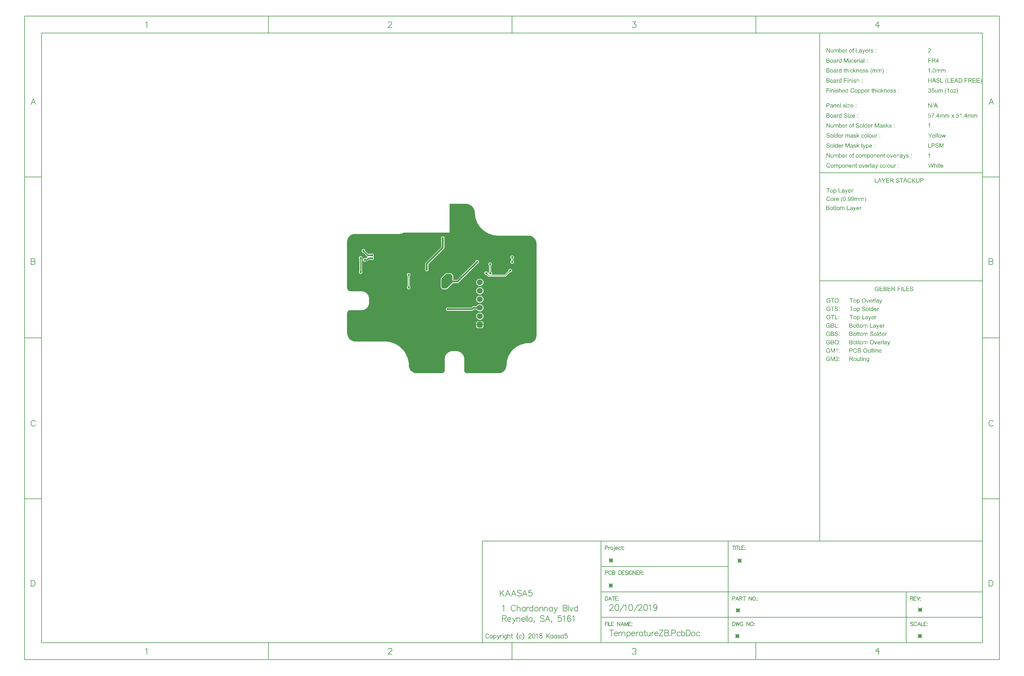
<source format=gbl>
G04*
G04 #@! TF.GenerationSoftware,Altium Limited,Altium Designer,19.1.8 (144)*
G04*
G04 Layer_Physical_Order=2*
G04 Layer_Color=16711680*
%FSLAX44Y44*%
%MOMM*%
G71*
G01*
G75*
%ADD12C,0.2000*%
%ADD13C,0.2540*%
%ADD14C,0.3000*%
%ADD15C,0.1270*%
%ADD16C,0.1778*%
%ADD69C,0.5000*%
%ADD70C,0.4000*%
%ADD72C,1.7500*%
G04:AMPARAMS|DCode=73|XSize=1.75mm|YSize=1.75mm|CornerRadius=0.4375mm|HoleSize=0mm|Usage=FLASHONLY|Rotation=270.000|XOffset=0mm|YOffset=0mm|HoleType=Round|Shape=RoundedRectangle|*
%AMROUNDEDRECTD73*
21,1,1.7500,0.8750,0,0,270.0*
21,1,0.8750,1.7500,0,0,270.0*
1,1,0.8750,-0.4375,-0.4375*
1,1,0.8750,-0.4375,0.4375*
1,1,0.8750,0.4375,0.4375*
1,1,0.8750,0.4375,-0.4375*
%
%ADD73ROUNDEDRECTD73*%
%ADD74C,0.6500*%
%ADD75C,0.6400*%
G36*
X1521266Y977771D02*
X1521480Y977752D01*
X1521734Y977713D01*
X1522007Y977674D01*
X1522299Y977615D01*
X1522065Y976250D01*
X1522046D01*
X1521987Y976269D01*
X1521890Y976289D01*
X1521773Y976308D01*
X1521617D01*
X1521461Y976328D01*
X1521129Y976347D01*
X1521012D01*
X1520895Y976328D01*
X1520739Y976308D01*
X1520583Y976269D01*
X1520407Y976211D01*
X1520251Y976133D01*
X1520115Y976035D01*
X1520095Y976016D01*
X1520076Y975977D01*
X1520017Y975899D01*
X1519978Y975781D01*
X1519920Y975626D01*
X1519861Y975411D01*
X1519842Y975177D01*
X1519822Y974884D01*
Y974045D01*
X1521636D01*
Y972816D01*
X1519842D01*
Y964760D01*
X1518262D01*
Y972816D01*
X1516877D01*
Y974045D01*
X1518262D01*
Y975021D01*
Y975040D01*
Y975060D01*
Y975177D01*
X1518281Y975333D01*
Y975547D01*
X1518301Y975762D01*
X1518340Y975996D01*
X1518379Y976211D01*
X1518437Y976406D01*
X1518457Y976425D01*
X1518476Y976503D01*
X1518535Y976620D01*
X1518613Y976757D01*
X1518730Y976933D01*
X1518866Y977088D01*
X1519022Y977245D01*
X1519217Y977401D01*
X1519237Y977420D01*
X1519335Y977459D01*
X1519451Y977518D01*
X1519647Y977596D01*
X1519861Y977674D01*
X1520154Y977732D01*
X1520466Y977771D01*
X1520836Y977791D01*
X1521090D01*
X1521266Y977771D01*
D02*
G37*
G36*
X1570346Y974240D02*
X1570560Y974202D01*
X1570794Y974123D01*
X1571068Y974045D01*
X1571360Y973909D01*
X1571672Y973733D01*
X1571107Y972290D01*
X1571087Y972309D01*
X1571009Y972348D01*
X1570892Y972407D01*
X1570755Y972465D01*
X1570580Y972524D01*
X1570385Y972582D01*
X1570170Y972621D01*
X1569956Y972641D01*
X1569878D01*
X1569780Y972621D01*
X1569644Y972602D01*
X1569507Y972563D01*
X1569351Y972504D01*
X1569195Y972426D01*
X1569039Y972329D01*
X1569019Y972309D01*
X1568980Y972270D01*
X1568902Y972192D01*
X1568824Y972095D01*
X1568727Y971978D01*
X1568629Y971822D01*
X1568551Y971646D01*
X1568473Y971451D01*
X1568454Y971412D01*
X1568434Y971314D01*
X1568395Y971139D01*
X1568356Y970905D01*
X1568297Y970632D01*
X1568259Y970320D01*
X1568239Y969988D01*
X1568219Y969617D01*
Y964760D01*
X1566639D01*
Y974045D01*
X1568063D01*
Y972660D01*
X1568083Y972680D01*
X1568161Y972797D01*
X1568259Y972972D01*
X1568376Y973168D01*
X1568532Y973382D01*
X1568707Y973597D01*
X1568863Y973792D01*
X1569039Y973928D01*
X1569058Y973948D01*
X1569117Y973987D01*
X1569214Y974026D01*
X1569351Y974104D01*
X1569487Y974162D01*
X1569663Y974202D01*
X1569858Y974240D01*
X1570053Y974260D01*
X1570190D01*
X1570346Y974240D01*
D02*
G37*
G36*
X1500725D02*
X1500939Y974202D01*
X1501173Y974123D01*
X1501446Y974045D01*
X1501739Y973909D01*
X1502051Y973733D01*
X1501485Y972290D01*
X1501466Y972309D01*
X1501388Y972348D01*
X1501271Y972407D01*
X1501134Y972465D01*
X1500959Y972524D01*
X1500764Y972582D01*
X1500549Y972621D01*
X1500334Y972641D01*
X1500256D01*
X1500159Y972621D01*
X1500022Y972602D01*
X1499886Y972563D01*
X1499730Y972504D01*
X1499574Y972426D01*
X1499418Y972329D01*
X1499398Y972309D01*
X1499359Y972270D01*
X1499281Y972192D01*
X1499203Y972095D01*
X1499106Y971978D01*
X1499008Y971822D01*
X1498930Y971646D01*
X1498852Y971451D01*
X1498832Y971412D01*
X1498813Y971314D01*
X1498774Y971139D01*
X1498735Y970905D01*
X1498676Y970632D01*
X1498637Y970320D01*
X1498618Y969988D01*
X1498598Y969617D01*
Y964760D01*
X1497018D01*
Y974045D01*
X1498442D01*
Y972660D01*
X1498462Y972680D01*
X1498540Y972797D01*
X1498637Y972972D01*
X1498754Y973168D01*
X1498910Y973382D01*
X1499086Y973597D01*
X1499242Y973792D01*
X1499418Y973928D01*
X1499437Y973948D01*
X1499496Y973987D01*
X1499593Y974026D01*
X1499730Y974104D01*
X1499866Y974162D01*
X1500042Y974202D01*
X1500237Y974240D01*
X1500432Y974260D01*
X1500569D01*
X1500725Y974240D01*
D02*
G37*
G36*
X1472186D02*
X1472303D01*
X1472439Y974221D01*
X1472732Y974162D01*
X1473083Y974065D01*
X1473434Y973928D01*
X1473766Y973733D01*
X1474078Y973480D01*
X1474117Y973441D01*
X1474195Y973343D01*
X1474312Y973148D01*
X1474468Y972895D01*
X1474604Y972563D01*
X1474722Y972173D01*
X1474799Y971685D01*
X1474839Y971412D01*
Y971119D01*
Y964760D01*
X1473258D01*
Y970593D01*
Y970612D01*
Y970632D01*
Y970749D01*
Y970924D01*
X1473239Y971119D01*
X1473200Y971568D01*
X1473161Y971783D01*
X1473102Y971958D01*
Y971978D01*
X1473063Y972036D01*
X1473024Y972114D01*
X1472966Y972212D01*
X1472888Y972309D01*
X1472790Y972426D01*
X1472673Y972543D01*
X1472537Y972641D01*
X1472517Y972660D01*
X1472459Y972680D01*
X1472381Y972719D01*
X1472283Y972777D01*
X1472146Y972816D01*
X1471971Y972856D01*
X1471795Y972875D01*
X1471600Y972895D01*
X1471444D01*
X1471249Y972856D01*
X1471035Y972816D01*
X1470781Y972738D01*
X1470508Y972621D01*
X1470215Y972446D01*
X1469962Y972231D01*
X1469942Y972192D01*
X1469864Y972114D01*
X1469767Y971958D01*
X1469650Y971724D01*
X1469513Y971431D01*
X1469415Y971080D01*
X1469337Y970651D01*
X1469318Y970144D01*
Y964760D01*
X1467738D01*
Y970788D01*
Y970807D01*
Y970827D01*
Y970885D01*
Y970963D01*
X1467718Y971158D01*
X1467699Y971373D01*
X1467640Y971646D01*
X1467582Y971900D01*
X1467484Y972153D01*
X1467348Y972368D01*
X1467328Y972387D01*
X1467270Y972446D01*
X1467192Y972543D01*
X1467055Y972641D01*
X1466880Y972719D01*
X1466665Y972816D01*
X1466411Y972875D01*
X1466099Y972895D01*
X1465982D01*
X1465865Y972875D01*
X1465690Y972856D01*
X1465514Y972816D01*
X1465300Y972738D01*
X1465085Y972660D01*
X1464870Y972543D01*
X1464851Y972524D01*
X1464773Y972485D01*
X1464675Y972387D01*
X1464558Y972290D01*
X1464422Y972134D01*
X1464285Y971958D01*
X1464168Y971743D01*
X1464051Y971509D01*
X1464032Y971470D01*
X1464012Y971392D01*
X1463973Y971236D01*
X1463934Y971022D01*
X1463875Y970749D01*
X1463837Y970417D01*
X1463817Y970027D01*
X1463797Y969578D01*
Y964760D01*
X1462217D01*
Y974045D01*
X1463622D01*
Y972738D01*
X1463641Y972777D01*
X1463700Y972856D01*
X1463797Y972972D01*
X1463934Y973129D01*
X1464090Y973304D01*
X1464285Y973480D01*
X1464519Y973675D01*
X1464773Y973831D01*
X1464812Y973850D01*
X1464909Y973889D01*
X1465065Y973967D01*
X1465260Y974045D01*
X1465514Y974123D01*
X1465787Y974202D01*
X1466119Y974240D01*
X1466450Y974260D01*
X1466626D01*
X1466821Y974240D01*
X1467055Y974202D01*
X1467309Y974162D01*
X1467601Y974084D01*
X1467874Y973967D01*
X1468128Y973831D01*
X1468167Y973811D01*
X1468245Y973753D01*
X1468362Y973655D01*
X1468499Y973519D01*
X1468655Y973343D01*
X1468811Y973148D01*
X1468947Y972895D01*
X1469064Y972621D01*
X1469084Y972641D01*
X1469123Y972699D01*
X1469181Y972777D01*
X1469259Y972875D01*
X1469377Y973011D01*
X1469513Y973148D01*
X1469669Y973285D01*
X1469845Y973441D01*
X1470040Y973597D01*
X1470254Y973733D01*
X1470762Y974006D01*
X1471035Y974104D01*
X1471327Y974182D01*
X1471620Y974240D01*
X1471951Y974260D01*
X1472088D01*
X1472186Y974240D01*
D02*
G37*
G36*
X1588761Y972251D02*
X1586966D01*
Y974045D01*
X1588761D01*
Y972251D01*
D02*
G37*
G36*
X1576022Y974240D02*
X1576276Y974221D01*
X1576588Y974182D01*
X1576900Y974123D01*
X1577232Y974045D01*
X1577544Y973928D01*
X1577563D01*
X1577583Y973909D01*
X1577681Y973870D01*
X1577836Y973792D01*
X1578012Y973714D01*
X1578207Y973577D01*
X1578422Y973441D01*
X1578617Y973265D01*
X1578773Y973070D01*
X1578792Y973051D01*
X1578831Y972972D01*
X1578909Y972856D01*
X1579007Y972699D01*
X1579085Y972504D01*
X1579182Y972251D01*
X1579261Y971978D01*
X1579339Y971665D01*
X1577798Y971451D01*
Y971490D01*
X1577778Y971568D01*
X1577739Y971704D01*
X1577681Y971861D01*
X1577603Y972036D01*
X1577485Y972212D01*
X1577349Y972407D01*
X1577173Y972563D01*
X1577154Y972582D01*
X1577076Y972621D01*
X1576959Y972699D01*
X1576803Y972777D01*
X1576608Y972836D01*
X1576354Y972914D01*
X1576081Y972953D01*
X1575749Y972972D01*
X1575574D01*
X1575379Y972953D01*
X1575145Y972934D01*
X1574891Y972875D01*
X1574637Y972816D01*
X1574384Y972719D01*
X1574189Y972602D01*
X1574169Y972582D01*
X1574111Y972543D01*
X1574052Y972465D01*
X1573974Y972368D01*
X1573877Y972251D01*
X1573818Y972095D01*
X1573759Y971939D01*
X1573740Y971763D01*
Y971743D01*
Y971704D01*
X1573759Y971646D01*
Y971568D01*
X1573818Y971392D01*
X1573916Y971197D01*
X1573935Y971178D01*
X1573955Y971158D01*
X1574072Y971061D01*
X1574150Y970983D01*
X1574247Y970924D01*
X1574384Y970846D01*
X1574520Y970788D01*
X1574540D01*
X1574579Y970768D01*
X1574657Y970749D01*
X1574793Y970710D01*
X1574969Y970651D01*
X1575223Y970573D01*
X1575535Y970495D01*
X1575710Y970437D01*
X1575925Y970378D01*
X1575944D01*
X1576003Y970359D01*
X1576081Y970339D01*
X1576198Y970300D01*
X1576335Y970261D01*
X1576490Y970222D01*
X1576842Y970125D01*
X1577232Y970007D01*
X1577622Y969871D01*
X1577973Y969754D01*
X1578129Y969695D01*
X1578266Y969637D01*
X1578305Y969617D01*
X1578383Y969578D01*
X1578500Y969520D01*
X1578636Y969442D01*
X1578812Y969325D01*
X1578987Y969169D01*
X1579144Y969013D01*
X1579300Y968818D01*
X1579319Y968798D01*
X1579358Y968720D01*
X1579417Y968603D01*
X1579495Y968447D01*
X1579573Y968252D01*
X1579631Y968018D01*
X1579670Y967764D01*
X1579690Y967471D01*
Y967432D01*
Y967335D01*
X1579670Y967179D01*
X1579631Y967003D01*
X1579573Y966769D01*
X1579495Y966516D01*
X1579378Y966262D01*
X1579222Y965989D01*
X1579202Y965950D01*
X1579144Y965872D01*
X1579026Y965755D01*
X1578870Y965599D01*
X1578695Y965423D01*
X1578461Y965248D01*
X1578188Y965072D01*
X1577876Y964916D01*
X1577836Y964896D01*
X1577720Y964857D01*
X1577544Y964799D01*
X1577310Y964741D01*
X1577017Y964662D01*
X1576686Y964604D01*
X1576315Y964565D01*
X1575925Y964545D01*
X1575749D01*
X1575632Y964565D01*
X1575476D01*
X1575301Y964584D01*
X1574891Y964643D01*
X1574442Y964721D01*
X1573994Y964857D01*
X1573545Y965033D01*
X1573350Y965150D01*
X1573155Y965287D01*
X1573135D01*
X1573116Y965326D01*
X1572999Y965423D01*
X1572843Y965599D01*
X1572648Y965852D01*
X1572453Y966164D01*
X1572258Y966555D01*
X1572082Y967003D01*
X1571965Y967530D01*
X1573526Y967784D01*
Y967764D01*
Y967745D01*
X1573545Y967627D01*
X1573604Y967452D01*
X1573662Y967237D01*
X1573759Y967003D01*
X1573877Y966769D01*
X1574052Y966535D01*
X1574247Y966320D01*
X1574267Y966301D01*
X1574364Y966243D01*
X1574501Y966164D01*
X1574676Y966087D01*
X1574930Y965989D01*
X1575203Y965911D01*
X1575554Y965852D01*
X1575925Y965833D01*
X1576100D01*
X1576295Y965852D01*
X1576530Y965891D01*
X1576803Y965930D01*
X1577076Y966008D01*
X1577329Y966125D01*
X1577544Y966262D01*
X1577563Y966282D01*
X1577622Y966340D01*
X1577720Y966438D01*
X1577817Y966555D01*
X1577895Y966711D01*
X1577993Y966906D01*
X1578051Y967101D01*
X1578071Y967315D01*
Y967335D01*
Y967413D01*
X1578051Y967491D01*
X1578012Y967627D01*
X1577954Y967745D01*
X1577876Y967901D01*
X1577758Y968037D01*
X1577603Y968154D01*
X1577583Y968174D01*
X1577524Y968193D01*
X1577427Y968232D01*
X1577271Y968310D01*
X1577056Y968369D01*
X1576783Y968466D01*
X1576608Y968525D01*
X1576432Y968564D01*
X1576217Y968622D01*
X1575983Y968681D01*
X1575964D01*
X1575905Y968700D01*
X1575827Y968720D01*
X1575710Y968759D01*
X1575554Y968798D01*
X1575398Y968837D01*
X1575027Y968954D01*
X1574637Y969071D01*
X1574228Y969188D01*
X1573857Y969325D01*
X1573701Y969383D01*
X1573564Y969442D01*
X1573545Y969461D01*
X1573447Y969500D01*
X1573330Y969578D01*
X1573194Y969676D01*
X1573018Y969793D01*
X1572862Y969949D01*
X1572687Y970125D01*
X1572550Y970320D01*
X1572531Y970339D01*
X1572492Y970417D01*
X1572453Y970534D01*
X1572394Y970690D01*
X1572316Y970866D01*
X1572277Y971080D01*
X1572238Y971314D01*
X1572218Y971568D01*
Y971588D01*
Y971665D01*
X1572238Y971802D01*
X1572258Y971939D01*
X1572277Y972114D01*
X1572336Y972309D01*
X1572394Y972524D01*
X1572492Y972719D01*
X1572511Y972738D01*
X1572550Y972816D01*
X1572609Y972914D01*
X1572706Y973031D01*
X1572804Y973168D01*
X1572940Y973304D01*
X1573096Y973460D01*
X1573272Y973597D01*
X1573291Y973616D01*
X1573350Y973636D01*
X1573428Y973694D01*
X1573545Y973753D01*
X1573681Y973831D01*
X1573857Y973909D01*
X1574052Y973987D01*
X1574267Y974065D01*
X1574306D01*
X1574384Y974104D01*
X1574501Y974123D01*
X1574676Y974162D01*
X1574891Y974202D01*
X1575105Y974221D01*
X1575359Y974260D01*
X1575808D01*
X1576022Y974240D01*
D02*
G37*
G36*
X1449635Y964760D02*
X1447899D01*
X1441169Y974826D01*
Y964760D01*
X1439550D01*
Y977576D01*
X1441267D01*
X1448016Y967511D01*
Y977576D01*
X1449635D01*
Y964760D01*
D02*
G37*
G36*
X1551833Y964604D02*
Y964584D01*
X1551814Y964545D01*
X1551775Y964467D01*
X1551736Y964350D01*
X1551697Y964233D01*
X1551638Y964097D01*
X1551521Y963765D01*
X1551365Y963414D01*
X1551229Y963082D01*
X1551092Y962751D01*
X1551014Y962614D01*
X1550956Y962497D01*
X1550936Y962458D01*
X1550878Y962380D01*
X1550800Y962243D01*
X1550683Y962068D01*
X1550526Y961892D01*
X1550370Y961697D01*
X1550175Y961522D01*
X1549980Y961366D01*
X1549961Y961346D01*
X1549883Y961307D01*
X1549766Y961249D01*
X1549610Y961190D01*
X1549434Y961112D01*
X1549200Y961054D01*
X1548966Y961015D01*
X1548693Y960995D01*
X1548615D01*
X1548517Y961015D01*
X1548400D01*
X1548244Y961034D01*
X1548069Y961073D01*
X1547678Y961190D01*
X1547503Y962653D01*
X1547522D01*
X1547581Y962634D01*
X1547678Y962614D01*
X1547815Y962575D01*
X1548088Y962517D01*
X1548400Y962497D01*
X1548498D01*
X1548576Y962517D01*
X1548712D01*
X1548985Y962575D01*
X1549122Y962614D01*
X1549239Y962673D01*
X1549259D01*
X1549297Y962712D01*
X1549356Y962751D01*
X1549415Y962809D01*
X1549590Y962965D01*
X1549766Y963180D01*
Y963199D01*
X1549785Y963238D01*
X1549824Y963297D01*
X1549883Y963414D01*
X1549941Y963570D01*
X1550019Y963765D01*
X1550117Y964038D01*
X1550234Y964350D01*
X1550253Y964370D01*
X1550273Y964448D01*
X1550331Y964565D01*
X1550390Y964741D01*
X1546859Y974045D01*
X1548537D01*
X1550468Y968700D01*
Y968681D01*
X1550488Y968661D01*
X1550507Y968603D01*
X1550526Y968525D01*
X1550605Y968310D01*
X1550702Y968037D01*
X1550800Y967725D01*
X1550917Y967354D01*
X1551034Y966964D01*
X1551151Y966555D01*
Y966574D01*
X1551170Y966594D01*
Y966652D01*
X1551209Y966730D01*
X1551248Y966945D01*
X1551326Y967198D01*
X1551424Y967511D01*
X1551541Y967862D01*
X1551658Y968232D01*
X1551794Y968622D01*
X1553784Y974045D01*
X1555345D01*
X1551833Y964604D01*
D02*
G37*
G36*
X1459760Y964760D02*
X1458355D01*
Y966106D01*
X1458335Y966087D01*
X1458296Y966047D01*
X1458238Y965969D01*
X1458160Y965872D01*
X1458043Y965735D01*
X1457906Y965618D01*
X1457750Y965462D01*
X1457575Y965326D01*
X1457380Y965189D01*
X1457165Y965033D01*
X1456911Y964916D01*
X1456658Y964799D01*
X1456365Y964682D01*
X1456073Y964604D01*
X1455741Y964565D01*
X1455409Y964545D01*
X1455273D01*
X1455117Y964565D01*
X1454902Y964584D01*
X1454668Y964623D01*
X1454415Y964682D01*
X1454141Y964760D01*
X1453868Y964857D01*
X1453829Y964877D01*
X1453751Y964916D01*
X1453634Y964975D01*
X1453478Y965072D01*
X1453303Y965189D01*
X1453127Y965326D01*
X1452971Y965462D01*
X1452815Y965638D01*
X1452795Y965657D01*
X1452756Y965716D01*
X1452698Y965833D01*
X1452639Y965969D01*
X1452542Y966145D01*
X1452464Y966340D01*
X1452386Y966555D01*
X1452327Y966808D01*
Y966828D01*
X1452308Y966906D01*
Y967003D01*
X1452288Y967159D01*
X1452269Y967374D01*
Y967627D01*
X1452249Y967920D01*
Y968271D01*
Y974045D01*
X1453829D01*
Y968876D01*
Y968857D01*
Y968818D01*
Y968759D01*
Y968681D01*
Y968466D01*
X1453849Y968213D01*
Y967940D01*
X1453868Y967666D01*
X1453888Y967413D01*
X1453907Y967218D01*
Y967198D01*
X1453946Y967120D01*
X1453985Y967003D01*
X1454044Y966867D01*
X1454122Y966711D01*
X1454239Y966535D01*
X1454375Y966379D01*
X1454532Y966243D01*
X1454551Y966223D01*
X1454629Y966184D01*
X1454727Y966125D01*
X1454863Y966067D01*
X1455039Y966008D01*
X1455234Y965950D01*
X1455468Y965911D01*
X1455721Y965891D01*
X1455838D01*
X1455975Y965911D01*
X1456151Y965930D01*
X1456346Y965969D01*
X1456560Y966047D01*
X1456794Y966125D01*
X1457029Y966243D01*
X1457048Y966262D01*
X1457126Y966320D01*
X1457243Y966399D01*
X1457380Y966516D01*
X1457516Y966652D01*
X1457672Y966828D01*
X1457789Y967023D01*
X1457906Y967237D01*
X1457926Y967276D01*
X1457945Y967354D01*
X1457984Y967491D01*
X1458043Y967706D01*
X1458101Y967959D01*
X1458140Y968271D01*
X1458160Y968642D01*
X1458179Y969052D01*
Y974045D01*
X1459760D01*
Y964760D01*
D02*
G37*
G36*
X1749329Y977615D02*
X1749485Y977596D01*
X1749661Y977576D01*
X1749856Y977557D01*
X1750070Y977498D01*
X1750539Y977381D01*
X1751026Y977206D01*
X1751280Y977088D01*
X1751514Y976952D01*
X1751729Y976776D01*
X1751943Y976601D01*
X1751963Y976581D01*
X1751982Y976562D01*
X1752041Y976503D01*
X1752119Y976425D01*
X1752197Y976308D01*
X1752294Y976191D01*
X1752489Y975899D01*
X1752684Y975528D01*
X1752860Y975099D01*
X1752997Y974611D01*
X1753016Y974338D01*
X1753036Y974065D01*
Y974026D01*
Y973928D01*
X1753016Y973772D01*
X1752997Y973577D01*
X1752958Y973343D01*
X1752899Y973090D01*
X1752821Y972816D01*
X1752704Y972543D01*
X1752684Y972504D01*
X1752646Y972407D01*
X1752567Y972270D01*
X1752450Y972075D01*
X1752314Y971841D01*
X1752138Y971568D01*
X1751904Y971295D01*
X1751651Y970983D01*
X1751612Y970944D01*
X1751514Y970827D01*
X1751339Y970651D01*
X1751221Y970534D01*
X1751085Y970398D01*
X1750929Y970241D01*
X1750734Y970066D01*
X1750539Y969890D01*
X1750324Y969676D01*
X1750090Y969461D01*
X1749817Y969227D01*
X1749544Y968993D01*
X1749232Y968720D01*
X1749212Y968700D01*
X1749173Y968661D01*
X1749095Y968603D01*
X1748998Y968525D01*
X1748764Y968330D01*
X1748471Y968076D01*
X1748178Y967803D01*
X1747866Y967530D01*
X1747613Y967296D01*
X1747515Y967198D01*
X1747418Y967101D01*
X1747398Y967081D01*
X1747359Y967023D01*
X1747281Y966945D01*
X1747184Y966828D01*
X1746969Y966574D01*
X1746754Y966262D01*
X1753055D01*
Y964760D01*
X1744570D01*
Y964780D01*
Y964857D01*
Y964975D01*
X1744589Y965111D01*
X1744608Y965267D01*
X1744628Y965443D01*
X1744687Y965638D01*
X1744745Y965833D01*
Y965852D01*
X1744765Y965872D01*
X1744804Y965989D01*
X1744882Y966145D01*
X1744999Y966379D01*
X1745135Y966633D01*
X1745330Y966925D01*
X1745525Y967218D01*
X1745779Y967530D01*
Y967550D01*
X1745818Y967569D01*
X1745916Y967686D01*
X1746072Y967862D01*
X1746306Y968096D01*
X1746598Y968369D01*
X1746949Y968700D01*
X1747379Y969071D01*
X1747847Y969481D01*
X1747866Y969500D01*
X1747944Y969559D01*
X1748042Y969637D01*
X1748178Y969773D01*
X1748354Y969910D01*
X1748549Y970085D01*
X1748978Y970456D01*
X1749446Y970905D01*
X1749915Y971353D01*
X1750149Y971568D01*
X1750344Y971783D01*
X1750519Y971997D01*
X1750675Y972192D01*
Y972212D01*
X1750714Y972231D01*
X1750753Y972290D01*
X1750792Y972368D01*
X1750909Y972563D01*
X1751046Y972816D01*
X1751183Y973109D01*
X1751299Y973421D01*
X1751378Y973772D01*
X1751416Y974104D01*
Y974123D01*
Y974143D01*
X1751397Y974260D01*
X1751378Y974436D01*
X1751339Y974650D01*
X1751241Y974904D01*
X1751124Y975157D01*
X1750968Y975430D01*
X1750734Y975684D01*
X1750695Y975704D01*
X1750617Y975781D01*
X1750461Y975879D01*
X1750266Y976016D01*
X1750012Y976133D01*
X1749719Y976230D01*
X1749368Y976308D01*
X1748978Y976328D01*
X1748861D01*
X1748783Y976308D01*
X1748588Y976289D01*
X1748334Y976250D01*
X1748042Y976152D01*
X1747730Y976035D01*
X1747437Y975860D01*
X1747164Y975626D01*
X1747144Y975586D01*
X1747066Y975508D01*
X1746949Y975352D01*
X1746832Y975138D01*
X1746696Y974865D01*
X1746598Y974553D01*
X1746520Y974182D01*
X1746481Y973753D01*
X1744862Y973928D01*
Y973948D01*
Y974006D01*
X1744882Y974104D01*
X1744901Y974221D01*
X1744940Y974377D01*
X1744960Y974553D01*
X1745077Y974943D01*
X1745233Y975391D01*
X1745447Y975840D01*
X1745740Y976289D01*
X1745896Y976484D01*
X1746091Y976679D01*
X1746111Y976698D01*
X1746150Y976718D01*
X1746208Y976776D01*
X1746286Y976835D01*
X1746403Y976893D01*
X1746540Y976991D01*
X1746696Y977069D01*
X1746871Y977167D01*
X1747066Y977245D01*
X1747281Y977342D01*
X1747535Y977420D01*
X1747788Y977479D01*
X1748373Y977596D01*
X1748685Y977615D01*
X1749017Y977635D01*
X1749193D01*
X1749329Y977615D01*
D02*
G37*
G36*
X1588761Y964760D02*
X1586966D01*
Y966555D01*
X1588761D01*
Y964760D01*
D02*
G37*
G36*
X1542119Y974240D02*
X1542392Y974221D01*
X1542704Y974182D01*
X1543036Y974143D01*
X1543348Y974065D01*
X1543640Y973967D01*
X1543679Y973948D01*
X1543757Y973928D01*
X1543894Y973850D01*
X1544050Y973772D01*
X1544226Y973675D01*
X1544421Y973558D01*
X1544577Y973421D01*
X1544733Y973265D01*
X1544752Y973246D01*
X1544791Y973187D01*
X1544850Y973109D01*
X1544928Y972972D01*
X1545006Y972816D01*
X1545084Y972641D01*
X1545162Y972426D01*
X1545220Y972192D01*
Y972173D01*
X1545240Y972114D01*
X1545260Y972017D01*
X1545279Y971861D01*
Y971665D01*
X1545298Y971412D01*
X1545318Y971119D01*
Y970749D01*
Y968642D01*
Y968622D01*
Y968544D01*
Y968427D01*
Y968291D01*
Y968115D01*
Y967920D01*
X1545338Y967471D01*
Y966984D01*
X1545357Y966535D01*
X1545377Y966320D01*
Y966145D01*
X1545396Y965989D01*
X1545416Y965852D01*
Y965833D01*
X1545435Y965755D01*
X1545455Y965638D01*
X1545494Y965501D01*
X1545552Y965345D01*
X1545630Y965150D01*
X1545806Y964760D01*
X1544167D01*
X1544148Y964780D01*
X1544128Y964838D01*
X1544089Y964955D01*
X1544031Y965092D01*
X1543972Y965267D01*
X1543933Y965462D01*
X1543894Y965677D01*
X1543855Y965930D01*
X1543816Y965891D01*
X1543699Y965813D01*
X1543543Y965677D01*
X1543309Y965521D01*
X1543055Y965326D01*
X1542763Y965150D01*
X1542470Y964994D01*
X1542158Y964857D01*
X1542119Y964838D01*
X1542021Y964818D01*
X1541865Y964760D01*
X1541651Y964701D01*
X1541378Y964643D01*
X1541085Y964604D01*
X1540773Y964565D01*
X1540422Y964545D01*
X1540285D01*
X1540168Y964565D01*
X1540051D01*
X1539895Y964584D01*
X1539563Y964643D01*
X1539173Y964721D01*
X1538803Y964857D01*
X1538412Y965033D01*
X1538081Y965287D01*
X1538042Y965326D01*
X1537944Y965423D01*
X1537827Y965579D01*
X1537671Y965813D01*
X1537515Y966087D01*
X1537398Y966399D01*
X1537301Y966789D01*
X1537262Y967198D01*
Y967237D01*
Y967315D01*
X1537281Y967452D01*
X1537301Y967608D01*
X1537340Y967803D01*
X1537379Y968018D01*
X1537457Y968232D01*
X1537554Y968447D01*
X1537574Y968466D01*
X1537613Y968544D01*
X1537671Y968642D01*
X1537769Y968779D01*
X1537886Y968915D01*
X1538042Y969071D01*
X1538198Y969208D01*
X1538374Y969344D01*
X1538393Y969364D01*
X1538471Y969403D01*
X1538569Y969461D01*
X1538705Y969539D01*
X1538881Y969637D01*
X1539056Y969715D01*
X1539271Y969793D01*
X1539505Y969871D01*
X1539524D01*
X1539602Y969890D01*
X1539700Y969910D01*
X1539856Y969949D01*
X1540051Y969988D01*
X1540305Y970027D01*
X1540578Y970066D01*
X1540909Y970105D01*
X1540929D01*
X1540987Y970125D01*
X1541085D01*
X1541221Y970144D01*
X1541378Y970163D01*
X1541553Y970183D01*
X1541982Y970261D01*
X1542431Y970339D01*
X1542899Y970417D01*
X1543348Y970534D01*
X1543543Y970593D01*
X1543719Y970651D01*
Y970671D01*
Y970710D01*
X1543738Y970827D01*
Y970963D01*
Y971022D01*
Y971061D01*
Y971080D01*
Y971100D01*
Y971217D01*
X1543719Y971392D01*
X1543679Y971588D01*
X1543621Y971802D01*
X1543543Y972036D01*
X1543445Y972231D01*
X1543289Y972407D01*
X1543270Y972426D01*
X1543172Y972485D01*
X1543036Y972582D01*
X1542841Y972680D01*
X1542587Y972777D01*
X1542275Y972875D01*
X1541904Y972934D01*
X1541495Y972953D01*
X1541319D01*
X1541124Y972934D01*
X1540870Y972914D01*
X1540597Y972856D01*
X1540344Y972797D01*
X1540071Y972699D01*
X1539856Y972563D01*
X1539836Y972543D01*
X1539778Y972485D01*
X1539680Y972387D01*
X1539563Y972251D01*
X1539427Y972056D01*
X1539310Y971822D01*
X1539173Y971529D01*
X1539076Y971197D01*
X1537535Y971412D01*
Y971431D01*
X1537554Y971451D01*
X1537574Y971568D01*
X1537632Y971743D01*
X1537691Y971978D01*
X1537788Y972231D01*
X1537905Y972485D01*
X1538042Y972758D01*
X1538217Y972992D01*
X1538237Y973011D01*
X1538315Y973090D01*
X1538412Y973207D01*
X1538569Y973343D01*
X1538764Y973480D01*
X1539017Y973636D01*
X1539290Y973792D01*
X1539602Y973928D01*
X1539622D01*
X1539641Y973948D01*
X1539700Y973967D01*
X1539758Y973987D01*
X1539954Y974026D01*
X1540207Y974104D01*
X1540519Y974162D01*
X1540870Y974202D01*
X1541280Y974240D01*
X1541709Y974260D01*
X1541904D01*
X1542119Y974240D01*
D02*
G37*
G36*
X1529673Y966262D02*
X1535974D01*
Y964760D01*
X1527976D01*
Y977576D01*
X1529673D01*
Y966262D01*
D02*
G37*
G36*
X1560807Y974240D02*
X1560963Y974221D01*
X1561158Y974202D01*
X1561353Y974162D01*
X1561587Y974104D01*
X1562055Y973948D01*
X1562309Y973850D01*
X1562562Y973714D01*
X1562816Y973577D01*
X1563070Y973402D01*
X1563304Y973207D01*
X1563538Y972972D01*
X1563557Y972953D01*
X1563596Y972914D01*
X1563655Y972836D01*
X1563733Y972738D01*
X1563811Y972602D01*
X1563908Y972446D01*
X1564025Y972270D01*
X1564142Y972056D01*
X1564240Y971802D01*
X1564357Y971548D01*
X1564455Y971256D01*
X1564552Y970924D01*
X1564611Y970593D01*
X1564669Y970222D01*
X1564708Y969832D01*
X1564728Y969403D01*
Y969383D01*
Y969305D01*
Y969169D01*
X1564708Y968993D01*
X1557803D01*
Y968973D01*
Y968934D01*
X1557822Y968837D01*
Y968739D01*
X1557842Y968603D01*
X1557861Y968466D01*
X1557939Y968115D01*
X1558056Y967745D01*
X1558193Y967354D01*
X1558407Y966964D01*
X1558661Y966633D01*
X1558700Y966594D01*
X1558797Y966516D01*
X1558973Y966379D01*
X1559188Y966243D01*
X1559480Y966087D01*
X1559812Y965950D01*
X1560182Y965872D01*
X1560592Y965833D01*
X1560748D01*
X1560904Y965852D01*
X1561099Y965891D01*
X1561333Y965950D01*
X1561587Y966028D01*
X1561841Y966125D01*
X1562075Y966282D01*
X1562094Y966301D01*
X1562172Y966379D01*
X1562289Y966477D01*
X1562426Y966652D01*
X1562582Y966847D01*
X1562738Y967101D01*
X1562894Y967413D01*
X1563050Y967764D01*
X1564669Y967550D01*
Y967530D01*
X1564650Y967491D01*
X1564630Y967413D01*
X1564591Y967315D01*
X1564552Y967198D01*
X1564494Y967062D01*
X1564338Y966730D01*
X1564142Y966379D01*
X1563908Y966008D01*
X1563596Y965638D01*
X1563245Y965326D01*
X1563226D01*
X1563206Y965287D01*
X1563148Y965248D01*
X1563050Y965209D01*
X1562953Y965150D01*
X1562836Y965072D01*
X1562699Y965014D01*
X1562523Y964936D01*
X1562153Y964799D01*
X1561685Y964662D01*
X1561177Y964584D01*
X1560592Y964545D01*
X1560397D01*
X1560261Y964565D01*
X1560085Y964584D01*
X1559890Y964604D01*
X1559675Y964643D01*
X1559422Y964701D01*
X1558915Y964857D01*
X1558642Y964955D01*
X1558388Y965072D01*
X1558115Y965209D01*
X1557861Y965384D01*
X1557608Y965579D01*
X1557374Y965794D01*
X1557354Y965813D01*
X1557315Y965852D01*
X1557256Y965930D01*
X1557198Y966028D01*
X1557100Y966145D01*
X1557003Y966301D01*
X1556886Y966496D01*
X1556788Y966711D01*
X1556671Y966945D01*
X1556554Y967198D01*
X1556457Y967491D01*
X1556379Y967803D01*
X1556301Y968135D01*
X1556242Y968505D01*
X1556203Y968895D01*
X1556184Y969305D01*
Y969325D01*
Y969403D01*
Y969539D01*
X1556203Y969695D01*
X1556223Y969890D01*
X1556242Y970125D01*
X1556281Y970378D01*
X1556340Y970651D01*
X1556476Y971236D01*
X1556574Y971529D01*
X1556691Y971841D01*
X1556827Y972134D01*
X1556983Y972426D01*
X1557159Y972699D01*
X1557374Y972953D01*
X1557393Y972972D01*
X1557432Y973011D01*
X1557491Y973070D01*
X1557588Y973168D01*
X1557705Y973265D01*
X1557861Y973363D01*
X1558017Y973480D01*
X1558212Y973616D01*
X1558427Y973733D01*
X1558661Y973850D01*
X1558915Y973948D01*
X1559207Y974065D01*
X1559500Y974143D01*
X1559812Y974202D01*
X1560143Y974240D01*
X1560495Y974260D01*
X1560670D01*
X1560807Y974240D01*
D02*
G37*
G36*
X1512019D02*
X1512195Y974221D01*
X1512370Y974202D01*
X1512585Y974162D01*
X1512819Y974104D01*
X1513307Y973948D01*
X1513560Y973850D01*
X1513833Y973733D01*
X1514087Y973577D01*
X1514341Y973402D01*
X1514594Y973207D01*
X1514828Y972992D01*
X1514848Y972972D01*
X1514887Y972934D01*
X1514945Y972856D01*
X1515023Y972758D01*
X1515121Y972641D01*
X1515218Y972485D01*
X1515336Y972290D01*
X1515453Y972095D01*
X1515550Y971861D01*
X1515667Y971588D01*
X1515765Y971314D01*
X1515862Y971002D01*
X1515940Y970671D01*
X1515999Y970300D01*
X1516038Y969929D01*
X1516057Y969520D01*
Y969500D01*
Y969442D01*
Y969344D01*
Y969227D01*
X1516038Y969071D01*
Y968895D01*
X1516018Y968700D01*
X1515999Y968486D01*
X1515921Y968037D01*
X1515823Y967569D01*
X1515687Y967101D01*
X1515511Y966691D01*
Y966672D01*
X1515491Y966652D01*
X1515414Y966516D01*
X1515277Y966340D01*
X1515101Y966106D01*
X1514887Y965852D01*
X1514614Y965599D01*
X1514302Y965345D01*
X1513931Y965111D01*
X1513911D01*
X1513892Y965092D01*
X1513833Y965053D01*
X1513755Y965033D01*
X1513541Y964936D01*
X1513268Y964838D01*
X1512936Y964721D01*
X1512565Y964643D01*
X1512156Y964565D01*
X1511707Y964545D01*
X1511512D01*
X1511375Y964565D01*
X1511219Y964584D01*
X1511024Y964604D01*
X1510810Y964643D01*
X1510576Y964701D01*
X1510088Y964857D01*
X1509815Y964955D01*
X1509561Y965072D01*
X1509288Y965209D01*
X1509035Y965384D01*
X1508781Y965579D01*
X1508547Y965794D01*
X1508528Y965813D01*
X1508488Y965852D01*
X1508430Y965930D01*
X1508371Y966028D01*
X1508274Y966164D01*
X1508176Y966320D01*
X1508059Y966496D01*
X1507962Y966711D01*
X1507845Y966964D01*
X1507728Y967218D01*
X1507630Y967530D01*
X1507552Y967842D01*
X1507474Y968193D01*
X1507416Y968564D01*
X1507377Y968973D01*
X1507357Y969403D01*
Y969442D01*
Y969520D01*
X1507377Y969656D01*
Y969832D01*
X1507396Y970046D01*
X1507435Y970281D01*
X1507474Y970554D01*
X1507533Y970846D01*
X1507611Y971158D01*
X1507708Y971470D01*
X1507825Y971783D01*
X1507962Y972095D01*
X1508118Y972407D01*
X1508313Y972699D01*
X1508528Y972972D01*
X1508781Y973226D01*
X1508801Y973246D01*
X1508840Y973265D01*
X1508898Y973324D01*
X1508996Y973382D01*
X1509113Y973460D01*
X1509249Y973558D01*
X1509405Y973655D01*
X1509600Y973753D01*
X1509795Y973831D01*
X1510010Y973928D01*
X1510517Y974104D01*
X1511083Y974221D01*
X1511395Y974240D01*
X1511707Y974260D01*
X1511883D01*
X1512019Y974240D01*
D02*
G37*
G36*
X1491186D02*
X1491342Y974221D01*
X1491537Y974202D01*
X1491732Y974162D01*
X1491966Y974104D01*
X1492434Y973948D01*
X1492688Y973850D01*
X1492941Y973714D01*
X1493195Y973577D01*
X1493448Y973402D01*
X1493683Y973207D01*
X1493917Y972972D01*
X1493936Y972953D01*
X1493975Y972914D01*
X1494034Y972836D01*
X1494112Y972738D01*
X1494190Y972602D01*
X1494287Y972446D01*
X1494404Y972270D01*
X1494521Y972056D01*
X1494619Y971802D01*
X1494736Y971548D01*
X1494833Y971256D01*
X1494931Y970924D01*
X1494989Y970593D01*
X1495048Y970222D01*
X1495087Y969832D01*
X1495107Y969403D01*
Y969383D01*
Y969305D01*
Y969169D01*
X1495087Y968993D01*
X1488181D01*
Y968973D01*
Y968934D01*
X1488201Y968837D01*
Y968739D01*
X1488221Y968603D01*
X1488240Y968466D01*
X1488318Y968115D01*
X1488435Y967745D01*
X1488572Y967354D01*
X1488786Y966964D01*
X1489040Y966633D01*
X1489079Y966594D01*
X1489176Y966516D01*
X1489352Y966379D01*
X1489566Y966243D01*
X1489859Y966087D01*
X1490191Y965950D01*
X1490561Y965872D01*
X1490971Y965833D01*
X1491127D01*
X1491283Y965852D01*
X1491478Y965891D01*
X1491712Y965950D01*
X1491966Y966028D01*
X1492219Y966125D01*
X1492453Y966282D01*
X1492473Y966301D01*
X1492551Y966379D01*
X1492668Y966477D01*
X1492805Y966652D01*
X1492961Y966847D01*
X1493117Y967101D01*
X1493273Y967413D01*
X1493429Y967764D01*
X1495048Y967550D01*
Y967530D01*
X1495029Y967491D01*
X1495009Y967413D01*
X1494970Y967315D01*
X1494931Y967198D01*
X1494872Y967062D01*
X1494716Y966730D01*
X1494521Y966379D01*
X1494287Y966008D01*
X1493975Y965638D01*
X1493624Y965326D01*
X1493604D01*
X1493585Y965287D01*
X1493526Y965248D01*
X1493429Y965209D01*
X1493331Y965150D01*
X1493214Y965072D01*
X1493078Y965014D01*
X1492902Y964936D01*
X1492532Y964799D01*
X1492063Y964662D01*
X1491556Y964584D01*
X1490971Y964545D01*
X1490776D01*
X1490639Y964565D01*
X1490464Y964584D01*
X1490269Y964604D01*
X1490054Y964643D01*
X1489801Y964701D01*
X1489293Y964857D01*
X1489020Y964955D01*
X1488767Y965072D01*
X1488494Y965209D01*
X1488240Y965384D01*
X1487986Y965579D01*
X1487752Y965794D01*
X1487733Y965813D01*
X1487694Y965852D01*
X1487635Y965930D01*
X1487577Y966028D01*
X1487479Y966145D01*
X1487382Y966301D01*
X1487265Y966496D01*
X1487167Y966711D01*
X1487050Y966945D01*
X1486933Y967198D01*
X1486835Y967491D01*
X1486757Y967803D01*
X1486679Y968135D01*
X1486621Y968505D01*
X1486582Y968895D01*
X1486562Y969305D01*
Y969325D01*
Y969403D01*
Y969539D01*
X1486582Y969695D01*
X1486601Y969890D01*
X1486621Y970125D01*
X1486660Y970378D01*
X1486718Y970651D01*
X1486855Y971236D01*
X1486953Y971529D01*
X1487070Y971841D01*
X1487206Y972134D01*
X1487362Y972426D01*
X1487538Y972699D01*
X1487752Y972953D01*
X1487772Y972972D01*
X1487811Y973011D01*
X1487869Y973070D01*
X1487967Y973168D01*
X1488084Y973265D01*
X1488240Y973363D01*
X1488396Y973480D01*
X1488591Y973616D01*
X1488806Y973733D01*
X1489040Y973850D01*
X1489293Y973948D01*
X1489586Y974065D01*
X1489879Y974143D01*
X1490191Y974202D01*
X1490522Y974240D01*
X1490873Y974260D01*
X1491049D01*
X1491186Y974240D01*
D02*
G37*
G36*
X1478681Y973011D02*
X1478701Y973031D01*
X1478721Y973070D01*
X1478779Y973129D01*
X1478857Y973207D01*
X1478954Y973304D01*
X1479072Y973402D01*
X1479364Y973636D01*
X1479715Y973870D01*
X1480164Y974065D01*
X1480398Y974143D01*
X1480652Y974202D01*
X1480925Y974240D01*
X1481198Y974260D01*
X1481354D01*
X1481510Y974240D01*
X1481725Y974221D01*
X1481978Y974182D01*
X1482251Y974104D01*
X1482524Y974026D01*
X1482817Y973909D01*
X1482856Y973889D01*
X1482953Y973850D01*
X1483090Y973772D01*
X1483266Y973655D01*
X1483461Y973519D01*
X1483656Y973343D01*
X1483870Y973148D01*
X1484065Y972934D01*
X1484085Y972914D01*
X1484144Y972816D01*
X1484241Y972680D01*
X1484358Y972504D01*
X1484475Y972290D01*
X1484612Y972036D01*
X1484729Y971743D01*
X1484846Y971412D01*
X1484865Y971373D01*
X1484885Y971256D01*
X1484943Y971080D01*
X1485002Y970846D01*
X1485041Y970573D01*
X1485099Y970261D01*
X1485119Y969910D01*
X1485138Y969539D01*
Y969520D01*
Y969442D01*
Y969305D01*
X1485119Y969149D01*
X1485099Y968934D01*
X1485080Y968720D01*
X1485041Y968447D01*
X1484982Y968174D01*
X1484846Y967589D01*
X1484748Y967276D01*
X1484631Y966964D01*
X1484495Y966652D01*
X1484339Y966360D01*
X1484163Y966087D01*
X1483948Y965833D01*
X1483929Y965813D01*
X1483890Y965774D01*
X1483831Y965716D01*
X1483734Y965638D01*
X1483636Y965540D01*
X1483500Y965423D01*
X1483344Y965306D01*
X1483149Y965189D01*
X1482739Y964955D01*
X1482271Y964741D01*
X1481998Y964662D01*
X1481725Y964604D01*
X1481432Y964565D01*
X1481120Y964545D01*
X1480964D01*
X1480847Y964565D01*
X1480710Y964584D01*
X1480554Y964623D01*
X1480184Y964721D01*
X1479988Y964780D01*
X1479774Y964877D01*
X1479559Y964994D01*
X1479345Y965131D01*
X1479150Y965287D01*
X1478935Y965462D01*
X1478740Y965677D01*
X1478564Y965911D01*
Y964760D01*
X1477101D01*
Y977576D01*
X1478681D01*
Y973011D01*
D02*
G37*
G36*
X1539446Y945781D02*
X1537866D01*
Y947576D01*
X1539446D01*
Y945781D01*
D02*
G37*
G36*
X1484670Y934760D02*
X1483207D01*
Y935911D01*
X1483188Y935891D01*
X1483168Y935852D01*
X1483110Y935794D01*
X1483032Y935696D01*
X1482953Y935599D01*
X1482836Y935482D01*
X1482700Y935365D01*
X1482544Y935228D01*
X1482368Y935111D01*
X1482173Y934975D01*
X1481959Y934857D01*
X1481744Y934760D01*
X1481490Y934662D01*
X1481217Y934604D01*
X1480925Y934565D01*
X1480613Y934545D01*
X1480496D01*
X1480418Y934565D01*
X1480203Y934584D01*
X1479949Y934623D01*
X1479618Y934702D01*
X1479286Y934799D01*
X1478916Y934955D01*
X1478564Y935150D01*
X1478545D01*
X1478525Y935170D01*
X1478408Y935267D01*
X1478252Y935404D01*
X1478038Y935599D01*
X1477823Y935833D01*
X1477569Y936125D01*
X1477355Y936457D01*
X1477140Y936847D01*
Y936867D01*
X1477121Y936906D01*
X1477101Y936964D01*
X1477062Y937042D01*
X1477023Y937140D01*
X1476984Y937276D01*
X1476887Y937589D01*
X1476789Y937959D01*
X1476711Y938388D01*
X1476653Y938857D01*
X1476633Y939383D01*
Y939403D01*
Y939442D01*
Y939520D01*
Y939617D01*
X1476653Y939734D01*
Y939890D01*
X1476692Y940222D01*
X1476750Y940612D01*
X1476828Y941022D01*
X1476926Y941470D01*
X1477082Y941900D01*
Y941919D01*
X1477101Y941958D01*
X1477140Y942017D01*
X1477179Y942095D01*
X1477277Y942290D01*
X1477433Y942543D01*
X1477628Y942836D01*
X1477862Y943129D01*
X1478135Y943402D01*
X1478467Y943655D01*
X1478486D01*
X1478506Y943675D01*
X1478623Y943753D01*
X1478818Y943850D01*
X1479072Y943967D01*
X1479384Y944065D01*
X1479735Y944162D01*
X1480125Y944240D01*
X1480535Y944260D01*
X1480671D01*
X1480827Y944240D01*
X1481042Y944221D01*
X1481256Y944162D01*
X1481510Y944104D01*
X1481764Y944006D01*
X1482017Y943889D01*
X1482056Y943870D01*
X1482134Y943831D01*
X1482251Y943753D01*
X1482407Y943636D01*
X1482563Y943519D01*
X1482758Y943363D01*
X1482934Y943168D01*
X1483090Y942972D01*
Y947576D01*
X1484670D01*
Y934760D01*
D02*
G37*
G36*
X1535603Y944240D02*
X1535818Y944202D01*
X1536052Y944123D01*
X1536325Y944045D01*
X1536618Y943909D01*
X1536930Y943733D01*
X1536364Y942290D01*
X1536345Y942309D01*
X1536267Y942348D01*
X1536150Y942407D01*
X1536013Y942465D01*
X1535838Y942524D01*
X1535643Y942582D01*
X1535428Y942621D01*
X1535213Y942641D01*
X1535135D01*
X1535038Y942621D01*
X1534901Y942602D01*
X1534765Y942563D01*
X1534609Y942504D01*
X1534453Y942426D01*
X1534297Y942329D01*
X1534277Y942309D01*
X1534238Y942270D01*
X1534160Y942192D01*
X1534082Y942095D01*
X1533984Y941978D01*
X1533887Y941822D01*
X1533809Y941646D01*
X1533731Y941451D01*
X1533711Y941412D01*
X1533692Y941314D01*
X1533653Y941139D01*
X1533614Y940905D01*
X1533555Y940632D01*
X1533516Y940320D01*
X1533497Y939988D01*
X1533477Y939617D01*
Y934760D01*
X1531897D01*
Y944045D01*
X1533321D01*
Y942660D01*
X1533341Y942680D01*
X1533419Y942797D01*
X1533516Y942972D01*
X1533633Y943168D01*
X1533789Y943382D01*
X1533965Y943597D01*
X1534121Y943792D01*
X1534297Y943928D01*
X1534316Y943948D01*
X1534375Y943987D01*
X1534472Y944026D01*
X1534609Y944104D01*
X1534745Y944162D01*
X1534921Y944202D01*
X1535116Y944240D01*
X1535311Y944260D01*
X1535447D01*
X1535603Y944240D01*
D02*
G37*
G36*
X1474956D02*
X1475170Y944202D01*
X1475404Y944123D01*
X1475677Y944045D01*
X1475970Y943909D01*
X1476282Y943733D01*
X1475716Y942290D01*
X1475697Y942309D01*
X1475619Y942348D01*
X1475502Y942407D01*
X1475365Y942465D01*
X1475190Y942524D01*
X1474995Y942582D01*
X1474780Y942621D01*
X1474565Y942641D01*
X1474487D01*
X1474390Y942621D01*
X1474253Y942602D01*
X1474117Y942563D01*
X1473961Y942504D01*
X1473805Y942426D01*
X1473649Y942329D01*
X1473629Y942309D01*
X1473590Y942270D01*
X1473512Y942192D01*
X1473434Y942095D01*
X1473336Y941978D01*
X1473239Y941822D01*
X1473161Y941646D01*
X1473083Y941451D01*
X1473063Y941412D01*
X1473044Y941314D01*
X1473005Y941139D01*
X1472966Y940905D01*
X1472907Y940632D01*
X1472868Y940320D01*
X1472849Y939988D01*
X1472829Y939617D01*
Y934760D01*
X1471249D01*
Y944045D01*
X1472673D01*
Y942660D01*
X1472693Y942680D01*
X1472771Y942797D01*
X1472868Y942972D01*
X1472985Y943168D01*
X1473141Y943382D01*
X1473317Y943597D01*
X1473473Y943792D01*
X1473649Y943928D01*
X1473668Y943948D01*
X1473727Y943987D01*
X1473824Y944026D01*
X1473961Y944104D01*
X1474097Y944162D01*
X1474273Y944202D01*
X1474468Y944240D01*
X1474663Y944260D01*
X1474799D01*
X1474956Y944240D01*
D02*
G37*
G36*
X1562972Y942251D02*
X1561177D01*
Y944045D01*
X1562972D01*
Y942251D01*
D02*
G37*
G36*
X1504509Y934760D02*
X1502870D01*
Y945489D01*
X1499125Y934760D01*
X1497603D01*
X1493917Y945665D01*
Y934760D01*
X1492278D01*
Y947576D01*
X1494814D01*
X1497857Y938505D01*
Y938486D01*
X1497876Y938447D01*
X1497896Y938388D01*
X1497915Y938291D01*
X1497994Y938076D01*
X1498091Y937803D01*
X1498189Y937491D01*
X1498286Y937179D01*
X1498384Y936867D01*
X1498462Y936613D01*
X1498481Y936652D01*
X1498501Y936750D01*
X1498559Y936906D01*
X1498637Y937120D01*
X1498715Y937413D01*
X1498832Y937764D01*
X1498988Y938174D01*
X1499144Y938661D01*
X1502207Y947576D01*
X1504509D01*
Y934760D01*
D02*
G37*
G36*
X1774279Y939266D02*
X1776015D01*
Y937823D01*
X1774279D01*
Y934760D01*
X1772699D01*
Y937823D01*
X1767139D01*
Y939266D01*
X1772991Y947557D01*
X1774279D01*
Y939266D01*
D02*
G37*
G36*
X1761521Y947557D02*
X1761677D01*
X1762068Y947537D01*
X1762477Y947498D01*
X1762906Y947420D01*
X1763316Y947342D01*
X1763511Y947284D01*
X1763687Y947225D01*
X1763706D01*
X1763726Y947206D01*
X1763843Y947167D01*
X1763999Y947069D01*
X1764194Y946933D01*
X1764428Y946776D01*
X1764662Y946562D01*
X1764896Y946308D01*
X1765111Y945996D01*
X1765130Y945957D01*
X1765189Y945840D01*
X1765286Y945665D01*
X1765384Y945430D01*
X1765481Y945138D01*
X1765579Y944806D01*
X1765637Y944455D01*
X1765657Y944065D01*
Y944045D01*
Y944006D01*
Y943928D01*
X1765637Y943831D01*
Y943714D01*
X1765618Y943577D01*
X1765540Y943265D01*
X1765442Y942895D01*
X1765286Y942524D01*
X1765052Y942134D01*
X1764915Y941939D01*
X1764760Y941763D01*
X1764720Y941724D01*
X1764662Y941685D01*
X1764603Y941607D01*
X1764506Y941548D01*
X1764389Y941451D01*
X1764252Y941373D01*
X1764096Y941275D01*
X1763921Y941178D01*
X1763706Y941080D01*
X1763492Y940983D01*
X1763238Y940885D01*
X1762984Y940788D01*
X1762692Y940710D01*
X1762380Y940651D01*
X1762048Y940593D01*
X1762087Y940573D01*
X1762165Y940534D01*
X1762282Y940476D01*
X1762419Y940398D01*
X1762750Y940183D01*
X1762926Y940066D01*
X1763062Y939949D01*
X1763101Y939910D01*
X1763199Y939832D01*
X1763335Y939676D01*
X1763511Y939481D01*
X1763726Y939227D01*
X1763960Y938934D01*
X1764213Y938603D01*
X1764467Y938232D01*
X1766691Y934760D01*
X1764564D01*
X1762867Y937413D01*
Y937432D01*
X1762828Y937471D01*
X1762789Y937530D01*
X1762750Y937608D01*
X1762614Y937803D01*
X1762438Y938057D01*
X1762243Y938349D01*
X1762029Y938642D01*
X1761833Y938915D01*
X1761638Y939169D01*
X1761619Y939188D01*
X1761560Y939266D01*
X1761463Y939383D01*
X1761365Y939520D01*
X1761073Y939793D01*
X1760936Y939929D01*
X1760780Y940027D01*
X1760760Y940046D01*
X1760721Y940066D01*
X1760643Y940105D01*
X1760546Y940163D01*
X1760312Y940281D01*
X1760019Y940378D01*
X1760000D01*
X1759961Y940398D01*
X1759883D01*
X1759785Y940417D01*
X1759649Y940437D01*
X1759492D01*
X1759297Y940456D01*
X1757113D01*
Y934760D01*
X1755415D01*
Y947576D01*
X1761365D01*
X1761521Y947557D01*
D02*
G37*
G36*
X1753192Y946074D02*
X1746247D01*
Y942075D01*
X1752255D01*
Y940573D01*
X1746247D01*
Y934760D01*
X1744550D01*
Y947576D01*
X1753192D01*
Y946074D01*
D02*
G37*
G36*
X1562972Y934760D02*
X1561177D01*
Y936555D01*
X1562972D01*
Y934760D01*
D02*
G37*
G36*
X1553336D02*
X1551755D01*
Y947576D01*
X1553336D01*
Y934760D01*
D02*
G37*
G36*
X1546157Y944240D02*
X1546430Y944221D01*
X1546742Y944182D01*
X1547074Y944143D01*
X1547386Y944065D01*
X1547678Y943967D01*
X1547717Y943948D01*
X1547796Y943928D01*
X1547932Y943850D01*
X1548088Y943772D01*
X1548264Y943675D01*
X1548459Y943558D01*
X1548615Y943421D01*
X1548771Y943265D01*
X1548790Y943246D01*
X1548829Y943187D01*
X1548888Y943109D01*
X1548966Y942972D01*
X1549044Y942816D01*
X1549122Y942641D01*
X1549200Y942426D01*
X1549259Y942192D01*
Y942173D01*
X1549278Y942114D01*
X1549297Y942017D01*
X1549317Y941861D01*
Y941665D01*
X1549337Y941412D01*
X1549356Y941119D01*
Y940749D01*
Y938642D01*
Y938622D01*
Y938544D01*
Y938427D01*
Y938291D01*
Y938115D01*
Y937920D01*
X1549375Y937471D01*
Y936984D01*
X1549395Y936535D01*
X1549415Y936321D01*
Y936145D01*
X1549434Y935989D01*
X1549454Y935852D01*
Y935833D01*
X1549473Y935755D01*
X1549493Y935638D01*
X1549532Y935501D01*
X1549590Y935345D01*
X1549668Y935150D01*
X1549844Y934760D01*
X1548205D01*
X1548186Y934780D01*
X1548166Y934838D01*
X1548127Y934955D01*
X1548069Y935092D01*
X1548010Y935267D01*
X1547971Y935462D01*
X1547932Y935677D01*
X1547893Y935930D01*
X1547854Y935891D01*
X1547737Y935813D01*
X1547581Y935677D01*
X1547347Y935521D01*
X1547093Y935326D01*
X1546801Y935150D01*
X1546508Y934994D01*
X1546196Y934857D01*
X1546157Y934838D01*
X1546059Y934818D01*
X1545903Y934760D01*
X1545689Y934702D01*
X1545416Y934643D01*
X1545123Y934604D01*
X1544811Y934565D01*
X1544460Y934545D01*
X1544323D01*
X1544206Y934565D01*
X1544089D01*
X1543933Y934584D01*
X1543601Y934643D01*
X1543211Y934721D01*
X1542841Y934857D01*
X1542451Y935033D01*
X1542119Y935287D01*
X1542080Y935326D01*
X1541982Y935423D01*
X1541865Y935579D01*
X1541709Y935813D01*
X1541553Y936087D01*
X1541436Y936399D01*
X1541339Y936789D01*
X1541300Y937198D01*
Y937237D01*
Y937315D01*
X1541319Y937452D01*
X1541339Y937608D01*
X1541378Y937803D01*
X1541417Y938018D01*
X1541495Y938232D01*
X1541592Y938447D01*
X1541612Y938466D01*
X1541651Y938544D01*
X1541709Y938642D01*
X1541807Y938779D01*
X1541924Y938915D01*
X1542080Y939071D01*
X1542236Y939208D01*
X1542411Y939344D01*
X1542431Y939364D01*
X1542509Y939403D01*
X1542607Y939461D01*
X1542743Y939539D01*
X1542919Y939637D01*
X1543094Y939715D01*
X1543309Y939793D01*
X1543543Y939871D01*
X1543562D01*
X1543640Y939890D01*
X1543738Y939910D01*
X1543894Y939949D01*
X1544089Y939988D01*
X1544343Y940027D01*
X1544616Y940066D01*
X1544947Y940105D01*
X1544967D01*
X1545025Y940125D01*
X1545123D01*
X1545260Y940144D01*
X1545416Y940163D01*
X1545591Y940183D01*
X1546020Y940261D01*
X1546469Y940339D01*
X1546937Y940417D01*
X1547386Y940534D01*
X1547581Y940593D01*
X1547756Y940651D01*
Y940671D01*
Y940710D01*
X1547776Y940827D01*
Y940963D01*
Y941022D01*
Y941061D01*
Y941080D01*
Y941100D01*
Y941217D01*
X1547756Y941392D01*
X1547717Y941588D01*
X1547659Y941802D01*
X1547581Y942036D01*
X1547483Y942231D01*
X1547327Y942407D01*
X1547308Y942426D01*
X1547210Y942485D01*
X1547074Y942582D01*
X1546879Y942680D01*
X1546625Y942777D01*
X1546313Y942875D01*
X1545942Y942934D01*
X1545533Y942953D01*
X1545357D01*
X1545162Y942934D01*
X1544908Y942914D01*
X1544635Y942856D01*
X1544382Y942797D01*
X1544109Y942699D01*
X1543894Y942563D01*
X1543875Y942543D01*
X1543816Y942485D01*
X1543719Y942387D01*
X1543601Y942251D01*
X1543465Y942056D01*
X1543348Y941822D01*
X1543211Y941529D01*
X1543114Y941197D01*
X1541573Y941412D01*
Y941431D01*
X1541592Y941451D01*
X1541612Y941568D01*
X1541670Y941744D01*
X1541729Y941978D01*
X1541826Y942231D01*
X1541943Y942485D01*
X1542080Y942758D01*
X1542255Y942992D01*
X1542275Y943011D01*
X1542353Y943090D01*
X1542451Y943207D01*
X1542607Y943343D01*
X1542802Y943480D01*
X1543055Y943636D01*
X1543328Y943792D01*
X1543640Y943928D01*
X1543660D01*
X1543679Y943948D01*
X1543738Y943967D01*
X1543797Y943987D01*
X1543992Y944026D01*
X1544245Y944104D01*
X1544557Y944162D01*
X1544908Y944202D01*
X1545318Y944240D01*
X1545747Y944260D01*
X1545942D01*
X1546157Y944240D01*
D02*
G37*
G36*
X1539446Y934760D02*
X1537866D01*
Y944045D01*
X1539446D01*
Y934760D01*
D02*
G37*
G36*
X1511356Y944240D02*
X1511629Y944221D01*
X1511941Y944182D01*
X1512273Y944143D01*
X1512585Y944065D01*
X1512878Y943967D01*
X1512917Y943948D01*
X1512995Y943928D01*
X1513131Y943850D01*
X1513287Y943772D01*
X1513463Y943675D01*
X1513658Y943558D01*
X1513814Y943421D01*
X1513970Y943265D01*
X1513990Y943246D01*
X1514028Y943187D01*
X1514087Y943109D01*
X1514165Y942972D01*
X1514243Y942816D01*
X1514321Y942641D01*
X1514399Y942426D01*
X1514458Y942192D01*
Y942173D01*
X1514477Y942114D01*
X1514497Y942017D01*
X1514516Y941861D01*
Y941665D01*
X1514536Y941412D01*
X1514555Y941119D01*
Y940749D01*
Y938642D01*
Y938622D01*
Y938544D01*
Y938427D01*
Y938291D01*
Y938115D01*
Y937920D01*
X1514575Y937471D01*
Y936984D01*
X1514594Y936535D01*
X1514614Y936321D01*
Y936145D01*
X1514633Y935989D01*
X1514653Y935852D01*
Y935833D01*
X1514672Y935755D01*
X1514692Y935638D01*
X1514731Y935501D01*
X1514789Y935345D01*
X1514867Y935150D01*
X1515043Y934760D01*
X1513404D01*
X1513385Y934780D01*
X1513365Y934838D01*
X1513326Y934955D01*
X1513268Y935092D01*
X1513209Y935267D01*
X1513170Y935462D01*
X1513131Y935677D01*
X1513092Y935930D01*
X1513053Y935891D01*
X1512936Y935813D01*
X1512780Y935677D01*
X1512546Y935521D01*
X1512292Y935326D01*
X1512000Y935150D01*
X1511707Y934994D01*
X1511395Y934857D01*
X1511356Y934838D01*
X1511259Y934818D01*
X1511102Y934760D01*
X1510888Y934702D01*
X1510615Y934643D01*
X1510322Y934604D01*
X1510010Y934565D01*
X1509659Y934545D01*
X1509522D01*
X1509405Y934565D01*
X1509288D01*
X1509132Y934584D01*
X1508801Y934643D01*
X1508410Y934721D01*
X1508040Y934857D01*
X1507650Y935033D01*
X1507318Y935287D01*
X1507279Y935326D01*
X1507182Y935423D01*
X1507064Y935579D01*
X1506908Y935813D01*
X1506752Y936087D01*
X1506635Y936399D01*
X1506538Y936789D01*
X1506499Y937198D01*
Y937237D01*
Y937315D01*
X1506518Y937452D01*
X1506538Y937608D01*
X1506577Y937803D01*
X1506616Y938018D01*
X1506694Y938232D01*
X1506791Y938447D01*
X1506811Y938466D01*
X1506850Y938544D01*
X1506908Y938642D01*
X1507006Y938779D01*
X1507123Y938915D01*
X1507279Y939071D01*
X1507435Y939208D01*
X1507611Y939344D01*
X1507630Y939364D01*
X1507708Y939403D01*
X1507806Y939461D01*
X1507942Y939539D01*
X1508118Y939637D01*
X1508293Y939715D01*
X1508508Y939793D01*
X1508742Y939871D01*
X1508761D01*
X1508840Y939890D01*
X1508937Y939910D01*
X1509093Y939949D01*
X1509288Y939988D01*
X1509542Y940027D01*
X1509815Y940066D01*
X1510147Y940105D01*
X1510166D01*
X1510225Y940125D01*
X1510322D01*
X1510459Y940144D01*
X1510615Y940163D01*
X1510790Y940183D01*
X1511219Y940261D01*
X1511668Y940339D01*
X1512136Y940417D01*
X1512585Y940534D01*
X1512780Y940593D01*
X1512956Y940651D01*
Y940671D01*
Y940710D01*
X1512975Y940827D01*
Y940963D01*
Y941022D01*
Y941061D01*
Y941080D01*
Y941100D01*
Y941217D01*
X1512956Y941392D01*
X1512917Y941588D01*
X1512858Y941802D01*
X1512780Y942036D01*
X1512682Y942231D01*
X1512526Y942407D01*
X1512507Y942426D01*
X1512409Y942485D01*
X1512273Y942582D01*
X1512078Y942680D01*
X1511824Y942777D01*
X1511512Y942875D01*
X1511141Y942934D01*
X1510732Y942953D01*
X1510556D01*
X1510361Y942934D01*
X1510108Y942914D01*
X1509834Y942856D01*
X1509581Y942797D01*
X1509308Y942699D01*
X1509093Y942563D01*
X1509074Y942543D01*
X1509015Y942485D01*
X1508918Y942387D01*
X1508801Y942251D01*
X1508664Y942056D01*
X1508547Y941822D01*
X1508410Y941529D01*
X1508313Y941197D01*
X1506772Y941412D01*
Y941431D01*
X1506791Y941451D01*
X1506811Y941568D01*
X1506869Y941744D01*
X1506928Y941978D01*
X1507025Y942231D01*
X1507142Y942485D01*
X1507279Y942758D01*
X1507455Y942992D01*
X1507474Y943011D01*
X1507552Y943090D01*
X1507650Y943207D01*
X1507806Y943343D01*
X1508001Y943480D01*
X1508254Y943636D01*
X1508528Y943792D01*
X1508840Y943928D01*
X1508859D01*
X1508879Y943948D01*
X1508937Y943967D01*
X1508996Y943987D01*
X1509191Y944026D01*
X1509444Y944104D01*
X1509756Y944162D01*
X1510108Y944202D01*
X1510517Y944240D01*
X1510946Y944260D01*
X1511141D01*
X1511356Y944240D01*
D02*
G37*
G36*
X1465631D02*
X1465904Y944221D01*
X1466216Y944182D01*
X1466548Y944143D01*
X1466860Y944065D01*
X1467153Y943967D01*
X1467192Y943948D01*
X1467270Y943928D01*
X1467406Y943850D01*
X1467562Y943772D01*
X1467738Y943675D01*
X1467933Y943558D01*
X1468089Y943421D01*
X1468245Y943265D01*
X1468265Y943246D01*
X1468304Y943187D01*
X1468362Y943109D01*
X1468440Y942972D01*
X1468518Y942816D01*
X1468596Y942641D01*
X1468674Y942426D01*
X1468733Y942192D01*
Y942173D01*
X1468752Y942114D01*
X1468772Y942017D01*
X1468791Y941861D01*
Y941665D01*
X1468811Y941412D01*
X1468830Y941119D01*
Y940749D01*
Y938642D01*
Y938622D01*
Y938544D01*
Y938427D01*
Y938291D01*
Y938115D01*
Y937920D01*
X1468850Y937471D01*
Y936984D01*
X1468869Y936535D01*
X1468889Y936321D01*
Y936145D01*
X1468908Y935989D01*
X1468928Y935852D01*
Y935833D01*
X1468947Y935755D01*
X1468967Y935638D01*
X1469006Y935501D01*
X1469064Y935345D01*
X1469142Y935150D01*
X1469318Y934760D01*
X1467679D01*
X1467660Y934780D01*
X1467640Y934838D01*
X1467601Y934955D01*
X1467543Y935092D01*
X1467484Y935267D01*
X1467445Y935462D01*
X1467406Y935677D01*
X1467367Y935930D01*
X1467328Y935891D01*
X1467211Y935813D01*
X1467055Y935677D01*
X1466821Y935521D01*
X1466568Y935326D01*
X1466275Y935150D01*
X1465982Y934994D01*
X1465670Y934857D01*
X1465631Y934838D01*
X1465534Y934818D01*
X1465378Y934760D01*
X1465163Y934702D01*
X1464890Y934643D01*
X1464597Y934604D01*
X1464285Y934565D01*
X1463934Y934545D01*
X1463797D01*
X1463680Y934565D01*
X1463563D01*
X1463407Y934584D01*
X1463076Y934643D01*
X1462686Y934721D01*
X1462315Y934857D01*
X1461925Y935033D01*
X1461593Y935287D01*
X1461554Y935326D01*
X1461457Y935423D01*
X1461340Y935579D01*
X1461183Y935813D01*
X1461027Y936087D01*
X1460910Y936399D01*
X1460813Y936789D01*
X1460774Y937198D01*
Y937237D01*
Y937315D01*
X1460793Y937452D01*
X1460813Y937608D01*
X1460852Y937803D01*
X1460891Y938018D01*
X1460969Y938232D01*
X1461066Y938447D01*
X1461086Y938466D01*
X1461125Y938544D01*
X1461183Y938642D01*
X1461281Y938779D01*
X1461398Y938915D01*
X1461554Y939071D01*
X1461710Y939208D01*
X1461886Y939344D01*
X1461905Y939364D01*
X1461983Y939403D01*
X1462081Y939461D01*
X1462217Y939539D01*
X1462393Y939637D01*
X1462569Y939715D01*
X1462783Y939793D01*
X1463017Y939871D01*
X1463037D01*
X1463115Y939890D01*
X1463212Y939910D01*
X1463368Y939949D01*
X1463563Y939988D01*
X1463817Y940027D01*
X1464090Y940066D01*
X1464422Y940105D01*
X1464441D01*
X1464500Y940125D01*
X1464597D01*
X1464734Y940144D01*
X1464890Y940163D01*
X1465065Y940183D01*
X1465495Y940261D01*
X1465943Y940339D01*
X1466411Y940417D01*
X1466860Y940534D01*
X1467055Y940593D01*
X1467231Y940651D01*
Y940671D01*
Y940710D01*
X1467250Y940827D01*
Y940963D01*
Y941022D01*
Y941061D01*
Y941080D01*
Y941100D01*
Y941217D01*
X1467231Y941392D01*
X1467192Y941588D01*
X1467133Y941802D01*
X1467055Y942036D01*
X1466958Y942231D01*
X1466802Y942407D01*
X1466782Y942426D01*
X1466685Y942485D01*
X1466548Y942582D01*
X1466353Y942680D01*
X1466099Y942777D01*
X1465787Y942875D01*
X1465417Y942934D01*
X1465007Y942953D01*
X1464831D01*
X1464636Y942934D01*
X1464383Y942914D01*
X1464110Y942856D01*
X1463856Y942797D01*
X1463583Y942699D01*
X1463368Y942563D01*
X1463349Y942543D01*
X1463290Y942485D01*
X1463193Y942387D01*
X1463076Y942251D01*
X1462939Y942056D01*
X1462822Y941822D01*
X1462686Y941529D01*
X1462588Y941197D01*
X1461047Y941412D01*
Y941431D01*
X1461066Y941451D01*
X1461086Y941568D01*
X1461145Y941744D01*
X1461203Y941978D01*
X1461301Y942231D01*
X1461418Y942485D01*
X1461554Y942758D01*
X1461730Y942992D01*
X1461749Y943011D01*
X1461827Y943090D01*
X1461925Y943207D01*
X1462081Y943343D01*
X1462276Y943480D01*
X1462529Y943636D01*
X1462803Y943792D01*
X1463115Y943928D01*
X1463134D01*
X1463154Y943948D01*
X1463212Y943967D01*
X1463271Y943987D01*
X1463466Y944026D01*
X1463719Y944104D01*
X1464032Y944162D01*
X1464383Y944202D01*
X1464792Y944240D01*
X1465222Y944260D01*
X1465417D01*
X1465631Y944240D01*
D02*
G37*
G36*
X1444719Y947557D02*
X1444856D01*
X1445188Y947537D01*
X1445558Y947479D01*
X1445948Y947420D01*
X1446339Y947323D01*
X1446690Y947186D01*
X1446709D01*
X1446729Y947167D01*
X1446846Y947108D01*
X1447002Y947010D01*
X1447197Y946893D01*
X1447431Y946718D01*
X1447665Y946503D01*
X1447880Y946269D01*
X1448094Y945977D01*
X1448114Y945938D01*
X1448172Y945840D01*
X1448250Y945665D01*
X1448348Y945450D01*
X1448445Y945196D01*
X1448523Y944923D01*
X1448582Y944611D01*
X1448601Y944279D01*
Y944240D01*
Y944143D01*
X1448582Y943987D01*
X1448543Y943772D01*
X1448484Y943538D01*
X1448406Y943285D01*
X1448309Y942992D01*
X1448153Y942719D01*
X1448133Y942680D01*
X1448075Y942602D01*
X1447958Y942465D01*
X1447821Y942309D01*
X1447626Y942114D01*
X1447392Y941939D01*
X1447119Y941744D01*
X1446787Y941568D01*
X1446807D01*
X1446846Y941548D01*
X1446904Y941529D01*
X1446982Y941509D01*
X1447197Y941412D01*
X1447450Y941295D01*
X1447743Y941119D01*
X1448036Y940924D01*
X1448328Y940690D01*
X1448582Y940398D01*
X1448601Y940359D01*
X1448679Y940261D01*
X1448777Y940085D01*
X1448914Y939851D01*
X1449030Y939559D01*
X1449128Y939247D01*
X1449206Y938876D01*
X1449226Y938466D01*
Y938427D01*
Y938310D01*
X1449206Y938135D01*
X1449187Y937920D01*
X1449128Y937667D01*
X1449070Y937374D01*
X1448972Y937081D01*
X1448835Y936789D01*
X1448816Y936750D01*
X1448777Y936652D01*
X1448679Y936516D01*
X1448582Y936340D01*
X1448445Y936145D01*
X1448289Y935950D01*
X1448094Y935755D01*
X1447899Y935579D01*
X1447880Y935560D01*
X1447802Y935521D01*
X1447684Y935443D01*
X1447509Y935345D01*
X1447314Y935248D01*
X1447060Y935150D01*
X1446787Y935053D01*
X1446495Y934955D01*
X1446456D01*
X1446339Y934916D01*
X1446163Y934896D01*
X1445929Y934857D01*
X1445617Y934818D01*
X1445266Y934799D01*
X1444875Y934760D01*
X1439550D01*
Y947576D01*
X1444583D01*
X1444719Y947557D01*
D02*
G37*
G36*
X1518827Y944045D02*
X1520407D01*
Y942816D01*
X1518827D01*
Y937374D01*
Y937354D01*
Y937276D01*
Y937159D01*
X1518847Y937023D01*
X1518866Y936730D01*
X1518886Y936613D01*
X1518905Y936516D01*
X1518925Y936477D01*
X1518964Y936399D01*
X1519042Y936301D01*
X1519159Y936204D01*
X1519198Y936184D01*
X1519295Y936164D01*
X1519471Y936125D01*
X1519705Y936106D01*
X1519900D01*
X1519998Y936125D01*
X1520115D01*
X1520407Y936164D01*
X1520622Y934780D01*
X1520583D01*
X1520505Y934760D01*
X1520388Y934741D01*
X1520212Y934721D01*
X1520037Y934682D01*
X1519842Y934662D01*
X1519432Y934643D01*
X1519295D01*
X1519139Y934662D01*
X1518944Y934682D01*
X1518730Y934702D01*
X1518496Y934760D01*
X1518281Y934818D01*
X1518086Y934896D01*
X1518067Y934916D01*
X1518008Y934955D01*
X1517930Y935014D01*
X1517832Y935092D01*
X1517715Y935189D01*
X1517618Y935306D01*
X1517501Y935443D01*
X1517423Y935599D01*
Y935618D01*
X1517403Y935696D01*
X1517364Y935813D01*
X1517345Y936008D01*
X1517306Y936262D01*
X1517286Y936399D01*
X1517267Y936574D01*
Y936769D01*
X1517247Y936984D01*
Y937218D01*
Y937471D01*
Y942816D01*
X1516077D01*
Y944045D01*
X1517247D01*
Y946328D01*
X1518827Y947284D01*
Y944045D01*
D02*
G37*
G36*
X1526064Y944240D02*
X1526221Y944221D01*
X1526416Y944202D01*
X1526611Y944162D01*
X1526845Y944104D01*
X1527313Y943948D01*
X1527567Y943850D01*
X1527820Y943714D01*
X1528074Y943577D01*
X1528327Y943402D01*
X1528561Y943207D01*
X1528795Y942972D01*
X1528815Y942953D01*
X1528854Y942914D01*
X1528913Y942836D01*
X1528990Y942738D01*
X1529068Y942602D01*
X1529166Y942446D01*
X1529283Y942270D01*
X1529400Y942056D01*
X1529498Y941802D01*
X1529615Y941548D01*
X1529712Y941256D01*
X1529810Y940924D01*
X1529868Y940593D01*
X1529927Y940222D01*
X1529966Y939832D01*
X1529985Y939403D01*
Y939383D01*
Y939305D01*
Y939169D01*
X1529966Y938993D01*
X1523060D01*
Y938973D01*
Y938934D01*
X1523080Y938837D01*
Y938739D01*
X1523099Y938603D01*
X1523119Y938466D01*
X1523197Y938115D01*
X1523314Y937745D01*
X1523450Y937354D01*
X1523665Y936964D01*
X1523919Y936633D01*
X1523958Y936594D01*
X1524055Y936516D01*
X1524231Y936379D01*
X1524445Y936243D01*
X1524738Y936087D01*
X1525070Y935950D01*
X1525440Y935872D01*
X1525850Y935833D01*
X1526006D01*
X1526162Y935852D01*
X1526357Y935891D01*
X1526591Y935950D01*
X1526845Y936028D01*
X1527098Y936125D01*
X1527332Y936282D01*
X1527352Y936301D01*
X1527430Y936379D01*
X1527547Y936477D01*
X1527684Y936652D01*
X1527840Y936847D01*
X1527996Y937101D01*
X1528152Y937413D01*
X1528308Y937764D01*
X1529927Y937550D01*
Y937530D01*
X1529907Y937491D01*
X1529888Y937413D01*
X1529849Y937315D01*
X1529810Y937198D01*
X1529751Y937062D01*
X1529595Y936730D01*
X1529400Y936379D01*
X1529166Y936008D01*
X1528854Y935638D01*
X1528503Y935326D01*
X1528483D01*
X1528464Y935287D01*
X1528405Y935248D01*
X1528308Y935209D01*
X1528210Y935150D01*
X1528093Y935072D01*
X1527957Y935014D01*
X1527781Y934936D01*
X1527410Y934799D01*
X1526942Y934662D01*
X1526435Y934584D01*
X1525850Y934545D01*
X1525655D01*
X1525518Y934565D01*
X1525343Y934584D01*
X1525148Y934604D01*
X1524933Y934643D01*
X1524679Y934702D01*
X1524172Y934857D01*
X1523899Y934955D01*
X1523645Y935072D01*
X1523372Y935209D01*
X1523119Y935384D01*
X1522865Y935579D01*
X1522631Y935794D01*
X1522612Y935813D01*
X1522573Y935852D01*
X1522514Y935930D01*
X1522456Y936028D01*
X1522358Y936145D01*
X1522260Y936301D01*
X1522144Y936496D01*
X1522046Y936711D01*
X1521929Y936945D01*
X1521812Y937198D01*
X1521714Y937491D01*
X1521636Y937803D01*
X1521558Y938135D01*
X1521500Y938505D01*
X1521461Y938895D01*
X1521441Y939305D01*
Y939325D01*
Y939403D01*
Y939539D01*
X1521461Y939695D01*
X1521480Y939890D01*
X1521500Y940125D01*
X1521539Y940378D01*
X1521597Y940651D01*
X1521734Y941236D01*
X1521831Y941529D01*
X1521948Y941841D01*
X1522085Y942134D01*
X1522241Y942426D01*
X1522417Y942699D01*
X1522631Y942953D01*
X1522651Y942972D01*
X1522690Y943011D01*
X1522748Y943070D01*
X1522846Y943168D01*
X1522963Y943265D01*
X1523119Y943363D01*
X1523275Y943480D01*
X1523470Y943616D01*
X1523685Y943733D01*
X1523919Y943850D01*
X1524172Y943948D01*
X1524465Y944065D01*
X1524758Y944143D01*
X1525070Y944202D01*
X1525401Y944240D01*
X1525752Y944260D01*
X1525928D01*
X1526064Y944240D01*
D02*
G37*
G36*
X1455429D02*
X1455604Y944221D01*
X1455780Y944202D01*
X1455995Y944162D01*
X1456229Y944104D01*
X1456716Y943948D01*
X1456970Y943850D01*
X1457243Y943733D01*
X1457497Y943577D01*
X1457750Y943402D01*
X1458004Y943207D01*
X1458238Y942992D01*
X1458257Y942972D01*
X1458296Y942934D01*
X1458355Y942856D01*
X1458433Y942758D01*
X1458530Y942641D01*
X1458628Y942485D01*
X1458745Y942290D01*
X1458862Y942095D01*
X1458960Y941861D01*
X1459077Y941588D01*
X1459174Y941314D01*
X1459272Y941002D01*
X1459350Y940671D01*
X1459408Y940300D01*
X1459447Y939929D01*
X1459467Y939520D01*
Y939500D01*
Y939442D01*
Y939344D01*
Y939227D01*
X1459447Y939071D01*
Y938895D01*
X1459428Y938700D01*
X1459408Y938486D01*
X1459330Y938037D01*
X1459233Y937569D01*
X1459096Y937101D01*
X1458921Y936691D01*
Y936672D01*
X1458901Y936652D01*
X1458823Y936516D01*
X1458687Y936340D01*
X1458511Y936106D01*
X1458296Y935852D01*
X1458023Y935599D01*
X1457711Y935345D01*
X1457341Y935111D01*
X1457321D01*
X1457302Y935092D01*
X1457243Y935053D01*
X1457165Y935033D01*
X1456950Y934936D01*
X1456677Y934838D01*
X1456346Y934721D01*
X1455975Y934643D01*
X1455565Y934565D01*
X1455117Y934545D01*
X1454922D01*
X1454785Y934565D01*
X1454629Y934584D01*
X1454434Y934604D01*
X1454219Y934643D01*
X1453985Y934702D01*
X1453498Y934857D01*
X1453225Y934955D01*
X1452971Y935072D01*
X1452698Y935209D01*
X1452444Y935384D01*
X1452191Y935579D01*
X1451957Y935794D01*
X1451937Y935813D01*
X1451898Y935852D01*
X1451839Y935930D01*
X1451781Y936028D01*
X1451684Y936164D01*
X1451586Y936321D01*
X1451469Y936496D01*
X1451371Y936711D01*
X1451254Y936964D01*
X1451137Y937218D01*
X1451040Y937530D01*
X1450962Y937842D01*
X1450884Y938193D01*
X1450825Y938564D01*
X1450786Y938973D01*
X1450767Y939403D01*
Y939442D01*
Y939520D01*
X1450786Y939656D01*
Y939832D01*
X1450806Y940046D01*
X1450845Y940281D01*
X1450884Y940554D01*
X1450942Y940846D01*
X1451020Y941158D01*
X1451118Y941470D01*
X1451235Y941783D01*
X1451371Y942095D01*
X1451527Y942407D01*
X1451723Y942699D01*
X1451937Y942972D01*
X1452191Y943226D01*
X1452210Y943246D01*
X1452249Y943265D01*
X1452308Y943324D01*
X1452405Y943382D01*
X1452522Y943460D01*
X1452659Y943558D01*
X1452815Y943655D01*
X1453010Y943753D01*
X1453205Y943831D01*
X1453420Y943928D01*
X1453927Y944104D01*
X1454492Y944221D01*
X1454805Y944240D01*
X1455117Y944260D01*
X1455292D01*
X1455429Y944240D01*
D02*
G37*
G36*
X1508645Y915781D02*
X1507064D01*
Y917576D01*
X1508645D01*
Y915781D01*
D02*
G37*
G36*
X1484670Y904760D02*
X1483207D01*
Y905911D01*
X1483188Y905891D01*
X1483168Y905852D01*
X1483110Y905794D01*
X1483032Y905696D01*
X1482953Y905599D01*
X1482836Y905482D01*
X1482700Y905365D01*
X1482544Y905228D01*
X1482368Y905111D01*
X1482173Y904975D01*
X1481959Y904857D01*
X1481744Y904760D01*
X1481490Y904662D01*
X1481217Y904604D01*
X1480925Y904565D01*
X1480613Y904545D01*
X1480496D01*
X1480418Y904565D01*
X1480203Y904584D01*
X1479949Y904623D01*
X1479618Y904701D01*
X1479286Y904799D01*
X1478916Y904955D01*
X1478564Y905150D01*
X1478545D01*
X1478525Y905170D01*
X1478408Y905267D01*
X1478252Y905404D01*
X1478038Y905599D01*
X1477823Y905833D01*
X1477569Y906125D01*
X1477355Y906457D01*
X1477140Y906847D01*
Y906867D01*
X1477121Y906906D01*
X1477101Y906964D01*
X1477062Y907042D01*
X1477023Y907140D01*
X1476984Y907276D01*
X1476887Y907589D01*
X1476789Y907959D01*
X1476711Y908388D01*
X1476653Y908857D01*
X1476633Y909383D01*
Y909403D01*
Y909442D01*
Y909520D01*
Y909617D01*
X1476653Y909734D01*
Y909890D01*
X1476692Y910222D01*
X1476750Y910612D01*
X1476828Y911022D01*
X1476926Y911470D01*
X1477082Y911900D01*
Y911919D01*
X1477101Y911958D01*
X1477140Y912017D01*
X1477179Y912095D01*
X1477277Y912290D01*
X1477433Y912543D01*
X1477628Y912836D01*
X1477862Y913129D01*
X1478135Y913402D01*
X1478467Y913655D01*
X1478486D01*
X1478506Y913675D01*
X1478623Y913753D01*
X1478818Y913850D01*
X1479072Y913967D01*
X1479384Y914065D01*
X1479735Y914162D01*
X1480125Y914240D01*
X1480535Y914260D01*
X1480671D01*
X1480827Y914240D01*
X1481042Y914221D01*
X1481256Y914162D01*
X1481510Y914104D01*
X1481764Y914006D01*
X1482017Y913889D01*
X1482056Y913870D01*
X1482134Y913831D01*
X1482251Y913753D01*
X1482407Y913636D01*
X1482563Y913519D01*
X1482758Y913363D01*
X1482934Y913168D01*
X1483090Y912972D01*
Y917576D01*
X1484670D01*
Y904760D01*
D02*
G37*
G36*
X1533614Y914240D02*
X1533809Y914221D01*
X1534043Y914182D01*
X1534316Y914123D01*
X1534570Y914045D01*
X1534843Y913948D01*
X1534882Y913928D01*
X1534960Y913889D01*
X1535077Y913831D01*
X1535233Y913733D01*
X1535408Y913616D01*
X1535584Y913480D01*
X1535759Y913324D01*
X1535896Y913148D01*
X1535916Y913129D01*
X1535955Y913070D01*
X1536013Y912953D01*
X1536091Y912816D01*
X1536169Y912660D01*
X1536247Y912465D01*
X1536325Y912231D01*
X1536384Y911997D01*
Y911978D01*
X1536403Y911919D01*
X1536423Y911802D01*
X1536442Y911646D01*
Y911431D01*
X1536462Y911158D01*
X1536481Y910846D01*
Y910456D01*
Y904760D01*
X1534901D01*
Y910397D01*
Y910417D01*
Y910437D01*
Y910554D01*
Y910729D01*
X1534882Y910944D01*
X1534862Y911158D01*
X1534823Y911412D01*
X1534765Y911627D01*
X1534706Y911822D01*
Y911841D01*
X1534667Y911900D01*
X1534628Y911997D01*
X1534570Y912095D01*
X1534472Y912231D01*
X1534355Y912348D01*
X1534218Y912485D01*
X1534062Y912602D01*
X1534043Y912621D01*
X1533984Y912641D01*
X1533887Y912699D01*
X1533750Y912758D01*
X1533594Y912797D01*
X1533399Y912856D01*
X1533204Y912875D01*
X1532970Y912895D01*
X1532794D01*
X1532619Y912856D01*
X1532365Y912816D01*
X1532092Y912738D01*
X1531819Y912621D01*
X1531507Y912465D01*
X1531234Y912251D01*
X1531195Y912212D01*
X1531117Y912114D01*
X1531000Y911958D01*
X1530941Y911841D01*
X1530883Y911704D01*
X1530805Y911548D01*
X1530746Y911373D01*
X1530688Y911178D01*
X1530629Y910963D01*
X1530571Y910710D01*
X1530551Y910437D01*
X1530512Y910144D01*
Y909832D01*
Y904760D01*
X1528932D01*
Y914045D01*
X1530356D01*
Y912719D01*
X1530376Y912738D01*
X1530395Y912777D01*
X1530454Y912856D01*
X1530551Y912953D01*
X1530649Y913070D01*
X1530785Y913207D01*
X1530922Y913343D01*
X1531097Y913499D01*
X1531312Y913636D01*
X1531526Y913772D01*
X1531761Y913909D01*
X1532034Y914026D01*
X1532307Y914123D01*
X1532619Y914201D01*
X1532950Y914240D01*
X1533302Y914260D01*
X1533438D01*
X1533614Y914240D01*
D02*
G37*
G36*
X1474956D02*
X1475170Y914201D01*
X1475404Y914123D01*
X1475677Y914045D01*
X1475970Y913909D01*
X1476282Y913733D01*
X1475716Y912290D01*
X1475697Y912309D01*
X1475619Y912348D01*
X1475502Y912407D01*
X1475365Y912465D01*
X1475190Y912524D01*
X1474995Y912582D01*
X1474780Y912621D01*
X1474565Y912641D01*
X1474487D01*
X1474390Y912621D01*
X1474253Y912602D01*
X1474117Y912563D01*
X1473961Y912504D01*
X1473805Y912426D01*
X1473649Y912329D01*
X1473629Y912309D01*
X1473590Y912270D01*
X1473512Y912192D01*
X1473434Y912095D01*
X1473336Y911978D01*
X1473239Y911822D01*
X1473161Y911646D01*
X1473083Y911451D01*
X1473063Y911412D01*
X1473044Y911314D01*
X1473005Y911139D01*
X1472966Y910905D01*
X1472907Y910632D01*
X1472868Y910320D01*
X1472849Y909988D01*
X1472829Y909617D01*
Y904760D01*
X1471249D01*
Y914045D01*
X1472673D01*
Y912660D01*
X1472693Y912680D01*
X1472771Y912797D01*
X1472868Y912972D01*
X1472985Y913168D01*
X1473141Y913382D01*
X1473317Y913597D01*
X1473473Y913792D01*
X1473649Y913928D01*
X1473668Y913948D01*
X1473727Y913987D01*
X1473824Y914026D01*
X1473961Y914104D01*
X1474097Y914162D01*
X1474273Y914201D01*
X1474468Y914240D01*
X1474663Y914260D01*
X1474799D01*
X1474956Y914240D01*
D02*
G37*
G36*
X1793513D02*
X1793630D01*
X1793767Y914221D01*
X1794059Y914162D01*
X1794410Y914065D01*
X1794762Y913928D01*
X1795093Y913733D01*
X1795405Y913480D01*
X1795444Y913441D01*
X1795522Y913343D01*
X1795639Y913148D01*
X1795795Y912895D01*
X1795932Y912563D01*
X1796049Y912173D01*
X1796127Y911685D01*
X1796166Y911412D01*
Y911119D01*
Y904760D01*
X1794586D01*
Y910593D01*
Y910612D01*
Y910632D01*
Y910749D01*
Y910924D01*
X1794566Y911119D01*
X1794527Y911568D01*
X1794488Y911783D01*
X1794430Y911958D01*
Y911978D01*
X1794391Y912036D01*
X1794352Y912114D01*
X1794293Y912212D01*
X1794215Y912309D01*
X1794118Y912426D01*
X1794001Y912543D01*
X1793864Y912641D01*
X1793845Y912660D01*
X1793786Y912680D01*
X1793708Y912719D01*
X1793611Y912777D01*
X1793474Y912816D01*
X1793298Y912856D01*
X1793123Y912875D01*
X1792928Y912895D01*
X1792772D01*
X1792577Y912856D01*
X1792362Y912816D01*
X1792109Y912738D01*
X1791835Y912621D01*
X1791543Y912446D01*
X1791289Y912231D01*
X1791270Y912192D01*
X1791192Y912114D01*
X1791094Y911958D01*
X1790977Y911724D01*
X1790841Y911431D01*
X1790743Y911080D01*
X1790665Y910651D01*
X1790645Y910144D01*
Y904760D01*
X1789065D01*
Y910788D01*
Y910807D01*
Y910827D01*
Y910885D01*
Y910963D01*
X1789046Y911158D01*
X1789026Y911373D01*
X1788968Y911646D01*
X1788909Y911900D01*
X1788812Y912153D01*
X1788675Y912368D01*
X1788656Y912387D01*
X1788597Y912446D01*
X1788519Y912543D01*
X1788383Y912641D01*
X1788207Y912719D01*
X1787993Y912816D01*
X1787739Y912875D01*
X1787427Y912895D01*
X1787310D01*
X1787193Y912875D01*
X1787017Y912856D01*
X1786842Y912816D01*
X1786627Y912738D01*
X1786413Y912660D01*
X1786198Y912543D01*
X1786178Y912524D01*
X1786100Y912485D01*
X1786003Y912387D01*
X1785886Y912290D01*
X1785749Y912134D01*
X1785613Y911958D01*
X1785496Y911743D01*
X1785379Y911509D01*
X1785359Y911470D01*
X1785340Y911392D01*
X1785300Y911236D01*
X1785262Y911022D01*
X1785203Y910749D01*
X1785164Y910417D01*
X1785145Y910027D01*
X1785125Y909578D01*
Y904760D01*
X1783545D01*
Y914045D01*
X1784949D01*
Y912738D01*
X1784969Y912777D01*
X1785027Y912856D01*
X1785125Y912972D01*
X1785262Y913129D01*
X1785418Y913304D01*
X1785613Y913480D01*
X1785847Y913675D01*
X1786100Y913831D01*
X1786139Y913850D01*
X1786237Y913889D01*
X1786393Y913967D01*
X1786588Y914045D01*
X1786842Y914123D01*
X1787115Y914201D01*
X1787446Y914240D01*
X1787778Y914260D01*
X1787953D01*
X1788149Y914240D01*
X1788383Y914201D01*
X1788636Y914162D01*
X1788929Y914084D01*
X1789202Y913967D01*
X1789456Y913831D01*
X1789495Y913811D01*
X1789573Y913753D01*
X1789690Y913655D01*
X1789826Y913519D01*
X1789982Y913343D01*
X1790138Y913148D01*
X1790275Y912895D01*
X1790392Y912621D01*
X1790411Y912641D01*
X1790450Y912699D01*
X1790509Y912777D01*
X1790587Y912875D01*
X1790704Y913011D01*
X1790841Y913148D01*
X1790997Y913285D01*
X1791172Y913441D01*
X1791367Y913597D01*
X1791582Y913733D01*
X1792089Y914006D01*
X1792362Y914104D01*
X1792655Y914182D01*
X1792947Y914240D01*
X1793279Y914260D01*
X1793416D01*
X1793513Y914240D01*
D02*
G37*
G36*
X1778610D02*
X1778727D01*
X1778863Y914221D01*
X1779156Y914162D01*
X1779507Y914065D01*
X1779858Y913928D01*
X1780190Y913733D01*
X1780502Y913480D01*
X1780541Y913441D01*
X1780619Y913343D01*
X1780736Y913148D01*
X1780892Y912895D01*
X1781028Y912563D01*
X1781145Y912173D01*
X1781223Y911685D01*
X1781263Y911412D01*
Y911119D01*
Y904760D01*
X1779682D01*
Y910593D01*
Y910612D01*
Y910632D01*
Y910749D01*
Y910924D01*
X1779663Y911119D01*
X1779624Y911568D01*
X1779585Y911783D01*
X1779526Y911958D01*
Y911978D01*
X1779487Y912036D01*
X1779448Y912114D01*
X1779390Y912212D01*
X1779312Y912309D01*
X1779214Y912426D01*
X1779097Y912543D01*
X1778961Y912641D01*
X1778941Y912660D01*
X1778883Y912680D01*
X1778805Y912719D01*
X1778707Y912777D01*
X1778571Y912816D01*
X1778395Y912856D01*
X1778219Y912875D01*
X1778024Y912895D01*
X1777868D01*
X1777673Y912856D01*
X1777459Y912816D01*
X1777205Y912738D01*
X1776932Y912621D01*
X1776639Y912446D01*
X1776386Y912231D01*
X1776366Y912192D01*
X1776288Y912114D01*
X1776191Y911958D01*
X1776074Y911724D01*
X1775937Y911431D01*
X1775840Y911080D01*
X1775762Y910651D01*
X1775742Y910144D01*
Y904760D01*
X1774162D01*
Y910788D01*
Y910807D01*
Y910827D01*
Y910885D01*
Y910963D01*
X1774142Y911158D01*
X1774123Y911373D01*
X1774064Y911646D01*
X1774006Y911900D01*
X1773908Y912153D01*
X1773772Y912368D01*
X1773752Y912387D01*
X1773694Y912446D01*
X1773616Y912543D01*
X1773479Y912641D01*
X1773304Y912719D01*
X1773089Y912816D01*
X1772835Y912875D01*
X1772523Y912895D01*
X1772406D01*
X1772289Y912875D01*
X1772114Y912856D01*
X1771938Y912816D01*
X1771723Y912738D01*
X1771509Y912660D01*
X1771294Y912543D01*
X1771275Y912524D01*
X1771197Y912485D01*
X1771099Y912387D01*
X1770982Y912290D01*
X1770846Y912134D01*
X1770709Y911958D01*
X1770592Y911743D01*
X1770475Y911509D01*
X1770456Y911470D01*
X1770436Y911392D01*
X1770397Y911236D01*
X1770358Y911022D01*
X1770300Y910749D01*
X1770260Y910417D01*
X1770241Y910027D01*
X1770222Y909578D01*
Y904760D01*
X1768641D01*
Y914045D01*
X1770046D01*
Y912738D01*
X1770065Y912777D01*
X1770124Y912856D01*
X1770222Y912972D01*
X1770358Y913129D01*
X1770514Y913304D01*
X1770709Y913480D01*
X1770943Y913675D01*
X1771197Y913831D01*
X1771236Y913850D01*
X1771333Y913889D01*
X1771489Y913967D01*
X1771685Y914045D01*
X1771938Y914123D01*
X1772211Y914201D01*
X1772543Y914240D01*
X1772874Y914260D01*
X1773050D01*
X1773245Y914240D01*
X1773479Y914201D01*
X1773733Y914162D01*
X1774025Y914084D01*
X1774299Y913967D01*
X1774552Y913831D01*
X1774591Y913811D01*
X1774669Y913753D01*
X1774786Y913655D01*
X1774923Y913519D01*
X1775079Y913343D01*
X1775235Y913148D01*
X1775371Y912895D01*
X1775488Y912621D01*
X1775508Y912641D01*
X1775547Y912699D01*
X1775605Y912777D01*
X1775683Y912875D01*
X1775800Y913011D01*
X1775937Y913148D01*
X1776093Y913285D01*
X1776269Y913441D01*
X1776464Y913597D01*
X1776678Y913733D01*
X1777186Y914006D01*
X1777459Y914104D01*
X1777751Y914182D01*
X1778044Y914240D01*
X1778376Y914260D01*
X1778512D01*
X1778610Y914240D01*
D02*
G37*
G36*
X1602533D02*
X1602650D01*
X1602786Y914221D01*
X1603079Y914162D01*
X1603430Y914065D01*
X1603781Y913928D01*
X1604113Y913733D01*
X1604425Y913480D01*
X1604464Y913441D01*
X1604542Y913343D01*
X1604659Y913148D01*
X1604815Y912895D01*
X1604952Y912563D01*
X1605069Y912173D01*
X1605147Y911685D01*
X1605186Y911412D01*
Y911119D01*
Y904760D01*
X1603606D01*
Y910593D01*
Y910612D01*
Y910632D01*
Y910749D01*
Y910924D01*
X1603586Y911119D01*
X1603547Y911568D01*
X1603508Y911783D01*
X1603450Y911958D01*
Y911978D01*
X1603410Y912036D01*
X1603371Y912114D01*
X1603313Y912212D01*
X1603235Y912309D01*
X1603137Y912426D01*
X1603020Y912543D01*
X1602884Y912641D01*
X1602864Y912660D01*
X1602806Y912680D01*
X1602728Y912719D01*
X1602630Y912777D01*
X1602494Y912816D01*
X1602318Y912856D01*
X1602142Y912875D01*
X1601947Y912895D01*
X1601791D01*
X1601596Y912856D01*
X1601382Y912816D01*
X1601128Y912738D01*
X1600855Y912621D01*
X1600562Y912446D01*
X1600309Y912231D01*
X1600289Y912192D01*
X1600211Y912114D01*
X1600114Y911958D01*
X1599997Y911724D01*
X1599860Y911431D01*
X1599763Y911080D01*
X1599685Y910651D01*
X1599665Y910144D01*
Y904760D01*
X1598085D01*
Y910788D01*
Y910807D01*
Y910827D01*
Y910885D01*
Y910963D01*
X1598065Y911158D01*
X1598046Y911373D01*
X1597988Y911646D01*
X1597929Y911900D01*
X1597831Y912153D01*
X1597695Y912368D01*
X1597675Y912387D01*
X1597617Y912446D01*
X1597539Y912543D01*
X1597402Y912641D01*
X1597227Y912719D01*
X1597012Y912816D01*
X1596759Y912875D01*
X1596446Y912895D01*
X1596329D01*
X1596212Y912875D01*
X1596037Y912856D01*
X1595861Y912816D01*
X1595647Y912738D01*
X1595432Y912660D01*
X1595217Y912543D01*
X1595198Y912524D01*
X1595120Y912485D01*
X1595022Y912387D01*
X1594905Y912290D01*
X1594769Y912134D01*
X1594632Y911958D01*
X1594515Y911743D01*
X1594398Y911509D01*
X1594379Y911470D01*
X1594359Y911392D01*
X1594320Y911236D01*
X1594281Y911022D01*
X1594223Y910749D01*
X1594184Y910417D01*
X1594164Y910027D01*
X1594145Y909578D01*
Y904760D01*
X1592565D01*
Y914045D01*
X1593969D01*
Y912738D01*
X1593988Y912777D01*
X1594047Y912856D01*
X1594145Y912972D01*
X1594281Y913129D01*
X1594437Y913304D01*
X1594632Y913480D01*
X1594866Y913675D01*
X1595120Y913831D01*
X1595159Y913850D01*
X1595257Y913889D01*
X1595412Y913967D01*
X1595608Y914045D01*
X1595861Y914123D01*
X1596134Y914201D01*
X1596466Y914240D01*
X1596797Y914260D01*
X1596973D01*
X1597168Y914240D01*
X1597402Y914201D01*
X1597656Y914162D01*
X1597948Y914084D01*
X1598222Y913967D01*
X1598475Y913831D01*
X1598514Y913811D01*
X1598592Y913753D01*
X1598709Y913655D01*
X1598846Y913519D01*
X1599002Y913343D01*
X1599158Y913148D01*
X1599294Y912895D01*
X1599411Y912621D01*
X1599431Y912641D01*
X1599470Y912699D01*
X1599529Y912777D01*
X1599607Y912875D01*
X1599724Y913011D01*
X1599860Y913148D01*
X1600016Y913285D01*
X1600192Y913441D01*
X1600387Y913597D01*
X1600601Y913733D01*
X1601109Y914006D01*
X1601382Y914104D01*
X1601674Y914182D01*
X1601967Y914240D01*
X1602299Y914260D01*
X1602435D01*
X1602533Y914240D01*
D02*
G37*
G36*
X1587629D02*
X1587746D01*
X1587883Y914221D01*
X1588175Y914162D01*
X1588526Y914065D01*
X1588878Y913928D01*
X1589209Y913733D01*
X1589521Y913480D01*
X1589560Y913441D01*
X1589638Y913343D01*
X1589755Y913148D01*
X1589911Y912895D01*
X1590048Y912563D01*
X1590165Y912173D01*
X1590243Y911685D01*
X1590282Y911412D01*
Y911119D01*
Y904760D01*
X1588702D01*
Y910593D01*
Y910612D01*
Y910632D01*
Y910749D01*
Y910924D01*
X1588683Y911119D01*
X1588643Y911568D01*
X1588604Y911783D01*
X1588546Y911958D01*
Y911978D01*
X1588507Y912036D01*
X1588468Y912114D01*
X1588409Y912212D01*
X1588331Y912309D01*
X1588234Y912426D01*
X1588117Y912543D01*
X1587980Y912641D01*
X1587961Y912660D01*
X1587902Y912680D01*
X1587824Y912719D01*
X1587727Y912777D01*
X1587590Y912816D01*
X1587415Y912856D01*
X1587239Y912875D01*
X1587044Y912895D01*
X1586888D01*
X1586693Y912856D01*
X1586478Y912816D01*
X1586225Y912738D01*
X1585952Y912621D01*
X1585659Y912446D01*
X1585405Y912231D01*
X1585386Y912192D01*
X1585308Y912114D01*
X1585210Y911958D01*
X1585093Y911724D01*
X1584957Y911431D01*
X1584859Y911080D01*
X1584781Y910651D01*
X1584762Y910144D01*
Y904760D01*
X1583181D01*
Y910788D01*
Y910807D01*
Y910827D01*
Y910885D01*
Y910963D01*
X1583162Y911158D01*
X1583143Y911373D01*
X1583084Y911646D01*
X1583026Y911900D01*
X1582928Y912153D01*
X1582791Y912368D01*
X1582772Y912387D01*
X1582713Y912446D01*
X1582635Y912543D01*
X1582499Y912641D01*
X1582323Y912719D01*
X1582109Y912816D01*
X1581855Y912875D01*
X1581543Y912895D01*
X1581426D01*
X1581309Y912875D01*
X1581133Y912856D01*
X1580958Y912816D01*
X1580743Y912738D01*
X1580529Y912660D01*
X1580314Y912543D01*
X1580294Y912524D01*
X1580216Y912485D01*
X1580119Y912387D01*
X1580002Y912290D01*
X1579865Y912134D01*
X1579729Y911958D01*
X1579612Y911743D01*
X1579495Y911509D01*
X1579475Y911470D01*
X1579456Y911392D01*
X1579417Y911236D01*
X1579378Y911022D01*
X1579319Y910749D01*
X1579280Y910417D01*
X1579261Y910027D01*
X1579241Y909578D01*
Y904760D01*
X1577661D01*
Y914045D01*
X1579066D01*
Y912738D01*
X1579085Y912777D01*
X1579144Y912856D01*
X1579241Y912972D01*
X1579378Y913129D01*
X1579534Y913304D01*
X1579729Y913480D01*
X1579963Y913675D01*
X1580216Y913831D01*
X1580255Y913850D01*
X1580353Y913889D01*
X1580509Y913967D01*
X1580704Y914045D01*
X1580958Y914123D01*
X1581231Y914201D01*
X1581562Y914240D01*
X1581894Y914260D01*
X1582070D01*
X1582265Y914240D01*
X1582499Y914201D01*
X1582752Y914162D01*
X1583045Y914084D01*
X1583318Y913967D01*
X1583572Y913831D01*
X1583611Y913811D01*
X1583689Y913753D01*
X1583806Y913655D01*
X1583942Y913519D01*
X1584098Y913343D01*
X1584254Y913148D01*
X1584391Y912895D01*
X1584508Y912621D01*
X1584527Y912641D01*
X1584566Y912699D01*
X1584625Y912777D01*
X1584703Y912875D01*
X1584820Y913011D01*
X1584957Y913148D01*
X1585113Y913285D01*
X1585288Y913441D01*
X1585483Y913597D01*
X1585698Y913733D01*
X1586205Y914006D01*
X1586478Y914104D01*
X1586771Y914182D01*
X1587063Y914240D01*
X1587395Y914260D01*
X1587532D01*
X1587629Y914240D01*
D02*
G37*
G36*
X1620635Y912251D02*
X1618841D01*
Y914045D01*
X1620635D01*
Y912251D01*
D02*
G37*
G36*
X1561216Y914240D02*
X1561470Y914221D01*
X1561782Y914182D01*
X1562094Y914123D01*
X1562426Y914045D01*
X1562738Y913928D01*
X1562758D01*
X1562777Y913909D01*
X1562874Y913870D01*
X1563031Y913792D01*
X1563206Y913714D01*
X1563401Y913577D01*
X1563616Y913441D01*
X1563811Y913265D01*
X1563967Y913070D01*
X1563986Y913051D01*
X1564025Y912972D01*
X1564104Y912856D01*
X1564201Y912699D01*
X1564279Y912504D01*
X1564377Y912251D01*
X1564455Y911978D01*
X1564533Y911665D01*
X1562992Y911451D01*
Y911490D01*
X1562972Y911568D01*
X1562933Y911704D01*
X1562874Y911861D01*
X1562796Y912036D01*
X1562679Y912212D01*
X1562543Y912407D01*
X1562367Y912563D01*
X1562348Y912582D01*
X1562270Y912621D01*
X1562153Y912699D01*
X1561997Y912777D01*
X1561802Y912836D01*
X1561548Y912914D01*
X1561275Y912953D01*
X1560943Y912972D01*
X1560768D01*
X1560573Y912953D01*
X1560339Y912934D01*
X1560085Y912875D01*
X1559831Y912816D01*
X1559578Y912719D01*
X1559383Y912602D01*
X1559363Y912582D01*
X1559305Y912543D01*
X1559246Y912465D01*
X1559168Y912368D01*
X1559071Y912251D01*
X1559012Y912095D01*
X1558954Y911939D01*
X1558934Y911763D01*
Y911743D01*
Y911704D01*
X1558954Y911646D01*
Y911568D01*
X1559012Y911392D01*
X1559110Y911197D01*
X1559129Y911178D01*
X1559149Y911158D01*
X1559266Y911061D01*
X1559344Y910983D01*
X1559441Y910924D01*
X1559578Y910846D01*
X1559714Y910788D01*
X1559734D01*
X1559773Y910768D01*
X1559851Y910749D01*
X1559987Y910710D01*
X1560163Y910651D01*
X1560417Y910573D01*
X1560729Y910495D01*
X1560904Y910437D01*
X1561119Y910378D01*
X1561138D01*
X1561197Y910359D01*
X1561275Y910339D01*
X1561392Y910300D01*
X1561528Y910261D01*
X1561685Y910222D01*
X1562036Y910124D01*
X1562426Y910007D01*
X1562816Y909871D01*
X1563167Y909754D01*
X1563323Y909695D01*
X1563460Y909637D01*
X1563499Y909617D01*
X1563577Y909578D01*
X1563694Y909520D01*
X1563830Y909442D01*
X1564006Y909325D01*
X1564182Y909169D01*
X1564338Y909013D01*
X1564494Y908818D01*
X1564513Y908798D01*
X1564552Y908720D01*
X1564611Y908603D01*
X1564689Y908447D01*
X1564767Y908252D01*
X1564825Y908018D01*
X1564864Y907764D01*
X1564884Y907471D01*
Y907432D01*
Y907335D01*
X1564864Y907179D01*
X1564825Y907003D01*
X1564767Y906769D01*
X1564689Y906516D01*
X1564572Y906262D01*
X1564416Y905989D01*
X1564396Y905950D01*
X1564338Y905872D01*
X1564220Y905755D01*
X1564064Y905599D01*
X1563889Y905423D01*
X1563655Y905248D01*
X1563382Y905072D01*
X1563070Y904916D01*
X1563031Y904896D01*
X1562914Y904857D01*
X1562738Y904799D01*
X1562504Y904741D01*
X1562211Y904662D01*
X1561880Y904604D01*
X1561509Y904565D01*
X1561119Y904545D01*
X1560943D01*
X1560826Y904565D01*
X1560670D01*
X1560495Y904584D01*
X1560085Y904643D01*
X1559636Y904721D01*
X1559188Y904857D01*
X1558739Y905033D01*
X1558544Y905150D01*
X1558349Y905287D01*
X1558329D01*
X1558310Y905326D01*
X1558193Y905423D01*
X1558037Y905599D01*
X1557842Y905852D01*
X1557647Y906164D01*
X1557451Y906555D01*
X1557276Y907003D01*
X1557159Y907530D01*
X1558719Y907784D01*
Y907764D01*
Y907745D01*
X1558739Y907627D01*
X1558797Y907452D01*
X1558856Y907237D01*
X1558954Y907003D01*
X1559071Y906769D01*
X1559246Y906535D01*
X1559441Y906320D01*
X1559461Y906301D01*
X1559558Y906243D01*
X1559695Y906164D01*
X1559870Y906087D01*
X1560124Y905989D01*
X1560397Y905911D01*
X1560748Y905852D01*
X1561119Y905833D01*
X1561294D01*
X1561490Y905852D01*
X1561724Y905891D01*
X1561997Y905930D01*
X1562270Y906008D01*
X1562523Y906125D01*
X1562738Y906262D01*
X1562758Y906282D01*
X1562816Y906340D01*
X1562914Y906438D01*
X1563011Y906555D01*
X1563089Y906711D01*
X1563187Y906906D01*
X1563245Y907101D01*
X1563265Y907315D01*
Y907335D01*
Y907413D01*
X1563245Y907491D01*
X1563206Y907627D01*
X1563148Y907745D01*
X1563070Y907901D01*
X1562953Y908037D01*
X1562796Y908154D01*
X1562777Y908174D01*
X1562719Y908193D01*
X1562621Y908232D01*
X1562465Y908310D01*
X1562250Y908369D01*
X1561977Y908466D01*
X1561802Y908525D01*
X1561626Y908564D01*
X1561411Y908622D01*
X1561177Y908681D01*
X1561158D01*
X1561099Y908700D01*
X1561021Y908720D01*
X1560904Y908759D01*
X1560748Y908798D01*
X1560592Y908837D01*
X1560222Y908954D01*
X1559831Y909071D01*
X1559422Y909188D01*
X1559051Y909325D01*
X1558895Y909383D01*
X1558759Y909442D01*
X1558739Y909461D01*
X1558642Y909500D01*
X1558524Y909578D01*
X1558388Y909676D01*
X1558212Y909793D01*
X1558056Y909949D01*
X1557881Y910124D01*
X1557744Y910320D01*
X1557725Y910339D01*
X1557686Y910417D01*
X1557647Y910534D01*
X1557588Y910690D01*
X1557510Y910866D01*
X1557471Y911080D01*
X1557432Y911314D01*
X1557413Y911568D01*
Y911588D01*
Y911665D01*
X1557432Y911802D01*
X1557451Y911939D01*
X1557471Y912114D01*
X1557529Y912309D01*
X1557588Y912524D01*
X1557686Y912719D01*
X1557705Y912738D01*
X1557744Y912816D01*
X1557803Y912914D01*
X1557900Y913031D01*
X1557998Y913168D01*
X1558134Y913304D01*
X1558290Y913460D01*
X1558466Y913597D01*
X1558485Y913616D01*
X1558544Y913636D01*
X1558622Y913694D01*
X1558739Y913753D01*
X1558875Y913831D01*
X1559051Y913909D01*
X1559246Y913987D01*
X1559461Y914065D01*
X1559500D01*
X1559578Y914104D01*
X1559695Y914123D01*
X1559870Y914162D01*
X1560085Y914201D01*
X1560300Y914221D01*
X1560553Y914260D01*
X1561002D01*
X1561216Y914240D01*
D02*
G37*
G36*
X1552263D02*
X1552516Y914221D01*
X1552828Y914182D01*
X1553140Y914123D01*
X1553472Y914045D01*
X1553784Y913928D01*
X1553804D01*
X1553823Y913909D01*
X1553921Y913870D01*
X1554077Y913792D01*
X1554252Y913714D01*
X1554447Y913577D01*
X1554662Y913441D01*
X1554857Y913265D01*
X1555013Y913070D01*
X1555033Y913051D01*
X1555072Y912972D01*
X1555150Y912856D01*
X1555247Y912699D01*
X1555325Y912504D01*
X1555423Y912251D01*
X1555501Y911978D01*
X1555579Y911665D01*
X1554038Y911451D01*
Y911490D01*
X1554018Y911568D01*
X1553979Y911704D01*
X1553921Y911861D01*
X1553843Y912036D01*
X1553726Y912212D01*
X1553589Y912407D01*
X1553414Y912563D01*
X1553394Y912582D01*
X1553316Y912621D01*
X1553199Y912699D01*
X1553043Y912777D01*
X1552848Y912836D01*
X1552594Y912914D01*
X1552321Y912953D01*
X1551989Y912972D01*
X1551814D01*
X1551619Y912953D01*
X1551385Y912934D01*
X1551131Y912875D01*
X1550878Y912816D01*
X1550624Y912719D01*
X1550429Y912602D01*
X1550409Y912582D01*
X1550351Y912543D01*
X1550292Y912465D01*
X1550214Y912368D01*
X1550117Y912251D01*
X1550058Y912095D01*
X1550000Y911939D01*
X1549980Y911763D01*
Y911743D01*
Y911704D01*
X1550000Y911646D01*
Y911568D01*
X1550058Y911392D01*
X1550156Y911197D01*
X1550175Y911178D01*
X1550195Y911158D01*
X1550312Y911061D01*
X1550390Y910983D01*
X1550488Y910924D01*
X1550624Y910846D01*
X1550761Y910788D01*
X1550780D01*
X1550819Y910768D01*
X1550897Y910749D01*
X1551034Y910710D01*
X1551209Y910651D01*
X1551463Y910573D01*
X1551775Y910495D01*
X1551951Y910437D01*
X1552165Y910378D01*
X1552185D01*
X1552243Y910359D01*
X1552321Y910339D01*
X1552438Y910300D01*
X1552575Y910261D01*
X1552731Y910222D01*
X1553082Y910124D01*
X1553472Y910007D01*
X1553862Y909871D01*
X1554213Y909754D01*
X1554369Y909695D01*
X1554506Y909637D01*
X1554545Y909617D01*
X1554623Y909578D01*
X1554740Y909520D01*
X1554877Y909442D01*
X1555052Y909325D01*
X1555228Y909169D01*
X1555384Y909013D01*
X1555540Y908818D01*
X1555559Y908798D01*
X1555598Y908720D01*
X1555657Y908603D01*
X1555735Y908447D01*
X1555813Y908252D01*
X1555871Y908018D01*
X1555910Y907764D01*
X1555930Y907471D01*
Y907432D01*
Y907335D01*
X1555910Y907179D01*
X1555871Y907003D01*
X1555813Y906769D01*
X1555735Y906516D01*
X1555618Y906262D01*
X1555462Y905989D01*
X1555442Y905950D01*
X1555384Y905872D01*
X1555267Y905755D01*
X1555111Y905599D01*
X1554935Y905423D01*
X1554701Y905248D01*
X1554428Y905072D01*
X1554116Y904916D01*
X1554077Y904896D01*
X1553960Y904857D01*
X1553784Y904799D01*
X1553550Y904741D01*
X1553257Y904662D01*
X1552926Y904604D01*
X1552555Y904565D01*
X1552165Y904545D01*
X1551989D01*
X1551873Y904565D01*
X1551716D01*
X1551541Y904584D01*
X1551131Y904643D01*
X1550683Y904721D01*
X1550234Y904857D01*
X1549785Y905033D01*
X1549590Y905150D01*
X1549395Y905287D01*
X1549375D01*
X1549356Y905326D01*
X1549239Y905423D01*
X1549083Y905599D01*
X1548888Y905852D01*
X1548693Y906164D01*
X1548498Y906555D01*
X1548322Y907003D01*
X1548205Y907530D01*
X1549766Y907784D01*
Y907764D01*
Y907745D01*
X1549785Y907627D01*
X1549844Y907452D01*
X1549902Y907237D01*
X1550000Y907003D01*
X1550117Y906769D01*
X1550292Y906535D01*
X1550488Y906320D01*
X1550507Y906301D01*
X1550605Y906243D01*
X1550741Y906164D01*
X1550917Y906087D01*
X1551170Y905989D01*
X1551443Y905911D01*
X1551794Y905852D01*
X1552165Y905833D01*
X1552341D01*
X1552536Y905852D01*
X1552770Y905891D01*
X1553043Y905930D01*
X1553316Y906008D01*
X1553570Y906125D01*
X1553784Y906262D01*
X1553804Y906282D01*
X1553862Y906340D01*
X1553960Y906438D01*
X1554057Y906555D01*
X1554135Y906711D01*
X1554233Y906906D01*
X1554291Y907101D01*
X1554311Y907315D01*
Y907335D01*
Y907413D01*
X1554291Y907491D01*
X1554252Y907627D01*
X1554194Y907745D01*
X1554116Y907901D01*
X1553999Y908037D01*
X1553843Y908154D01*
X1553823Y908174D01*
X1553765Y908193D01*
X1553667Y908232D01*
X1553511Y908310D01*
X1553297Y908369D01*
X1553023Y908466D01*
X1552848Y908525D01*
X1552672Y908564D01*
X1552458Y908622D01*
X1552224Y908681D01*
X1552204D01*
X1552146Y908700D01*
X1552068Y908720D01*
X1551951Y908759D01*
X1551794Y908798D01*
X1551638Y908837D01*
X1551268Y908954D01*
X1550878Y909071D01*
X1550468Y909188D01*
X1550097Y909325D01*
X1549941Y909383D01*
X1549805Y909442D01*
X1549785Y909461D01*
X1549688Y909500D01*
X1549571Y909578D01*
X1549434Y909676D01*
X1549259Y909793D01*
X1549102Y909949D01*
X1548927Y910124D01*
X1548790Y910320D01*
X1548771Y910339D01*
X1548732Y910417D01*
X1548693Y910534D01*
X1548634Y910690D01*
X1548556Y910866D01*
X1548517Y911080D01*
X1548478Y911314D01*
X1548459Y911568D01*
Y911588D01*
Y911665D01*
X1548478Y911802D01*
X1548498Y911939D01*
X1548517Y912114D01*
X1548576Y912309D01*
X1548634Y912524D01*
X1548732Y912719D01*
X1548751Y912738D01*
X1548790Y912816D01*
X1548849Y912914D01*
X1548946Y913031D01*
X1549044Y913168D01*
X1549180Y913304D01*
X1549337Y913460D01*
X1549512Y913597D01*
X1549532Y913616D01*
X1549590Y913636D01*
X1549668Y913694D01*
X1549785Y913753D01*
X1549922Y913831D01*
X1550097Y913909D01*
X1550292Y913987D01*
X1550507Y914065D01*
X1550546D01*
X1550624Y914104D01*
X1550741Y914123D01*
X1550917Y914162D01*
X1551131Y914201D01*
X1551346Y914221D01*
X1551599Y914260D01*
X1552048D01*
X1552263Y914240D01*
D02*
G37*
G36*
X1515023D02*
X1515160D01*
X1515296Y914221D01*
X1515648Y914162D01*
X1516038Y914065D01*
X1516467Y913928D01*
X1516877Y913733D01*
X1517247Y913480D01*
X1517267D01*
X1517286Y913441D01*
X1517403Y913343D01*
X1517559Y913168D01*
X1517754Y912934D01*
X1517969Y912621D01*
X1518164Y912251D01*
X1518340Y911802D01*
X1518476Y911314D01*
X1516955Y911080D01*
Y911100D01*
X1516935Y911119D01*
X1516916Y911236D01*
X1516857Y911392D01*
X1516779Y911607D01*
X1516662Y911841D01*
X1516525Y912075D01*
X1516369Y912290D01*
X1516174Y912485D01*
X1516155Y912504D01*
X1516077Y912563D01*
X1515960Y912641D01*
X1515804Y912738D01*
X1515609Y912816D01*
X1515394Y912895D01*
X1515121Y912953D01*
X1514848Y912972D01*
X1514731D01*
X1514653Y912953D01*
X1514438Y912934D01*
X1514165Y912875D01*
X1513853Y912758D01*
X1513541Y912602D01*
X1513209Y912407D01*
X1513053Y912270D01*
X1512917Y912114D01*
X1512878Y912075D01*
X1512858Y912017D01*
X1512800Y911958D01*
X1512741Y911861D01*
X1512682Y911743D01*
X1512624Y911607D01*
X1512565Y911451D01*
X1512487Y911275D01*
X1512429Y911080D01*
X1512370Y910846D01*
X1512312Y910612D01*
X1512253Y910339D01*
X1512234Y910046D01*
X1512195Y909734D01*
Y909403D01*
Y909383D01*
Y909325D01*
Y909227D01*
X1512214Y909091D01*
Y908934D01*
X1512234Y908759D01*
X1512292Y908369D01*
X1512370Y907920D01*
X1512487Y907452D01*
X1512663Y907042D01*
X1512780Y906847D01*
X1512897Y906672D01*
X1512936Y906633D01*
X1513034Y906535D01*
X1513190Y906399D01*
X1513404Y906262D01*
X1513658Y906106D01*
X1513990Y905969D01*
X1514341Y905872D01*
X1514536Y905852D01*
X1514750Y905833D01*
X1514906D01*
X1515082Y905872D01*
X1515296Y905911D01*
X1515531Y905969D01*
X1515804Y906067D01*
X1516057Y906204D01*
X1516291Y906399D01*
X1516311Y906418D01*
X1516389Y906516D01*
X1516506Y906633D01*
X1516623Y906828D01*
X1516759Y907081D01*
X1516896Y907374D01*
X1517013Y907745D01*
X1517091Y908154D01*
X1518632Y907940D01*
Y907920D01*
X1518613Y907862D01*
X1518593Y907784D01*
X1518574Y907686D01*
X1518535Y907550D01*
X1518496Y907393D01*
X1518379Y907023D01*
X1518203Y906633D01*
X1517969Y906204D01*
X1517676Y905813D01*
X1517325Y905443D01*
X1517306D01*
X1517286Y905404D01*
X1517228Y905365D01*
X1517150Y905306D01*
X1517033Y905228D01*
X1516916Y905150D01*
X1516623Y904994D01*
X1516252Y904838D01*
X1515804Y904682D01*
X1515316Y904584D01*
X1515043Y904565D01*
X1514770Y904545D01*
X1514594D01*
X1514458Y904565D01*
X1514302Y904584D01*
X1514106Y904604D01*
X1513911Y904643D01*
X1513677Y904701D01*
X1513190Y904838D01*
X1512936Y904955D01*
X1512682Y905072D01*
X1512429Y905209D01*
X1512195Y905365D01*
X1511961Y905560D01*
X1511727Y905774D01*
X1511707Y905794D01*
X1511668Y905833D01*
X1511629Y905911D01*
X1511551Y906008D01*
X1511454Y906145D01*
X1511356Y906301D01*
X1511259Y906477D01*
X1511161Y906691D01*
X1511044Y906925D01*
X1510946Y907198D01*
X1510849Y907491D01*
X1510751Y907823D01*
X1510673Y908154D01*
X1510634Y908544D01*
X1510595Y908934D01*
X1510576Y909364D01*
Y909383D01*
Y909422D01*
Y909520D01*
Y909617D01*
X1510595Y909754D01*
Y909890D01*
X1510634Y910261D01*
X1510693Y910671D01*
X1510790Y911100D01*
X1510907Y911568D01*
X1511063Y911997D01*
Y912017D01*
X1511083Y912056D01*
X1511122Y912114D01*
X1511161Y912192D01*
X1511278Y912387D01*
X1511434Y912641D01*
X1511649Y912914D01*
X1511902Y913187D01*
X1512214Y913460D01*
X1512565Y913694D01*
X1512585D01*
X1512605Y913714D01*
X1512663Y913753D01*
X1512741Y913792D01*
X1512956Y913870D01*
X1513229Y913987D01*
X1513541Y914084D01*
X1513931Y914182D01*
X1514341Y914240D01*
X1514770Y914260D01*
X1514926D01*
X1515023Y914240D01*
D02*
G37*
G36*
X1755962Y904760D02*
X1754167D01*
Y906555D01*
X1755962D01*
Y904760D01*
D02*
G37*
G36*
X1749271D02*
X1747691D01*
Y914787D01*
X1747671Y914767D01*
X1747593Y914689D01*
X1747457Y914592D01*
X1747281Y914455D01*
X1747066Y914279D01*
X1746813Y914104D01*
X1746520Y913889D01*
X1746189Y913694D01*
X1746169D01*
X1746150Y913675D01*
X1746033Y913597D01*
X1745857Y913499D01*
X1745642Y913382D01*
X1745389Y913246D01*
X1745116Y913129D01*
X1744823Y912992D01*
X1744550Y912875D01*
Y914416D01*
X1744570D01*
X1744608Y914436D01*
X1744687Y914474D01*
X1744765Y914533D01*
X1744882Y914592D01*
X1745018Y914650D01*
X1745330Y914826D01*
X1745681Y915040D01*
X1746072Y915294D01*
X1746462Y915586D01*
X1746832Y915899D01*
X1746852Y915918D01*
X1746871Y915938D01*
X1746988Y916055D01*
X1747164Y916230D01*
X1747379Y916445D01*
X1747613Y916718D01*
X1747847Y917010D01*
X1748061Y917323D01*
X1748237Y917635D01*
X1749271D01*
Y904760D01*
D02*
G37*
G36*
X1620635D02*
X1618841D01*
Y906555D01*
X1620635D01*
Y904760D01*
D02*
G37*
G36*
X1521558Y910281D02*
X1525284Y914045D01*
X1527332D01*
X1523782Y910593D01*
X1527684Y904760D01*
X1525733D01*
X1522651Y909500D01*
X1521558Y908447D01*
Y904760D01*
X1519978D01*
Y917576D01*
X1521558D01*
Y910281D01*
D02*
G37*
G36*
X1508645Y904760D02*
X1507064D01*
Y914045D01*
X1508645D01*
Y904760D01*
D02*
G37*
G36*
X1498676Y912992D02*
X1498696Y913011D01*
X1498735Y913051D01*
X1498793Y913109D01*
X1498871Y913187D01*
X1498988Y913285D01*
X1499106Y913402D01*
X1499261Y913499D01*
X1499437Y913636D01*
X1499632Y913753D01*
X1499827Y913850D01*
X1500315Y914065D01*
X1500569Y914143D01*
X1500842Y914201D01*
X1501134Y914240D01*
X1501446Y914260D01*
X1501622D01*
X1501817Y914240D01*
X1502051Y914201D01*
X1502324Y914162D01*
X1502617Y914084D01*
X1502929Y913987D01*
X1503221Y913850D01*
X1503260Y913831D01*
X1503338Y913772D01*
X1503475Y913675D01*
X1503651Y913558D01*
X1503826Y913402D01*
X1504002Y913207D01*
X1504177Y912972D01*
X1504314Y912719D01*
X1504333Y912680D01*
X1504372Y912582D01*
X1504411Y912426D01*
X1504489Y912192D01*
X1504548Y911900D01*
X1504587Y911529D01*
X1504626Y911119D01*
X1504646Y910632D01*
Y904760D01*
X1503065D01*
Y910651D01*
Y910671D01*
Y910710D01*
Y910768D01*
Y910846D01*
X1503046Y911041D01*
X1503007Y911314D01*
X1502929Y911588D01*
X1502851Y911861D01*
X1502714Y912134D01*
X1502539Y912368D01*
X1502519Y912387D01*
X1502441Y912446D01*
X1502324Y912543D01*
X1502168Y912641D01*
X1501973Y912738D01*
X1501720Y912836D01*
X1501446Y912895D01*
X1501115Y912914D01*
X1500998D01*
X1500861Y912895D01*
X1500686Y912875D01*
X1500491Y912816D01*
X1500256Y912758D01*
X1500022Y912660D01*
X1499788Y912543D01*
X1499769Y912524D01*
X1499691Y912485D01*
X1499593Y912387D01*
X1499457Y912290D01*
X1499320Y912134D01*
X1499164Y911978D01*
X1499047Y911763D01*
X1498930Y911548D01*
X1498910Y911529D01*
X1498891Y911431D01*
X1498852Y911295D01*
X1498813Y911100D01*
X1498754Y910846D01*
X1498715Y910554D01*
X1498696Y910222D01*
X1498676Y909832D01*
Y904760D01*
X1497096D01*
Y917576D01*
X1498676D01*
Y912992D01*
D02*
G37*
G36*
X1465631Y914240D02*
X1465904Y914221D01*
X1466216Y914182D01*
X1466548Y914143D01*
X1466860Y914065D01*
X1467153Y913967D01*
X1467192Y913948D01*
X1467270Y913928D01*
X1467406Y913850D01*
X1467562Y913772D01*
X1467738Y913675D01*
X1467933Y913558D01*
X1468089Y913421D01*
X1468245Y913265D01*
X1468265Y913246D01*
X1468304Y913187D01*
X1468362Y913109D01*
X1468440Y912972D01*
X1468518Y912816D01*
X1468596Y912641D01*
X1468674Y912426D01*
X1468733Y912192D01*
Y912173D01*
X1468752Y912114D01*
X1468772Y912017D01*
X1468791Y911861D01*
Y911665D01*
X1468811Y911412D01*
X1468830Y911119D01*
Y910749D01*
Y908642D01*
Y908622D01*
Y908544D01*
Y908427D01*
Y908291D01*
Y908115D01*
Y907920D01*
X1468850Y907471D01*
Y906984D01*
X1468869Y906535D01*
X1468889Y906320D01*
Y906145D01*
X1468908Y905989D01*
X1468928Y905852D01*
Y905833D01*
X1468947Y905755D01*
X1468967Y905638D01*
X1469006Y905501D01*
X1469064Y905345D01*
X1469142Y905150D01*
X1469318Y904760D01*
X1467679D01*
X1467660Y904780D01*
X1467640Y904838D01*
X1467601Y904955D01*
X1467543Y905092D01*
X1467484Y905267D01*
X1467445Y905462D01*
X1467406Y905677D01*
X1467367Y905930D01*
X1467328Y905891D01*
X1467211Y905813D01*
X1467055Y905677D01*
X1466821Y905521D01*
X1466568Y905326D01*
X1466275Y905150D01*
X1465982Y904994D01*
X1465670Y904857D01*
X1465631Y904838D01*
X1465534Y904818D01*
X1465378Y904760D01*
X1465163Y904701D01*
X1464890Y904643D01*
X1464597Y904604D01*
X1464285Y904565D01*
X1463934Y904545D01*
X1463797D01*
X1463680Y904565D01*
X1463563D01*
X1463407Y904584D01*
X1463076Y904643D01*
X1462686Y904721D01*
X1462315Y904857D01*
X1461925Y905033D01*
X1461593Y905287D01*
X1461554Y905326D01*
X1461457Y905423D01*
X1461340Y905579D01*
X1461183Y905813D01*
X1461027Y906087D01*
X1460910Y906399D01*
X1460813Y906789D01*
X1460774Y907198D01*
Y907237D01*
Y907315D01*
X1460793Y907452D01*
X1460813Y907608D01*
X1460852Y907803D01*
X1460891Y908018D01*
X1460969Y908232D01*
X1461066Y908447D01*
X1461086Y908466D01*
X1461125Y908544D01*
X1461183Y908642D01*
X1461281Y908778D01*
X1461398Y908915D01*
X1461554Y909071D01*
X1461710Y909208D01*
X1461886Y909344D01*
X1461905Y909364D01*
X1461983Y909403D01*
X1462081Y909461D01*
X1462217Y909539D01*
X1462393Y909637D01*
X1462569Y909715D01*
X1462783Y909793D01*
X1463017Y909871D01*
X1463037D01*
X1463115Y909890D01*
X1463212Y909910D01*
X1463368Y909949D01*
X1463563Y909988D01*
X1463817Y910027D01*
X1464090Y910066D01*
X1464422Y910105D01*
X1464441D01*
X1464500Y910124D01*
X1464597D01*
X1464734Y910144D01*
X1464890Y910163D01*
X1465065Y910183D01*
X1465495Y910261D01*
X1465943Y910339D01*
X1466411Y910417D01*
X1466860Y910534D01*
X1467055Y910593D01*
X1467231Y910651D01*
Y910671D01*
Y910710D01*
X1467250Y910827D01*
Y910963D01*
Y911022D01*
Y911061D01*
Y911080D01*
Y911100D01*
Y911217D01*
X1467231Y911392D01*
X1467192Y911588D01*
X1467133Y911802D01*
X1467055Y912036D01*
X1466958Y912231D01*
X1466802Y912407D01*
X1466782Y912426D01*
X1466685Y912485D01*
X1466548Y912582D01*
X1466353Y912680D01*
X1466099Y912777D01*
X1465787Y912875D01*
X1465417Y912934D01*
X1465007Y912953D01*
X1464831D01*
X1464636Y912934D01*
X1464383Y912914D01*
X1464110Y912856D01*
X1463856Y912797D01*
X1463583Y912699D01*
X1463368Y912563D01*
X1463349Y912543D01*
X1463290Y912485D01*
X1463193Y912387D01*
X1463076Y912251D01*
X1462939Y912056D01*
X1462822Y911822D01*
X1462686Y911529D01*
X1462588Y911197D01*
X1461047Y911412D01*
Y911431D01*
X1461066Y911451D01*
X1461086Y911568D01*
X1461145Y911743D01*
X1461203Y911978D01*
X1461301Y912231D01*
X1461418Y912485D01*
X1461554Y912758D01*
X1461730Y912992D01*
X1461749Y913011D01*
X1461827Y913090D01*
X1461925Y913207D01*
X1462081Y913343D01*
X1462276Y913480D01*
X1462529Y913636D01*
X1462803Y913792D01*
X1463115Y913928D01*
X1463134D01*
X1463154Y913948D01*
X1463212Y913967D01*
X1463271Y913987D01*
X1463466Y914026D01*
X1463719Y914104D01*
X1464032Y914162D01*
X1464383Y914201D01*
X1464792Y914240D01*
X1465222Y914260D01*
X1465417D01*
X1465631Y914240D01*
D02*
G37*
G36*
X1444719Y917557D02*
X1444856D01*
X1445188Y917537D01*
X1445558Y917479D01*
X1445948Y917420D01*
X1446339Y917323D01*
X1446690Y917186D01*
X1446709D01*
X1446729Y917167D01*
X1446846Y917108D01*
X1447002Y917010D01*
X1447197Y916893D01*
X1447431Y916718D01*
X1447665Y916503D01*
X1447880Y916269D01*
X1448094Y915977D01*
X1448114Y915938D01*
X1448172Y915840D01*
X1448250Y915665D01*
X1448348Y915450D01*
X1448445Y915196D01*
X1448523Y914923D01*
X1448582Y914611D01*
X1448601Y914279D01*
Y914240D01*
Y914143D01*
X1448582Y913987D01*
X1448543Y913772D01*
X1448484Y913538D01*
X1448406Y913285D01*
X1448309Y912992D01*
X1448153Y912719D01*
X1448133Y912680D01*
X1448075Y912602D01*
X1447958Y912465D01*
X1447821Y912309D01*
X1447626Y912114D01*
X1447392Y911939D01*
X1447119Y911743D01*
X1446787Y911568D01*
X1446807D01*
X1446846Y911548D01*
X1446904Y911529D01*
X1446982Y911509D01*
X1447197Y911412D01*
X1447450Y911295D01*
X1447743Y911119D01*
X1448036Y910924D01*
X1448328Y910690D01*
X1448582Y910397D01*
X1448601Y910359D01*
X1448679Y910261D01*
X1448777Y910085D01*
X1448914Y909851D01*
X1449030Y909559D01*
X1449128Y909247D01*
X1449206Y908876D01*
X1449226Y908466D01*
Y908427D01*
Y908310D01*
X1449206Y908135D01*
X1449187Y907920D01*
X1449128Y907666D01*
X1449070Y907374D01*
X1448972Y907081D01*
X1448835Y906789D01*
X1448816Y906750D01*
X1448777Y906652D01*
X1448679Y906516D01*
X1448582Y906340D01*
X1448445Y906145D01*
X1448289Y905950D01*
X1448094Y905755D01*
X1447899Y905579D01*
X1447880Y905560D01*
X1447802Y905521D01*
X1447684Y905443D01*
X1447509Y905345D01*
X1447314Y905248D01*
X1447060Y905150D01*
X1446787Y905053D01*
X1446495Y904955D01*
X1446456D01*
X1446339Y904916D01*
X1446163Y904896D01*
X1445929Y904857D01*
X1445617Y904818D01*
X1445266Y904799D01*
X1444875Y904760D01*
X1439550D01*
Y917576D01*
X1444583D01*
X1444719Y917557D01*
D02*
G37*
G36*
X1493975Y914045D02*
X1495555D01*
Y912816D01*
X1493975D01*
Y907374D01*
Y907354D01*
Y907276D01*
Y907159D01*
X1493995Y907023D01*
X1494014Y906730D01*
X1494034Y906613D01*
X1494053Y906516D01*
X1494073Y906477D01*
X1494112Y906399D01*
X1494190Y906301D01*
X1494307Y906204D01*
X1494346Y906184D01*
X1494443Y906164D01*
X1494619Y906125D01*
X1494853Y906106D01*
X1495048D01*
X1495146Y906125D01*
X1495263D01*
X1495555Y906164D01*
X1495770Y904780D01*
X1495731D01*
X1495653Y904760D01*
X1495536Y904741D01*
X1495360Y904721D01*
X1495184Y904682D01*
X1494989Y904662D01*
X1494580Y904643D01*
X1494443D01*
X1494287Y904662D01*
X1494092Y904682D01*
X1493878Y904701D01*
X1493643Y904760D01*
X1493429Y904818D01*
X1493234Y904896D01*
X1493214Y904916D01*
X1493156Y904955D01*
X1493078Y905014D01*
X1492980Y905092D01*
X1492863Y905189D01*
X1492766Y905306D01*
X1492649Y905443D01*
X1492571Y905599D01*
Y905618D01*
X1492551Y905696D01*
X1492512Y905813D01*
X1492493Y906008D01*
X1492453Y906262D01*
X1492434Y906399D01*
X1492415Y906574D01*
Y906769D01*
X1492395Y906984D01*
Y907218D01*
Y907471D01*
Y912816D01*
X1491225D01*
Y914045D01*
X1492395D01*
Y916328D01*
X1493975Y917284D01*
Y914045D01*
D02*
G37*
G36*
X1762809Y917615D02*
X1763043Y917576D01*
X1763316Y917537D01*
X1763628Y917459D01*
X1763940Y917342D01*
X1764233Y917206D01*
X1764272Y917186D01*
X1764369Y917128D01*
X1764506Y917030D01*
X1764701Y916913D01*
X1764896Y916737D01*
X1765111Y916523D01*
X1765325Y916289D01*
X1765520Y916016D01*
X1765540Y915977D01*
X1765598Y915879D01*
X1765696Y915704D01*
X1765813Y915489D01*
X1765930Y915216D01*
X1766066Y914884D01*
X1766203Y914514D01*
X1766320Y914104D01*
Y914084D01*
X1766340Y914045D01*
Y913987D01*
X1766359Y913889D01*
X1766398Y913792D01*
X1766418Y913655D01*
X1766437Y913480D01*
X1766476Y913304D01*
X1766496Y913090D01*
X1766515Y912875D01*
X1766554Y912621D01*
X1766574Y912348D01*
X1766593Y912056D01*
Y911763D01*
X1766613Y911080D01*
Y911061D01*
Y910983D01*
Y910866D01*
Y910710D01*
X1766593Y910515D01*
Y910300D01*
X1766574Y910046D01*
X1766554Y909773D01*
X1766496Y909188D01*
X1766418Y908583D01*
X1766301Y907979D01*
X1766223Y907706D01*
X1766145Y907432D01*
Y907413D01*
X1766125Y907374D01*
X1766105Y907296D01*
X1766066Y907198D01*
X1766008Y907081D01*
X1765949Y906964D01*
X1765793Y906652D01*
X1765598Y906301D01*
X1765364Y905950D01*
X1765091Y905599D01*
X1764760Y905287D01*
X1764740D01*
X1764720Y905248D01*
X1764662Y905228D01*
X1764603Y905170D01*
X1764389Y905053D01*
X1764135Y904916D01*
X1763784Y904780D01*
X1763394Y904662D01*
X1762945Y904584D01*
X1762438Y904545D01*
X1762263D01*
X1762126Y904565D01*
X1761970Y904584D01*
X1761794Y904623D01*
X1761599Y904662D01*
X1761385Y904701D01*
X1760916Y904857D01*
X1760663Y904975D01*
X1760429Y905092D01*
X1760175Y905248D01*
X1759941Y905423D01*
X1759727Y905618D01*
X1759512Y905852D01*
X1759492Y905872D01*
X1759453Y905930D01*
X1759395Y906028D01*
X1759317Y906164D01*
X1759219Y906340D01*
X1759122Y906555D01*
X1759005Y906808D01*
X1758888Y907120D01*
X1758771Y907452D01*
X1758654Y907842D01*
X1758556Y908271D01*
X1758459Y908739D01*
X1758381Y909266D01*
X1758322Y909812D01*
X1758283Y910437D01*
X1758264Y911080D01*
Y911100D01*
Y911178D01*
Y911295D01*
Y911451D01*
X1758283Y911646D01*
Y911861D01*
X1758303Y912114D01*
X1758322Y912387D01*
X1758381Y912972D01*
X1758459Y913577D01*
X1758556Y914182D01*
X1758634Y914455D01*
X1758712Y914728D01*
Y914748D01*
X1758732Y914787D01*
X1758771Y914865D01*
X1758810Y914962D01*
X1758849Y915079D01*
X1758907Y915216D01*
X1759063Y915528D01*
X1759258Y915879D01*
X1759492Y916230D01*
X1759766Y916562D01*
X1760097Y916874D01*
X1760117D01*
X1760136Y916913D01*
X1760195Y916952D01*
X1760273Y916991D01*
X1760468Y917108D01*
X1760741Y917264D01*
X1761073Y917401D01*
X1761482Y917518D01*
X1761931Y917596D01*
X1762438Y917635D01*
X1762614D01*
X1762809Y917615D01*
D02*
G37*
G36*
X1542997Y914240D02*
X1543153Y914221D01*
X1543348Y914201D01*
X1543543Y914162D01*
X1543777Y914104D01*
X1544245Y913948D01*
X1544499Y913850D01*
X1544752Y913714D01*
X1545006Y913577D01*
X1545260Y913402D01*
X1545494Y913207D01*
X1545728Y912972D01*
X1545747Y912953D01*
X1545786Y912914D01*
X1545845Y912836D01*
X1545923Y912738D01*
X1546001Y912602D01*
X1546098Y912446D01*
X1546215Y912270D01*
X1546332Y912056D01*
X1546430Y911802D01*
X1546547Y911548D01*
X1546644Y911256D01*
X1546742Y910924D01*
X1546801Y910593D01*
X1546859Y910222D01*
X1546898Y909832D01*
X1546918Y909403D01*
Y909383D01*
Y909305D01*
Y909169D01*
X1546898Y908993D01*
X1539993D01*
Y908973D01*
Y908934D01*
X1540012Y908837D01*
Y908739D01*
X1540032Y908603D01*
X1540051Y908466D01*
X1540129Y908115D01*
X1540246Y907745D01*
X1540383Y907354D01*
X1540597Y906964D01*
X1540851Y906633D01*
X1540890Y906594D01*
X1540987Y906516D01*
X1541163Y906379D01*
X1541378Y906243D01*
X1541670Y906087D01*
X1542002Y905950D01*
X1542372Y905872D01*
X1542782Y905833D01*
X1542938D01*
X1543094Y905852D01*
X1543289Y905891D01*
X1543523Y905950D01*
X1543777Y906028D01*
X1544031Y906125D01*
X1544265Y906282D01*
X1544284Y906301D01*
X1544362Y906379D01*
X1544479Y906477D01*
X1544616Y906652D01*
X1544772Y906847D01*
X1544928Y907101D01*
X1545084Y907413D01*
X1545240Y907764D01*
X1546859Y907550D01*
Y907530D01*
X1546840Y907491D01*
X1546820Y907413D01*
X1546781Y907315D01*
X1546742Y907198D01*
X1546684Y907062D01*
X1546528Y906730D01*
X1546332Y906379D01*
X1546098Y906008D01*
X1545786Y905638D01*
X1545435Y905326D01*
X1545416D01*
X1545396Y905287D01*
X1545338Y905248D01*
X1545240Y905209D01*
X1545143Y905150D01*
X1545025Y905072D01*
X1544889Y905014D01*
X1544713Y904936D01*
X1544343Y904799D01*
X1543875Y904662D01*
X1543367Y904584D01*
X1542782Y904545D01*
X1542587D01*
X1542451Y904565D01*
X1542275Y904584D01*
X1542080Y904604D01*
X1541865Y904643D01*
X1541612Y904701D01*
X1541104Y904857D01*
X1540831Y904955D01*
X1540578Y905072D01*
X1540305Y905209D01*
X1540051Y905384D01*
X1539798Y905579D01*
X1539563Y905794D01*
X1539544Y905813D01*
X1539505Y905852D01*
X1539446Y905930D01*
X1539388Y906028D01*
X1539290Y906145D01*
X1539193Y906301D01*
X1539076Y906496D01*
X1538978Y906711D01*
X1538861Y906945D01*
X1538744Y907198D01*
X1538647Y907491D01*
X1538569Y907803D01*
X1538490Y908135D01*
X1538432Y908505D01*
X1538393Y908895D01*
X1538374Y909305D01*
Y909325D01*
Y909403D01*
Y909539D01*
X1538393Y909695D01*
X1538412Y909890D01*
X1538432Y910124D01*
X1538471Y910378D01*
X1538530Y910651D01*
X1538666Y911236D01*
X1538764Y911529D01*
X1538881Y911841D01*
X1539017Y912134D01*
X1539173Y912426D01*
X1539349Y912699D01*
X1539563Y912953D01*
X1539583Y912972D01*
X1539622Y913011D01*
X1539680Y913070D01*
X1539778Y913168D01*
X1539895Y913265D01*
X1540051Y913363D01*
X1540207Y913480D01*
X1540402Y913616D01*
X1540617Y913733D01*
X1540851Y913850D01*
X1541104Y913948D01*
X1541397Y914065D01*
X1541690Y914143D01*
X1542002Y914201D01*
X1542333Y914240D01*
X1542685Y914260D01*
X1542860D01*
X1542997Y914240D01*
D02*
G37*
G36*
X1455429D02*
X1455604Y914221D01*
X1455780Y914201D01*
X1455995Y914162D01*
X1456229Y914104D01*
X1456716Y913948D01*
X1456970Y913850D01*
X1457243Y913733D01*
X1457497Y913577D01*
X1457750Y913402D01*
X1458004Y913207D01*
X1458238Y912992D01*
X1458257Y912972D01*
X1458296Y912934D01*
X1458355Y912856D01*
X1458433Y912758D01*
X1458530Y912641D01*
X1458628Y912485D01*
X1458745Y912290D01*
X1458862Y912095D01*
X1458960Y911861D01*
X1459077Y911588D01*
X1459174Y911314D01*
X1459272Y911002D01*
X1459350Y910671D01*
X1459408Y910300D01*
X1459447Y909929D01*
X1459467Y909520D01*
Y909500D01*
Y909442D01*
Y909344D01*
Y909227D01*
X1459447Y909071D01*
Y908895D01*
X1459428Y908700D01*
X1459408Y908486D01*
X1459330Y908037D01*
X1459233Y907569D01*
X1459096Y907101D01*
X1458921Y906691D01*
Y906672D01*
X1458901Y906652D01*
X1458823Y906516D01*
X1458687Y906340D01*
X1458511Y906106D01*
X1458296Y905852D01*
X1458023Y905599D01*
X1457711Y905345D01*
X1457341Y905111D01*
X1457321D01*
X1457302Y905092D01*
X1457243Y905053D01*
X1457165Y905033D01*
X1456950Y904936D01*
X1456677Y904838D01*
X1456346Y904721D01*
X1455975Y904643D01*
X1455565Y904565D01*
X1455117Y904545D01*
X1454922D01*
X1454785Y904565D01*
X1454629Y904584D01*
X1454434Y904604D01*
X1454219Y904643D01*
X1453985Y904701D01*
X1453498Y904857D01*
X1453225Y904955D01*
X1452971Y905072D01*
X1452698Y905209D01*
X1452444Y905384D01*
X1452191Y905579D01*
X1451957Y905794D01*
X1451937Y905813D01*
X1451898Y905852D01*
X1451839Y905930D01*
X1451781Y906028D01*
X1451684Y906164D01*
X1451586Y906320D01*
X1451469Y906496D01*
X1451371Y906711D01*
X1451254Y906964D01*
X1451137Y907218D01*
X1451040Y907530D01*
X1450962Y907842D01*
X1450884Y908193D01*
X1450825Y908564D01*
X1450786Y908973D01*
X1450767Y909403D01*
Y909442D01*
Y909520D01*
X1450786Y909656D01*
Y909832D01*
X1450806Y910046D01*
X1450845Y910281D01*
X1450884Y910554D01*
X1450942Y910846D01*
X1451020Y911158D01*
X1451118Y911470D01*
X1451235Y911783D01*
X1451371Y912095D01*
X1451527Y912407D01*
X1451723Y912699D01*
X1451937Y912972D01*
X1452191Y913226D01*
X1452210Y913246D01*
X1452249Y913265D01*
X1452308Y913324D01*
X1452405Y913382D01*
X1452522Y913460D01*
X1452659Y913558D01*
X1452815Y913655D01*
X1453010Y913753D01*
X1453205Y913831D01*
X1453420Y913928D01*
X1453927Y914104D01*
X1454492Y914221D01*
X1454805Y914240D01*
X1455117Y914260D01*
X1455292D01*
X1455429Y914240D01*
D02*
G37*
G36*
X1608521Y917771D02*
X1608580Y917693D01*
X1608658Y917576D01*
X1608775Y917420D01*
X1608911Y917206D01*
X1609068Y916972D01*
X1609243Y916718D01*
X1609419Y916406D01*
X1609614Y916094D01*
X1609809Y915742D01*
X1610219Y915001D01*
X1610589Y914201D01*
X1610765Y913792D01*
X1610921Y913382D01*
Y913363D01*
X1610960Y913304D01*
X1610979Y913187D01*
X1611038Y913051D01*
X1611077Y912875D01*
X1611135Y912660D01*
X1611194Y912426D01*
X1611272Y912173D01*
X1611330Y911880D01*
X1611389Y911568D01*
X1611506Y910885D01*
X1611584Y910163D01*
X1611604Y909383D01*
Y909364D01*
Y909286D01*
Y909149D01*
X1611584Y908993D01*
Y908778D01*
X1611564Y908525D01*
X1611526Y908252D01*
X1611487Y907940D01*
X1611447Y907608D01*
X1611389Y907237D01*
X1611213Y906477D01*
X1610999Y905657D01*
X1610843Y905248D01*
X1610687Y904838D01*
X1610667Y904818D01*
X1610648Y904741D01*
X1610589Y904623D01*
X1610531Y904467D01*
X1610433Y904272D01*
X1610336Y904058D01*
X1610219Y903804D01*
X1610082Y903531D01*
X1609750Y902946D01*
X1609380Y902302D01*
X1608970Y901639D01*
X1608502Y900995D01*
X1607370D01*
Y901015D01*
X1607410Y901034D01*
X1607429Y901112D01*
X1607487Y901190D01*
X1607546Y901288D01*
X1607605Y901405D01*
X1607683Y901561D01*
X1607780Y901717D01*
X1607975Y902087D01*
X1608190Y902536D01*
X1608443Y903043D01*
X1608677Y903609D01*
X1608931Y904233D01*
X1609165Y904877D01*
X1609380Y905579D01*
X1609575Y906301D01*
X1609750Y907062D01*
X1609867Y907823D01*
X1609965Y908603D01*
X1609984Y909383D01*
Y909403D01*
Y909461D01*
Y909539D01*
Y909656D01*
X1609965Y909812D01*
Y909988D01*
X1609945Y910183D01*
Y910397D01*
X1609887Y910905D01*
X1609828Y911451D01*
X1609731Y912036D01*
X1609594Y912641D01*
Y912660D01*
X1609575Y912699D01*
X1609555Y912777D01*
X1609536Y912856D01*
X1609516Y912972D01*
X1609477Y913129D01*
X1609380Y913441D01*
X1609263Y913831D01*
X1609126Y914260D01*
X1608970Y914709D01*
X1608775Y915157D01*
X1608755Y915196D01*
X1608736Y915235D01*
X1608697Y915313D01*
X1608658Y915391D01*
X1608599Y915508D01*
X1608541Y915626D01*
X1608463Y915781D01*
X1608385Y915957D01*
X1608287Y916152D01*
X1608170Y916367D01*
X1608034Y916601D01*
X1607897Y916854D01*
X1607741Y917147D01*
X1607565Y917459D01*
X1607370Y917791D01*
X1608502D01*
X1608521Y917771D01*
D02*
G37*
G36*
X1575847D02*
X1575827Y917713D01*
X1575769Y917615D01*
X1575691Y917498D01*
X1575613Y917342D01*
X1575515Y917167D01*
X1575281Y916776D01*
X1575047Y916347D01*
X1574813Y915918D01*
X1574618Y915508D01*
X1574540Y915333D01*
X1574462Y915177D01*
Y915157D01*
X1574442Y915118D01*
X1574403Y915060D01*
X1574364Y914962D01*
X1574325Y914865D01*
X1574267Y914728D01*
X1574150Y914416D01*
X1574013Y914045D01*
X1573877Y913616D01*
X1573740Y913148D01*
X1573623Y912660D01*
Y912641D01*
X1573604Y912582D01*
X1573584Y912504D01*
X1573564Y912387D01*
X1573545Y912231D01*
X1573506Y912056D01*
X1573467Y911861D01*
X1573447Y911646D01*
X1573369Y911158D01*
X1573311Y910593D01*
X1573272Y910007D01*
X1573252Y909383D01*
Y909364D01*
Y909344D01*
Y909286D01*
Y909188D01*
X1573272Y909091D01*
Y908973D01*
Y908818D01*
X1573291Y908661D01*
X1573330Y908291D01*
X1573389Y907842D01*
X1573467Y907335D01*
X1573584Y906769D01*
X1573721Y906145D01*
X1573896Y905501D01*
X1574111Y904799D01*
X1574364Y904077D01*
X1574657Y903336D01*
X1575008Y902556D01*
X1575398Y901775D01*
X1575866Y900995D01*
X1574735D01*
X1574715Y901015D01*
X1574676Y901073D01*
X1574618Y901171D01*
X1574520Y901288D01*
X1574403Y901444D01*
X1574267Y901639D01*
X1574130Y901853D01*
X1573974Y902107D01*
X1573799Y902361D01*
X1573623Y902653D01*
X1573447Y902985D01*
X1573252Y903316D01*
X1572882Y904038D01*
X1572531Y904838D01*
Y904857D01*
X1572492Y904936D01*
X1572453Y905053D01*
X1572394Y905228D01*
X1572316Y905423D01*
X1572238Y905657D01*
X1572160Y905930D01*
X1572082Y906243D01*
X1572004Y906555D01*
X1571926Y906925D01*
X1571848Y907296D01*
X1571770Y907686D01*
X1571672Y908525D01*
X1571653Y908954D01*
X1571633Y909383D01*
Y909403D01*
Y909481D01*
Y909598D01*
X1571653Y909734D01*
Y909929D01*
X1571672Y910144D01*
X1571692Y910397D01*
X1571711Y910671D01*
X1571750Y910963D01*
X1571789Y911275D01*
X1571906Y911958D01*
X1572082Y912660D01*
X1572296Y913382D01*
X1572316Y913402D01*
X1572336Y913480D01*
X1572375Y913597D01*
X1572453Y913753D01*
X1572531Y913967D01*
X1572628Y914201D01*
X1572745Y914455D01*
X1572901Y914767D01*
X1573057Y915079D01*
X1573233Y915430D01*
X1573428Y915801D01*
X1573662Y916172D01*
X1573896Y916562D01*
X1574150Y916972D01*
X1574442Y917381D01*
X1574735Y917791D01*
X1575866D01*
X1575847Y917771D01*
D02*
G37*
G36*
X1518574Y885781D02*
X1516994D01*
Y887576D01*
X1518574D01*
Y885781D01*
D02*
G37*
G36*
X1504646D02*
X1503065D01*
Y887576D01*
X1504646D01*
Y885781D01*
D02*
G37*
G36*
X1774123Y887771D02*
X1774259D01*
X1774591Y887732D01*
X1774981Y887674D01*
X1775410Y887596D01*
X1775840Y887479D01*
X1776249Y887323D01*
X1776269D01*
X1776288Y887303D01*
X1776347Y887284D01*
X1776425Y887245D01*
X1776620Y887128D01*
X1776873Y886991D01*
X1777146Y886796D01*
X1777420Y886562D01*
X1777693Y886289D01*
X1777927Y885977D01*
X1777946Y885938D01*
X1778024Y885821D01*
X1778122Y885626D01*
X1778219Y885391D01*
X1778336Y885099D01*
X1778454Y884748D01*
X1778531Y884377D01*
X1778571Y883967D01*
X1776951Y883850D01*
Y883870D01*
Y883909D01*
X1776932Y883967D01*
X1776912Y884045D01*
X1776873Y884260D01*
X1776795Y884533D01*
X1776678Y884826D01*
X1776522Y885118D01*
X1776308Y885411D01*
X1776054Y885665D01*
X1776015Y885684D01*
X1775918Y885762D01*
X1775742Y885860D01*
X1775508Y885977D01*
X1775196Y886094D01*
X1774806Y886191D01*
X1774357Y886269D01*
X1773830Y886289D01*
X1773577D01*
X1773460Y886269D01*
X1773304D01*
X1772972Y886211D01*
X1772601Y886152D01*
X1772231Y886055D01*
X1771880Y885918D01*
X1771723Y885821D01*
X1771587Y885723D01*
X1771568Y885704D01*
X1771489Y885626D01*
X1771372Y885508D01*
X1771255Y885333D01*
X1771119Y885138D01*
X1771021Y884904D01*
X1770943Y884650D01*
X1770904Y884358D01*
Y884318D01*
Y884240D01*
X1770924Y884104D01*
X1770963Y883948D01*
X1771021Y883772D01*
X1771119Y883577D01*
X1771236Y883402D01*
X1771392Y883226D01*
X1771411Y883207D01*
X1771509Y883148D01*
X1771568Y883109D01*
X1771646Y883051D01*
X1771763Y883011D01*
X1771899Y882953D01*
X1772055Y882875D01*
X1772231Y882797D01*
X1772426Y882738D01*
X1772660Y882660D01*
X1772933Y882563D01*
X1773226Y882485D01*
X1773557Y882407D01*
X1773928Y882309D01*
X1773947D01*
X1774025Y882290D01*
X1774123Y882270D01*
X1774259Y882231D01*
X1774435Y882192D01*
X1774630Y882134D01*
X1775059Y882036D01*
X1775527Y881900D01*
X1775996Y881763D01*
X1776230Y881704D01*
X1776425Y881627D01*
X1776620Y881548D01*
X1776776Y881490D01*
X1776795D01*
X1776834Y881470D01*
X1776873Y881431D01*
X1776951Y881392D01*
X1777146Y881275D01*
X1777400Y881139D01*
X1777673Y880944D01*
X1777946Y880710D01*
X1778200Y880456D01*
X1778414Y880183D01*
X1778434Y880144D01*
X1778492Y880046D01*
X1778590Y879890D01*
X1778688Y879656D01*
X1778785Y879403D01*
X1778883Y879091D01*
X1778941Y878739D01*
X1778961Y878369D01*
Y878349D01*
Y878330D01*
Y878271D01*
Y878193D01*
X1778922Y877998D01*
X1778883Y877745D01*
X1778824Y877452D01*
X1778707Y877120D01*
X1778571Y876769D01*
X1778376Y876438D01*
X1778356Y876399D01*
X1778258Y876282D01*
X1778141Y876125D01*
X1777946Y875930D01*
X1777712Y875696D01*
X1777420Y875462D01*
X1777068Y875248D01*
X1776678Y875033D01*
X1776659D01*
X1776620Y875014D01*
X1776561Y874994D01*
X1776483Y874955D01*
X1776386Y874916D01*
X1776269Y874877D01*
X1775957Y874799D01*
X1775605Y874702D01*
X1775176Y874623D01*
X1774728Y874565D01*
X1774220Y874545D01*
X1773928D01*
X1773791Y874565D01*
X1773616D01*
X1773421Y874584D01*
X1773206Y874604D01*
X1772757Y874662D01*
X1772270Y874760D01*
X1771782Y874877D01*
X1771314Y875033D01*
X1771294D01*
X1771255Y875053D01*
X1771197Y875092D01*
X1771119Y875131D01*
X1770904Y875248D01*
X1770651Y875423D01*
X1770338Y875638D01*
X1770046Y875891D01*
X1769734Y876204D01*
X1769461Y876555D01*
Y876574D01*
X1769441Y876594D01*
X1769402Y876652D01*
X1769363Y876730D01*
X1769305Y876828D01*
X1769246Y876945D01*
X1769129Y877237D01*
X1769012Y877569D01*
X1768895Y877979D01*
X1768817Y878408D01*
X1768778Y878876D01*
X1770378Y879013D01*
Y878993D01*
Y878973D01*
X1770397Y878857D01*
X1770436Y878681D01*
X1770475Y878447D01*
X1770553Y878193D01*
X1770631Y877920D01*
X1770748Y877666D01*
X1770885Y877413D01*
X1770904Y877393D01*
X1770963Y877315D01*
X1771060Y877198D01*
X1771216Y877062D01*
X1771392Y876906D01*
X1771606Y876730D01*
X1771880Y876574D01*
X1772172Y876418D01*
X1772192D01*
X1772211Y876399D01*
X1772328Y876360D01*
X1772504Y876301D01*
X1772757Y876243D01*
X1773031Y876164D01*
X1773382Y876106D01*
X1773752Y876067D01*
X1774142Y876047D01*
X1774299D01*
X1774494Y876067D01*
X1774708Y876087D01*
X1774981Y876106D01*
X1775254Y876164D01*
X1775547Y876223D01*
X1775840Y876320D01*
X1775879Y876340D01*
X1775957Y876379D01*
X1776093Y876438D01*
X1776249Y876535D01*
X1776444Y876652D01*
X1776620Y876789D01*
X1776795Y876945D01*
X1776951Y877120D01*
X1776971Y877140D01*
X1777010Y877218D01*
X1777068Y877315D01*
X1777146Y877452D01*
X1777205Y877608D01*
X1777264Y877803D01*
X1777303Y877998D01*
X1777322Y878213D01*
Y878232D01*
Y878310D01*
X1777303Y878427D01*
X1777283Y878564D01*
X1777244Y878739D01*
X1777166Y878915D01*
X1777088Y879091D01*
X1776971Y879266D01*
X1776951Y879286D01*
X1776912Y879344D01*
X1776815Y879422D01*
X1776698Y879539D01*
X1776542Y879656D01*
X1776347Y879773D01*
X1776093Y879910D01*
X1775820Y880027D01*
X1775800Y880046D01*
X1775723Y880066D01*
X1775567Y880105D01*
X1775469Y880144D01*
X1775352Y880183D01*
X1775196Y880222D01*
X1775040Y880261D01*
X1774845Y880320D01*
X1774650Y880378D01*
X1774415Y880437D01*
X1774142Y880495D01*
X1773850Y880573D01*
X1773538Y880651D01*
X1773518D01*
X1773460Y880671D01*
X1773362Y880690D01*
X1773245Y880729D01*
X1773109Y880768D01*
X1772953Y880807D01*
X1772582Y880905D01*
X1772172Y881041D01*
X1771763Y881178D01*
X1771392Y881314D01*
X1771216Y881373D01*
X1771080Y881451D01*
X1771060D01*
X1771041Y881470D01*
X1770924Y881548D01*
X1770768Y881646D01*
X1770573Y881783D01*
X1770338Y881958D01*
X1770124Y882153D01*
X1769909Y882387D01*
X1769714Y882641D01*
X1769695Y882680D01*
X1769636Y882777D01*
X1769578Y882914D01*
X1769500Y883109D01*
X1769402Y883343D01*
X1769344Y883616D01*
X1769285Y883928D01*
X1769266Y884240D01*
Y884260D01*
Y884279D01*
Y884338D01*
Y884416D01*
X1769305Y884592D01*
X1769344Y884826D01*
X1769402Y885118D01*
X1769500Y885411D01*
X1769636Y885742D01*
X1769812Y886055D01*
Y886074D01*
X1769831Y886094D01*
X1769909Y886191D01*
X1770046Y886347D01*
X1770222Y886542D01*
X1770436Y886737D01*
X1770709Y886952D01*
X1771041Y887167D01*
X1771411Y887342D01*
X1771431D01*
X1771450Y887362D01*
X1771509Y887381D01*
X1771606Y887420D01*
X1771704Y887440D01*
X1771821Y887479D01*
X1772094Y887576D01*
X1772445Y887654D01*
X1772835Y887713D01*
X1773284Y887771D01*
X1773752Y887791D01*
X1773986D01*
X1774123Y887771D01*
D02*
G37*
G36*
X1484670Y874760D02*
X1483207D01*
Y875911D01*
X1483188Y875891D01*
X1483168Y875852D01*
X1483110Y875794D01*
X1483032Y875696D01*
X1482953Y875599D01*
X1482836Y875482D01*
X1482700Y875365D01*
X1482544Y875228D01*
X1482368Y875111D01*
X1482173Y874975D01*
X1481959Y874857D01*
X1481744Y874760D01*
X1481490Y874662D01*
X1481217Y874604D01*
X1480925Y874565D01*
X1480613Y874545D01*
X1480496D01*
X1480418Y874565D01*
X1480203Y874584D01*
X1479949Y874623D01*
X1479618Y874702D01*
X1479286Y874799D01*
X1478916Y874955D01*
X1478564Y875150D01*
X1478545D01*
X1478525Y875170D01*
X1478408Y875267D01*
X1478252Y875404D01*
X1478038Y875599D01*
X1477823Y875833D01*
X1477569Y876125D01*
X1477355Y876457D01*
X1477140Y876847D01*
Y876867D01*
X1477121Y876906D01*
X1477101Y876964D01*
X1477062Y877042D01*
X1477023Y877140D01*
X1476984Y877276D01*
X1476887Y877589D01*
X1476789Y877959D01*
X1476711Y878388D01*
X1476653Y878857D01*
X1476633Y879383D01*
Y879403D01*
Y879442D01*
Y879520D01*
Y879617D01*
X1476653Y879734D01*
Y879890D01*
X1476692Y880222D01*
X1476750Y880612D01*
X1476828Y881022D01*
X1476926Y881470D01*
X1477082Y881900D01*
Y881919D01*
X1477101Y881958D01*
X1477140Y882017D01*
X1477179Y882095D01*
X1477277Y882290D01*
X1477433Y882543D01*
X1477628Y882836D01*
X1477862Y883129D01*
X1478135Y883402D01*
X1478467Y883655D01*
X1478486D01*
X1478506Y883675D01*
X1478623Y883753D01*
X1478818Y883850D01*
X1479072Y883967D01*
X1479384Y884065D01*
X1479735Y884162D01*
X1480125Y884240D01*
X1480535Y884260D01*
X1480671D01*
X1480827Y884240D01*
X1481042Y884221D01*
X1481256Y884162D01*
X1481510Y884104D01*
X1481764Y884006D01*
X1482017Y883889D01*
X1482056Y883870D01*
X1482134Y883831D01*
X1482251Y883753D01*
X1482407Y883636D01*
X1482563Y883519D01*
X1482758Y883363D01*
X1482934Y883168D01*
X1483090Y882972D01*
Y887576D01*
X1484670D01*
Y874760D01*
D02*
G37*
G36*
X1511707Y884240D02*
X1511902Y884221D01*
X1512136Y884182D01*
X1512409Y884123D01*
X1512663Y884045D01*
X1512936Y883948D01*
X1512975Y883928D01*
X1513053Y883889D01*
X1513170Y883831D01*
X1513326Y883733D01*
X1513502Y883616D01*
X1513677Y883480D01*
X1513853Y883324D01*
X1513990Y883148D01*
X1514009Y883129D01*
X1514048Y883070D01*
X1514106Y882953D01*
X1514185Y882816D01*
X1514263Y882660D01*
X1514341Y882465D01*
X1514419Y882231D01*
X1514477Y881997D01*
Y881978D01*
X1514497Y881919D01*
X1514516Y881802D01*
X1514536Y881646D01*
Y881431D01*
X1514555Y881158D01*
X1514575Y880846D01*
Y880456D01*
Y874760D01*
X1512995D01*
Y880398D01*
Y880417D01*
Y880437D01*
Y880554D01*
Y880729D01*
X1512975Y880944D01*
X1512956Y881158D01*
X1512917Y881412D01*
X1512858Y881627D01*
X1512800Y881822D01*
Y881841D01*
X1512760Y881900D01*
X1512722Y881997D01*
X1512663Y882095D01*
X1512565Y882231D01*
X1512448Y882348D01*
X1512312Y882485D01*
X1512156Y882602D01*
X1512136Y882621D01*
X1512078Y882641D01*
X1511980Y882699D01*
X1511844Y882758D01*
X1511688Y882797D01*
X1511493Y882856D01*
X1511297Y882875D01*
X1511063Y882895D01*
X1510888D01*
X1510712Y882856D01*
X1510459Y882816D01*
X1510186Y882738D01*
X1509913Y882621D01*
X1509600Y882465D01*
X1509327Y882251D01*
X1509288Y882212D01*
X1509210Y882114D01*
X1509093Y881958D01*
X1509035Y881841D01*
X1508976Y881704D01*
X1508898Y881548D01*
X1508840Y881373D01*
X1508781Y881178D01*
X1508723Y880963D01*
X1508664Y880710D01*
X1508645Y880437D01*
X1508605Y880144D01*
Y879832D01*
Y874760D01*
X1507025D01*
Y884045D01*
X1508449D01*
Y882719D01*
X1508469Y882738D01*
X1508488Y882777D01*
X1508547Y882856D01*
X1508645Y882953D01*
X1508742Y883070D01*
X1508879Y883207D01*
X1509015Y883343D01*
X1509191Y883499D01*
X1509405Y883636D01*
X1509620Y883772D01*
X1509854Y883909D01*
X1510127Y884026D01*
X1510400Y884123D01*
X1510712Y884202D01*
X1511044Y884240D01*
X1511395Y884260D01*
X1511532D01*
X1511707Y884240D01*
D02*
G37*
G36*
X1474956D02*
X1475170Y884202D01*
X1475404Y884123D01*
X1475677Y884045D01*
X1475970Y883909D01*
X1476282Y883733D01*
X1475716Y882290D01*
X1475697Y882309D01*
X1475619Y882348D01*
X1475502Y882407D01*
X1475365Y882465D01*
X1475190Y882524D01*
X1474995Y882582D01*
X1474780Y882621D01*
X1474565Y882641D01*
X1474487D01*
X1474390Y882621D01*
X1474253Y882602D01*
X1474117Y882563D01*
X1473961Y882504D01*
X1473805Y882426D01*
X1473649Y882329D01*
X1473629Y882309D01*
X1473590Y882270D01*
X1473512Y882192D01*
X1473434Y882095D01*
X1473336Y881978D01*
X1473239Y881822D01*
X1473161Y881646D01*
X1473083Y881451D01*
X1473063Y881412D01*
X1473044Y881314D01*
X1473005Y881139D01*
X1472966Y880905D01*
X1472907Y880632D01*
X1472868Y880320D01*
X1472849Y879988D01*
X1472829Y879617D01*
Y874760D01*
X1471249D01*
Y884045D01*
X1472673D01*
Y882660D01*
X1472693Y882680D01*
X1472771Y882797D01*
X1472868Y882972D01*
X1472985Y883168D01*
X1473141Y883382D01*
X1473317Y883597D01*
X1473473Y883792D01*
X1473649Y883928D01*
X1473668Y883948D01*
X1473727Y883987D01*
X1473824Y884026D01*
X1473961Y884104D01*
X1474097Y884162D01*
X1474273Y884202D01*
X1474468Y884240D01*
X1474663Y884260D01*
X1474799D01*
X1474956Y884240D01*
D02*
G37*
G36*
X1754577Y874760D02*
X1752880D01*
Y880807D01*
X1746247D01*
Y874760D01*
X1744550D01*
Y887576D01*
X1746247D01*
Y882309D01*
X1752880D01*
Y887576D01*
X1754577D01*
Y874760D01*
D02*
G37*
G36*
X1547074Y882251D02*
X1545279D01*
Y884045D01*
X1547074D01*
Y882251D01*
D02*
G37*
G36*
X1524387Y884240D02*
X1524640Y884221D01*
X1524953Y884182D01*
X1525265Y884123D01*
X1525596Y884045D01*
X1525908Y883928D01*
X1525928D01*
X1525947Y883909D01*
X1526045Y883870D01*
X1526201Y883792D01*
X1526377Y883714D01*
X1526572Y883577D01*
X1526786Y883441D01*
X1526981Y883265D01*
X1527137Y883070D01*
X1527157Y883051D01*
X1527196Y882972D01*
X1527274Y882856D01*
X1527371Y882699D01*
X1527449Y882504D01*
X1527547Y882251D01*
X1527625Y881978D01*
X1527703Y881665D01*
X1526162Y881451D01*
Y881490D01*
X1526142Y881568D01*
X1526104Y881704D01*
X1526045Y881861D01*
X1525967Y882036D01*
X1525850Y882212D01*
X1525713Y882407D01*
X1525538Y882563D01*
X1525518Y882582D01*
X1525440Y882621D01*
X1525323Y882699D01*
X1525167Y882777D01*
X1524972Y882836D01*
X1524718Y882914D01*
X1524445Y882953D01*
X1524114Y882972D01*
X1523938D01*
X1523743Y882953D01*
X1523509Y882934D01*
X1523255Y882875D01*
X1523002Y882816D01*
X1522748Y882719D01*
X1522553Y882602D01*
X1522534Y882582D01*
X1522475Y882543D01*
X1522417Y882465D01*
X1522339Y882368D01*
X1522241Y882251D01*
X1522182Y882095D01*
X1522124Y881939D01*
X1522104Y881763D01*
Y881744D01*
Y881704D01*
X1522124Y881646D01*
Y881568D01*
X1522182Y881392D01*
X1522280Y881197D01*
X1522299Y881178D01*
X1522319Y881158D01*
X1522436Y881061D01*
X1522514Y880983D01*
X1522612Y880924D01*
X1522748Y880846D01*
X1522885Y880788D01*
X1522904D01*
X1522943Y880768D01*
X1523021Y880749D01*
X1523158Y880710D01*
X1523333Y880651D01*
X1523587Y880573D01*
X1523899Y880495D01*
X1524075Y880437D01*
X1524289Y880378D01*
X1524309D01*
X1524367Y880359D01*
X1524445Y880339D01*
X1524562Y880300D01*
X1524699Y880261D01*
X1524855Y880222D01*
X1525206Y880125D01*
X1525596Y880007D01*
X1525986Y879871D01*
X1526337Y879754D01*
X1526494Y879695D01*
X1526630Y879637D01*
X1526669Y879617D01*
X1526747Y879578D01*
X1526864Y879520D01*
X1527001Y879442D01*
X1527176Y879325D01*
X1527352Y879169D01*
X1527508Y879013D01*
X1527664Y878818D01*
X1527684Y878798D01*
X1527722Y878720D01*
X1527781Y878603D01*
X1527859Y878447D01*
X1527937Y878252D01*
X1527996Y878018D01*
X1528035Y877764D01*
X1528054Y877471D01*
Y877432D01*
Y877335D01*
X1528035Y877179D01*
X1527996Y877003D01*
X1527937Y876769D01*
X1527859Y876516D01*
X1527742Y876262D01*
X1527586Y875989D01*
X1527567Y875950D01*
X1527508Y875872D01*
X1527391Y875755D01*
X1527235Y875599D01*
X1527059Y875423D01*
X1526825Y875248D01*
X1526552Y875072D01*
X1526240Y874916D01*
X1526201Y874896D01*
X1526084Y874857D01*
X1525908Y874799D01*
X1525674Y874741D01*
X1525382Y874662D01*
X1525050Y874604D01*
X1524679Y874565D01*
X1524289Y874545D01*
X1524114D01*
X1523997Y874565D01*
X1523841D01*
X1523665Y874584D01*
X1523255Y874643D01*
X1522807Y874721D01*
X1522358Y874857D01*
X1521909Y875033D01*
X1521714Y875150D01*
X1521519Y875287D01*
X1521500D01*
X1521480Y875326D01*
X1521363Y875423D01*
X1521207Y875599D01*
X1521012Y875852D01*
X1520817Y876164D01*
X1520622Y876555D01*
X1520446Y877003D01*
X1520329Y877530D01*
X1521890Y877784D01*
Y877764D01*
Y877745D01*
X1521909Y877627D01*
X1521968Y877452D01*
X1522026Y877237D01*
X1522124Y877003D01*
X1522241Y876769D01*
X1522417Y876535D01*
X1522612Y876320D01*
X1522631Y876301D01*
X1522729Y876243D01*
X1522865Y876164D01*
X1523041Y876087D01*
X1523294Y875989D01*
X1523568Y875911D01*
X1523919Y875852D01*
X1524289Y875833D01*
X1524465D01*
X1524660Y875852D01*
X1524894Y875891D01*
X1525167Y875930D01*
X1525440Y876008D01*
X1525694Y876125D01*
X1525908Y876262D01*
X1525928Y876282D01*
X1525986Y876340D01*
X1526084Y876438D01*
X1526181Y876555D01*
X1526259Y876711D01*
X1526357Y876906D01*
X1526416Y877101D01*
X1526435Y877315D01*
Y877335D01*
Y877413D01*
X1526416Y877491D01*
X1526377Y877627D01*
X1526318Y877745D01*
X1526240Y877901D01*
X1526123Y878037D01*
X1525967Y878154D01*
X1525947Y878174D01*
X1525889Y878193D01*
X1525791Y878232D01*
X1525635Y878310D01*
X1525421Y878369D01*
X1525148Y878466D01*
X1524972Y878525D01*
X1524796Y878564D01*
X1524582Y878622D01*
X1524348Y878681D01*
X1524328D01*
X1524270Y878700D01*
X1524192Y878720D01*
X1524075Y878759D01*
X1523919Y878798D01*
X1523763Y878837D01*
X1523392Y878954D01*
X1523002Y879071D01*
X1522592Y879188D01*
X1522222Y879325D01*
X1522065Y879383D01*
X1521929Y879442D01*
X1521909Y879461D01*
X1521812Y879500D01*
X1521695Y879578D01*
X1521558Y879676D01*
X1521383Y879793D01*
X1521227Y879949D01*
X1521051Y880125D01*
X1520914Y880320D01*
X1520895Y880339D01*
X1520856Y880417D01*
X1520817Y880534D01*
X1520759Y880690D01*
X1520680Y880866D01*
X1520641Y881080D01*
X1520602Y881314D01*
X1520583Y881568D01*
Y881588D01*
Y881665D01*
X1520602Y881802D01*
X1520622Y881939D01*
X1520641Y882114D01*
X1520700Y882309D01*
X1520759Y882524D01*
X1520856Y882719D01*
X1520876Y882738D01*
X1520914Y882816D01*
X1520973Y882914D01*
X1521071Y883031D01*
X1521168Y883168D01*
X1521305Y883304D01*
X1521461Y883460D01*
X1521636Y883597D01*
X1521656Y883616D01*
X1521714Y883636D01*
X1521792Y883694D01*
X1521909Y883753D01*
X1522046Y883831D01*
X1522222Y883909D01*
X1522417Y883987D01*
X1522631Y884065D01*
X1522670D01*
X1522748Y884104D01*
X1522865Y884123D01*
X1523041Y884162D01*
X1523255Y884202D01*
X1523470Y884221D01*
X1523724Y884260D01*
X1524172D01*
X1524387Y884240D01*
D02*
G37*
G36*
X1898949Y886074D02*
X1891381D01*
Y882134D01*
X1898462D01*
Y880632D01*
X1891381D01*
Y876262D01*
X1899242D01*
Y874760D01*
X1889684D01*
Y887576D01*
X1898949D01*
Y886074D01*
D02*
G37*
G36*
X1887011D02*
X1879442D01*
Y882134D01*
X1886523D01*
Y880632D01*
X1879442D01*
Y876262D01*
X1887304D01*
Y874760D01*
X1877745D01*
Y887576D01*
X1887011D01*
Y886074D01*
D02*
G37*
G36*
X1870918Y887557D02*
X1871074D01*
X1871464Y887537D01*
X1871873Y887498D01*
X1872303Y887420D01*
X1872712Y887342D01*
X1872907Y887284D01*
X1873083Y887225D01*
X1873103D01*
X1873122Y887206D01*
X1873239Y887167D01*
X1873395Y887069D01*
X1873590Y886933D01*
X1873824Y886776D01*
X1874058Y886562D01*
X1874292Y886308D01*
X1874507Y885996D01*
X1874527Y885957D01*
X1874585Y885840D01*
X1874682Y885665D01*
X1874780Y885430D01*
X1874878Y885138D01*
X1874975Y884806D01*
X1875034Y884455D01*
X1875053Y884065D01*
Y884045D01*
Y884006D01*
Y883928D01*
X1875034Y883831D01*
Y883714D01*
X1875014Y883577D01*
X1874936Y883265D01*
X1874839Y882895D01*
X1874682Y882524D01*
X1874448Y882134D01*
X1874312Y881939D01*
X1874156Y881763D01*
X1874117Y881724D01*
X1874058Y881685D01*
X1874000Y881607D01*
X1873902Y881548D01*
X1873785Y881451D01*
X1873649Y881373D01*
X1873493Y881275D01*
X1873317Y881178D01*
X1873103Y881080D01*
X1872888Y880983D01*
X1872634Y880885D01*
X1872381Y880788D01*
X1872088Y880710D01*
X1871776Y880651D01*
X1871444Y880593D01*
X1871483Y880573D01*
X1871561Y880534D01*
X1871678Y880476D01*
X1871815Y880398D01*
X1872147Y880183D01*
X1872322Y880066D01*
X1872459Y879949D01*
X1872498Y879910D01*
X1872595Y879832D01*
X1872732Y879676D01*
X1872907Y879481D01*
X1873122Y879227D01*
X1873356Y878934D01*
X1873610Y878603D01*
X1873863Y878232D01*
X1876087Y874760D01*
X1873961D01*
X1872264Y877413D01*
Y877432D01*
X1872225Y877471D01*
X1872186Y877530D01*
X1872147Y877608D01*
X1872010Y877803D01*
X1871835Y878057D01*
X1871639Y878349D01*
X1871425Y878642D01*
X1871230Y878915D01*
X1871035Y879169D01*
X1871015Y879188D01*
X1870957Y879266D01*
X1870859Y879383D01*
X1870762Y879520D01*
X1870469Y879793D01*
X1870332Y879929D01*
X1870176Y880027D01*
X1870157Y880046D01*
X1870118Y880066D01*
X1870040Y880105D01*
X1869942Y880163D01*
X1869708Y880281D01*
X1869416Y880378D01*
X1869396D01*
X1869357Y880398D01*
X1869279D01*
X1869182Y880417D01*
X1869045Y880437D01*
X1868889D01*
X1868694Y880456D01*
X1866509D01*
Y874760D01*
X1864812D01*
Y887576D01*
X1870762D01*
X1870918Y887557D01*
D02*
G37*
G36*
X1862588Y886074D02*
X1855643D01*
Y882075D01*
X1861652D01*
Y880573D01*
X1855643D01*
Y874760D01*
X1853946D01*
Y887576D01*
X1862588D01*
Y886074D01*
D02*
G37*
G36*
X1841228Y887557D02*
X1841579Y887537D01*
X1841969Y887498D01*
X1842340Y887440D01*
X1842652Y887381D01*
X1842671D01*
X1842710Y887362D01*
X1842749D01*
X1842827Y887323D01*
X1843042Y887264D01*
X1843295Y887167D01*
X1843588Y887049D01*
X1843900Y886893D01*
X1844212Y886698D01*
X1844524Y886464D01*
X1844544D01*
X1844563Y886425D01*
X1844700Y886308D01*
X1844875Y886113D01*
X1845090Y885860D01*
X1845344Y885547D01*
X1845597Y885177D01*
X1845831Y884748D01*
X1846046Y884260D01*
Y884240D01*
X1846066Y884202D01*
X1846085Y884123D01*
X1846124Y884026D01*
X1846163Y883909D01*
X1846202Y883753D01*
X1846261Y883577D01*
X1846300Y883382D01*
X1846339Y883168D01*
X1846397Y882934D01*
X1846475Y882426D01*
X1846534Y881861D01*
X1846553Y881236D01*
Y881217D01*
Y881178D01*
Y881100D01*
Y880983D01*
X1846534Y880866D01*
Y880710D01*
X1846514Y880359D01*
X1846475Y879968D01*
X1846397Y879520D01*
X1846319Y879071D01*
X1846202Y878642D01*
Y878622D01*
X1846183Y878583D01*
X1846163Y878525D01*
X1846143Y878447D01*
X1846066Y878252D01*
X1845968Y877979D01*
X1845851Y877686D01*
X1845695Y877374D01*
X1845519Y877062D01*
X1845324Y876769D01*
X1845305Y876730D01*
X1845227Y876652D01*
X1845129Y876516D01*
X1844973Y876340D01*
X1844817Y876164D01*
X1844602Y875969D01*
X1844388Y875774D01*
X1844154Y875599D01*
X1844134Y875579D01*
X1844037Y875540D01*
X1843900Y875462D01*
X1843725Y875365D01*
X1843510Y875267D01*
X1843256Y875170D01*
X1842964Y875072D01*
X1842632Y874975D01*
X1842593D01*
X1842476Y874936D01*
X1842301Y874916D01*
X1842047Y874877D01*
X1841754Y874838D01*
X1841403Y874799D01*
X1841013Y874780D01*
X1840584Y874760D01*
X1835980D01*
Y887576D01*
X1840896D01*
X1841228Y887557D01*
D02*
G37*
G36*
X1834595Y874760D02*
X1832684D01*
X1831201Y878642D01*
X1825817D01*
X1824432Y874760D01*
X1822637D01*
X1827534Y887576D01*
X1829387D01*
X1834595Y874760D01*
D02*
G37*
G36*
X1821408Y886074D02*
X1813840D01*
Y882134D01*
X1820921D01*
Y880632D01*
X1813840D01*
Y876262D01*
X1821701D01*
Y874760D01*
X1812142D01*
Y887576D01*
X1821408D01*
Y886074D01*
D02*
G37*
G36*
X1803774Y876262D02*
X1810075D01*
Y874760D01*
X1802077D01*
Y887576D01*
X1803774D01*
Y876262D01*
D02*
G37*
G36*
X1782901D02*
X1789202D01*
Y874760D01*
X1781204D01*
Y887576D01*
X1782901D01*
Y876262D01*
D02*
G37*
G36*
X1767959Y874760D02*
X1766047D01*
X1764564Y878642D01*
X1759180D01*
X1757795Y874760D01*
X1756001D01*
X1760897Y887576D01*
X1762750D01*
X1767959Y874760D01*
D02*
G37*
G36*
X1547074D02*
X1545279D01*
Y876555D01*
X1547074D01*
Y874760D01*
D02*
G37*
G36*
X1531487Y882992D02*
X1531507Y883011D01*
X1531546Y883051D01*
X1531604Y883109D01*
X1531682Y883187D01*
X1531800Y883285D01*
X1531917Y883402D01*
X1532073Y883499D01*
X1532248Y883636D01*
X1532443Y883753D01*
X1532638Y883850D01*
X1533126Y884065D01*
X1533380Y884143D01*
X1533653Y884202D01*
X1533945Y884240D01*
X1534258Y884260D01*
X1534433D01*
X1534628Y884240D01*
X1534862Y884202D01*
X1535135Y884162D01*
X1535428Y884084D01*
X1535740Y883987D01*
X1536033Y883850D01*
X1536072Y883831D01*
X1536150Y883772D01*
X1536286Y883675D01*
X1536462Y883558D01*
X1536637Y883402D01*
X1536813Y883207D01*
X1536989Y882972D01*
X1537125Y882719D01*
X1537144Y882680D01*
X1537184Y882582D01*
X1537223Y882426D01*
X1537301Y882192D01*
X1537359Y881900D01*
X1537398Y881529D01*
X1537437Y881119D01*
X1537457Y880632D01*
Y874760D01*
X1535877D01*
Y880651D01*
Y880671D01*
Y880710D01*
Y880768D01*
Y880846D01*
X1535857Y881041D01*
X1535818Y881314D01*
X1535740Y881588D01*
X1535662Y881861D01*
X1535525Y882134D01*
X1535350Y882368D01*
X1535330Y882387D01*
X1535252Y882446D01*
X1535135Y882543D01*
X1534979Y882641D01*
X1534784Y882738D01*
X1534531Y882836D01*
X1534258Y882895D01*
X1533926Y882914D01*
X1533809D01*
X1533672Y882895D01*
X1533497Y882875D01*
X1533302Y882816D01*
X1533067Y882758D01*
X1532833Y882660D01*
X1532599Y882543D01*
X1532580Y882524D01*
X1532502Y882485D01*
X1532404Y882387D01*
X1532268Y882290D01*
X1532131Y882134D01*
X1531975Y881978D01*
X1531858Y881763D01*
X1531741Y881548D01*
X1531721Y881529D01*
X1531702Y881431D01*
X1531663Y881295D01*
X1531624Y881100D01*
X1531566Y880846D01*
X1531526Y880554D01*
X1531507Y880222D01*
X1531487Y879832D01*
Y874760D01*
X1529907D01*
Y887576D01*
X1531487D01*
Y882992D01*
D02*
G37*
G36*
X1518574Y874760D02*
X1516994D01*
Y884045D01*
X1518574D01*
Y874760D01*
D02*
G37*
G36*
X1504646D02*
X1503065D01*
Y884045D01*
X1504646D01*
Y874760D01*
D02*
G37*
G36*
X1501056Y886074D02*
X1494112D01*
Y882075D01*
X1500120D01*
Y880573D01*
X1494112D01*
Y874760D01*
X1492415D01*
Y887576D01*
X1501056D01*
Y886074D01*
D02*
G37*
G36*
X1465631Y884240D02*
X1465904Y884221D01*
X1466216Y884182D01*
X1466548Y884143D01*
X1466860Y884065D01*
X1467153Y883967D01*
X1467192Y883948D01*
X1467270Y883928D01*
X1467406Y883850D01*
X1467562Y883772D01*
X1467738Y883675D01*
X1467933Y883558D01*
X1468089Y883421D01*
X1468245Y883265D01*
X1468265Y883246D01*
X1468304Y883187D01*
X1468362Y883109D01*
X1468440Y882972D01*
X1468518Y882816D01*
X1468596Y882641D01*
X1468674Y882426D01*
X1468733Y882192D01*
Y882173D01*
X1468752Y882114D01*
X1468772Y882017D01*
X1468791Y881861D01*
Y881665D01*
X1468811Y881412D01*
X1468830Y881119D01*
Y880749D01*
Y878642D01*
Y878622D01*
Y878544D01*
Y878427D01*
Y878291D01*
Y878115D01*
Y877920D01*
X1468850Y877471D01*
Y876984D01*
X1468869Y876535D01*
X1468889Y876320D01*
Y876145D01*
X1468908Y875989D01*
X1468928Y875852D01*
Y875833D01*
X1468947Y875755D01*
X1468967Y875638D01*
X1469006Y875501D01*
X1469064Y875345D01*
X1469142Y875150D01*
X1469318Y874760D01*
X1467679D01*
X1467660Y874780D01*
X1467640Y874838D01*
X1467601Y874955D01*
X1467543Y875092D01*
X1467484Y875267D01*
X1467445Y875462D01*
X1467406Y875677D01*
X1467367Y875930D01*
X1467328Y875891D01*
X1467211Y875813D01*
X1467055Y875677D01*
X1466821Y875521D01*
X1466568Y875326D01*
X1466275Y875150D01*
X1465982Y874994D01*
X1465670Y874857D01*
X1465631Y874838D01*
X1465534Y874818D01*
X1465378Y874760D01*
X1465163Y874702D01*
X1464890Y874643D01*
X1464597Y874604D01*
X1464285Y874565D01*
X1463934Y874545D01*
X1463797D01*
X1463680Y874565D01*
X1463563D01*
X1463407Y874584D01*
X1463076Y874643D01*
X1462686Y874721D01*
X1462315Y874857D01*
X1461925Y875033D01*
X1461593Y875287D01*
X1461554Y875326D01*
X1461457Y875423D01*
X1461340Y875579D01*
X1461183Y875813D01*
X1461027Y876087D01*
X1460910Y876399D01*
X1460813Y876789D01*
X1460774Y877198D01*
Y877237D01*
Y877315D01*
X1460793Y877452D01*
X1460813Y877608D01*
X1460852Y877803D01*
X1460891Y878018D01*
X1460969Y878232D01*
X1461066Y878447D01*
X1461086Y878466D01*
X1461125Y878544D01*
X1461183Y878642D01*
X1461281Y878779D01*
X1461398Y878915D01*
X1461554Y879071D01*
X1461710Y879208D01*
X1461886Y879344D01*
X1461905Y879364D01*
X1461983Y879403D01*
X1462081Y879461D01*
X1462217Y879539D01*
X1462393Y879637D01*
X1462569Y879715D01*
X1462783Y879793D01*
X1463017Y879871D01*
X1463037D01*
X1463115Y879890D01*
X1463212Y879910D01*
X1463368Y879949D01*
X1463563Y879988D01*
X1463817Y880027D01*
X1464090Y880066D01*
X1464422Y880105D01*
X1464441D01*
X1464500Y880125D01*
X1464597D01*
X1464734Y880144D01*
X1464890Y880163D01*
X1465065Y880183D01*
X1465495Y880261D01*
X1465943Y880339D01*
X1466411Y880417D01*
X1466860Y880534D01*
X1467055Y880593D01*
X1467231Y880651D01*
Y880671D01*
Y880710D01*
X1467250Y880827D01*
Y880963D01*
Y881022D01*
Y881061D01*
Y881080D01*
Y881100D01*
Y881217D01*
X1467231Y881392D01*
X1467192Y881588D01*
X1467133Y881802D01*
X1467055Y882036D01*
X1466958Y882231D01*
X1466802Y882407D01*
X1466782Y882426D01*
X1466685Y882485D01*
X1466548Y882582D01*
X1466353Y882680D01*
X1466099Y882777D01*
X1465787Y882875D01*
X1465417Y882934D01*
X1465007Y882953D01*
X1464831D01*
X1464636Y882934D01*
X1464383Y882914D01*
X1464110Y882856D01*
X1463856Y882797D01*
X1463583Y882699D01*
X1463368Y882563D01*
X1463349Y882543D01*
X1463290Y882485D01*
X1463193Y882387D01*
X1463076Y882251D01*
X1462939Y882056D01*
X1462822Y881822D01*
X1462686Y881529D01*
X1462588Y881197D01*
X1461047Y881412D01*
Y881431D01*
X1461066Y881451D01*
X1461086Y881568D01*
X1461145Y881744D01*
X1461203Y881978D01*
X1461301Y882231D01*
X1461418Y882485D01*
X1461554Y882758D01*
X1461730Y882992D01*
X1461749Y883011D01*
X1461827Y883090D01*
X1461925Y883207D01*
X1462081Y883343D01*
X1462276Y883480D01*
X1462529Y883636D01*
X1462803Y883792D01*
X1463115Y883928D01*
X1463134D01*
X1463154Y883948D01*
X1463212Y883967D01*
X1463271Y883987D01*
X1463466Y884026D01*
X1463719Y884104D01*
X1464032Y884162D01*
X1464383Y884202D01*
X1464792Y884240D01*
X1465222Y884260D01*
X1465417D01*
X1465631Y884240D01*
D02*
G37*
G36*
X1444719Y887557D02*
X1444856D01*
X1445188Y887537D01*
X1445558Y887479D01*
X1445948Y887420D01*
X1446339Y887323D01*
X1446690Y887186D01*
X1446709D01*
X1446729Y887167D01*
X1446846Y887108D01*
X1447002Y887010D01*
X1447197Y886893D01*
X1447431Y886718D01*
X1447665Y886503D01*
X1447880Y886269D01*
X1448094Y885977D01*
X1448114Y885938D01*
X1448172Y885840D01*
X1448250Y885665D01*
X1448348Y885450D01*
X1448445Y885196D01*
X1448523Y884923D01*
X1448582Y884611D01*
X1448601Y884279D01*
Y884240D01*
Y884143D01*
X1448582Y883987D01*
X1448543Y883772D01*
X1448484Y883538D01*
X1448406Y883285D01*
X1448309Y882992D01*
X1448153Y882719D01*
X1448133Y882680D01*
X1448075Y882602D01*
X1447958Y882465D01*
X1447821Y882309D01*
X1447626Y882114D01*
X1447392Y881939D01*
X1447119Y881744D01*
X1446787Y881568D01*
X1446807D01*
X1446846Y881548D01*
X1446904Y881529D01*
X1446982Y881509D01*
X1447197Y881412D01*
X1447450Y881295D01*
X1447743Y881119D01*
X1448036Y880924D01*
X1448328Y880690D01*
X1448582Y880398D01*
X1448601Y880359D01*
X1448679Y880261D01*
X1448777Y880085D01*
X1448914Y879851D01*
X1449030Y879559D01*
X1449128Y879247D01*
X1449206Y878876D01*
X1449226Y878466D01*
Y878427D01*
Y878310D01*
X1449206Y878135D01*
X1449187Y877920D01*
X1449128Y877666D01*
X1449070Y877374D01*
X1448972Y877081D01*
X1448835Y876789D01*
X1448816Y876750D01*
X1448777Y876652D01*
X1448679Y876516D01*
X1448582Y876340D01*
X1448445Y876145D01*
X1448289Y875950D01*
X1448094Y875755D01*
X1447899Y875579D01*
X1447880Y875560D01*
X1447802Y875521D01*
X1447684Y875443D01*
X1447509Y875345D01*
X1447314Y875248D01*
X1447060Y875150D01*
X1446787Y875053D01*
X1446495Y874955D01*
X1446456D01*
X1446339Y874916D01*
X1446163Y874896D01*
X1445929Y874857D01*
X1445617Y874818D01*
X1445266Y874799D01*
X1444875Y874760D01*
X1439550D01*
Y887576D01*
X1444583D01*
X1444719Y887557D01*
D02*
G37*
G36*
X1455429Y884240D02*
X1455604Y884221D01*
X1455780Y884202D01*
X1455995Y884162D01*
X1456229Y884104D01*
X1456716Y883948D01*
X1456970Y883850D01*
X1457243Y883733D01*
X1457497Y883577D01*
X1457750Y883402D01*
X1458004Y883207D01*
X1458238Y882992D01*
X1458257Y882972D01*
X1458296Y882934D01*
X1458355Y882856D01*
X1458433Y882758D01*
X1458530Y882641D01*
X1458628Y882485D01*
X1458745Y882290D01*
X1458862Y882095D01*
X1458960Y881861D01*
X1459077Y881588D01*
X1459174Y881314D01*
X1459272Y881002D01*
X1459350Y880671D01*
X1459408Y880300D01*
X1459447Y879929D01*
X1459467Y879520D01*
Y879500D01*
Y879442D01*
Y879344D01*
Y879227D01*
X1459447Y879071D01*
Y878895D01*
X1459428Y878700D01*
X1459408Y878486D01*
X1459330Y878037D01*
X1459233Y877569D01*
X1459096Y877101D01*
X1458921Y876691D01*
Y876672D01*
X1458901Y876652D01*
X1458823Y876516D01*
X1458687Y876340D01*
X1458511Y876106D01*
X1458296Y875852D01*
X1458023Y875599D01*
X1457711Y875345D01*
X1457341Y875111D01*
X1457321D01*
X1457302Y875092D01*
X1457243Y875053D01*
X1457165Y875033D01*
X1456950Y874936D01*
X1456677Y874838D01*
X1456346Y874721D01*
X1455975Y874643D01*
X1455565Y874565D01*
X1455117Y874545D01*
X1454922D01*
X1454785Y874565D01*
X1454629Y874584D01*
X1454434Y874604D01*
X1454219Y874643D01*
X1453985Y874702D01*
X1453498Y874857D01*
X1453225Y874955D01*
X1452971Y875072D01*
X1452698Y875209D01*
X1452444Y875384D01*
X1452191Y875579D01*
X1451957Y875794D01*
X1451937Y875813D01*
X1451898Y875852D01*
X1451839Y875930D01*
X1451781Y876028D01*
X1451684Y876164D01*
X1451586Y876320D01*
X1451469Y876496D01*
X1451371Y876711D01*
X1451254Y876964D01*
X1451137Y877218D01*
X1451040Y877530D01*
X1450962Y877842D01*
X1450884Y878193D01*
X1450825Y878564D01*
X1450786Y878973D01*
X1450767Y879403D01*
Y879442D01*
Y879520D01*
X1450786Y879656D01*
Y879832D01*
X1450806Y880046D01*
X1450845Y880281D01*
X1450884Y880554D01*
X1450942Y880846D01*
X1451020Y881158D01*
X1451118Y881470D01*
X1451235Y881783D01*
X1451371Y882095D01*
X1451527Y882407D01*
X1451723Y882699D01*
X1451937Y882972D01*
X1452191Y883226D01*
X1452210Y883246D01*
X1452249Y883265D01*
X1452308Y883324D01*
X1452405Y883382D01*
X1452522Y883460D01*
X1452659Y883558D01*
X1452815Y883655D01*
X1453010Y883753D01*
X1453205Y883831D01*
X1453420Y883928D01*
X1453927Y884104D01*
X1454492Y884221D01*
X1454805Y884240D01*
X1455117Y884260D01*
X1455292D01*
X1455429Y884240D01*
D02*
G37*
G36*
X1902422Y887771D02*
X1902480Y887693D01*
X1902558Y887576D01*
X1902675Y887420D01*
X1902812Y887206D01*
X1902968Y886972D01*
X1903143Y886718D01*
X1903319Y886406D01*
X1903514Y886094D01*
X1903709Y885742D01*
X1904119Y885001D01*
X1904489Y884202D01*
X1904665Y883792D01*
X1904821Y883382D01*
Y883363D01*
X1904860Y883304D01*
X1904880Y883187D01*
X1904938Y883051D01*
X1904977Y882875D01*
X1905036Y882660D01*
X1905094Y882426D01*
X1905172Y882173D01*
X1905231Y881880D01*
X1905289Y881568D01*
X1905406Y880885D01*
X1905484Y880163D01*
X1905504Y879383D01*
Y879364D01*
Y879286D01*
Y879149D01*
X1905484Y878993D01*
Y878779D01*
X1905465Y878525D01*
X1905426Y878252D01*
X1905387Y877940D01*
X1905348Y877608D01*
X1905289Y877237D01*
X1905114Y876477D01*
X1904899Y875657D01*
X1904743Y875248D01*
X1904587Y874838D01*
X1904568Y874818D01*
X1904548Y874741D01*
X1904489Y874623D01*
X1904431Y874467D01*
X1904333Y874272D01*
X1904236Y874058D01*
X1904119Y873804D01*
X1903982Y873531D01*
X1903651Y872946D01*
X1903280Y872302D01*
X1902870Y871639D01*
X1902402Y870995D01*
X1901271D01*
Y871015D01*
X1901310Y871034D01*
X1901329Y871112D01*
X1901388Y871190D01*
X1901446Y871288D01*
X1901505Y871405D01*
X1901583Y871561D01*
X1901680Y871717D01*
X1901876Y872087D01*
X1902090Y872536D01*
X1902344Y873043D01*
X1902578Y873609D01*
X1902831Y874233D01*
X1903065Y874877D01*
X1903280Y875579D01*
X1903475Y876301D01*
X1903651Y877062D01*
X1903768Y877823D01*
X1903865Y878603D01*
X1903885Y879383D01*
Y879403D01*
Y879461D01*
Y879539D01*
Y879656D01*
X1903865Y879812D01*
Y879988D01*
X1903846Y880183D01*
Y880398D01*
X1903787Y880905D01*
X1903729Y881451D01*
X1903631Y882036D01*
X1903495Y882641D01*
Y882660D01*
X1903475Y882699D01*
X1903456Y882777D01*
X1903436Y882856D01*
X1903417Y882972D01*
X1903378Y883129D01*
X1903280Y883441D01*
X1903163Y883831D01*
X1903026Y884260D01*
X1902870Y884709D01*
X1902675Y885157D01*
X1902656Y885196D01*
X1902636Y885235D01*
X1902597Y885313D01*
X1902558Y885391D01*
X1902500Y885508D01*
X1902441Y885626D01*
X1902363Y885781D01*
X1902285Y885957D01*
X1902188Y886152D01*
X1902071Y886367D01*
X1901934Y886601D01*
X1901797Y886854D01*
X1901642Y887147D01*
X1901466Y887459D01*
X1901271Y887791D01*
X1902402D01*
X1902422Y887771D01*
D02*
G37*
G36*
X1800126D02*
X1800107Y887713D01*
X1800048Y887615D01*
X1799970Y887498D01*
X1799892Y887342D01*
X1799794Y887167D01*
X1799560Y886776D01*
X1799326Y886347D01*
X1799092Y885918D01*
X1798897Y885508D01*
X1798819Y885333D01*
X1798741Y885177D01*
Y885157D01*
X1798721Y885118D01*
X1798683Y885060D01*
X1798643Y884962D01*
X1798604Y884865D01*
X1798546Y884728D01*
X1798429Y884416D01*
X1798292Y884045D01*
X1798156Y883616D01*
X1798019Y883148D01*
X1797902Y882660D01*
Y882641D01*
X1797883Y882582D01*
X1797863Y882504D01*
X1797844Y882387D01*
X1797824Y882231D01*
X1797785Y882056D01*
X1797746Y881861D01*
X1797727Y881646D01*
X1797649Y881158D01*
X1797590Y880593D01*
X1797551Y880007D01*
X1797532Y879383D01*
Y879364D01*
Y879344D01*
Y879286D01*
Y879188D01*
X1797551Y879091D01*
Y878973D01*
Y878818D01*
X1797571Y878661D01*
X1797610Y878291D01*
X1797668Y877842D01*
X1797746Y877335D01*
X1797863Y876769D01*
X1798000Y876145D01*
X1798175Y875501D01*
X1798390Y874799D01*
X1798643Y874077D01*
X1798936Y873336D01*
X1799287Y872556D01*
X1799677Y871775D01*
X1800146Y870995D01*
X1799014D01*
X1798995Y871015D01*
X1798956Y871073D01*
X1798897Y871171D01*
X1798799Y871288D01*
X1798683Y871444D01*
X1798546Y871639D01*
X1798409Y871853D01*
X1798253Y872107D01*
X1798078Y872361D01*
X1797902Y872653D01*
X1797727Y872985D01*
X1797532Y873316D01*
X1797161Y874038D01*
X1796810Y874838D01*
Y874857D01*
X1796771Y874936D01*
X1796732Y875053D01*
X1796673Y875228D01*
X1796595Y875423D01*
X1796517Y875657D01*
X1796439Y875930D01*
X1796361Y876243D01*
X1796283Y876555D01*
X1796205Y876925D01*
X1796127Y877296D01*
X1796049Y877686D01*
X1795952Y878525D01*
X1795932Y878954D01*
X1795912Y879383D01*
Y879403D01*
Y879481D01*
Y879598D01*
X1795932Y879734D01*
Y879929D01*
X1795952Y880144D01*
X1795971Y880398D01*
X1795990Y880671D01*
X1796030Y880963D01*
X1796069Y881275D01*
X1796186Y881958D01*
X1796361Y882660D01*
X1796576Y883382D01*
X1796595Y883402D01*
X1796615Y883480D01*
X1796654Y883597D01*
X1796732Y883753D01*
X1796810Y883967D01*
X1796907Y884202D01*
X1797024Y884455D01*
X1797180Y884767D01*
X1797336Y885079D01*
X1797512Y885430D01*
X1797707Y885801D01*
X1797941Y886172D01*
X1798175Y886562D01*
X1798429Y886972D01*
X1798721Y887381D01*
X1799014Y887791D01*
X1800146D01*
X1800126Y887771D01*
D02*
G37*
G36*
X1592018Y855781D02*
X1590438D01*
Y857576D01*
X1592018D01*
Y855781D01*
D02*
G37*
G36*
X1465709D02*
X1464129D01*
Y857576D01*
X1465709D01*
Y855781D01*
D02*
G37*
G36*
X1451781D02*
X1450201D01*
Y857576D01*
X1451781D01*
Y855781D01*
D02*
G37*
G36*
X1517949Y857771D02*
X1518105Y857752D01*
X1518301Y857732D01*
X1518515Y857713D01*
X1518749Y857674D01*
X1519256Y857557D01*
X1519803Y857381D01*
X1520076Y857264D01*
X1520349Y857128D01*
X1520602Y856972D01*
X1520856Y856796D01*
X1520876Y856776D01*
X1520914Y856757D01*
X1520973Y856698D01*
X1521071Y856620D01*
X1521168Y856523D01*
X1521305Y856386D01*
X1521441Y856250D01*
X1521578Y856094D01*
X1521734Y855899D01*
X1521870Y855704D01*
X1522026Y855469D01*
X1522182Y855216D01*
X1522319Y854962D01*
X1522456Y854670D01*
X1522690Y854045D01*
X1521012Y853655D01*
Y853675D01*
X1520993Y853714D01*
X1520973Y853792D01*
X1520934Y853889D01*
X1520876Y854006D01*
X1520817Y854143D01*
X1520680Y854436D01*
X1520505Y854767D01*
X1520271Y855118D01*
X1520017Y855430D01*
X1519705Y855704D01*
X1519666Y855723D01*
X1519549Y855801D01*
X1519373Y855899D01*
X1519120Y856035D01*
X1518827Y856152D01*
X1518457Y856250D01*
X1518047Y856328D01*
X1517579Y856347D01*
X1517442D01*
X1517345Y856328D01*
X1517208D01*
X1517072Y856308D01*
X1516720Y856250D01*
X1516330Y856172D01*
X1515921Y856035D01*
X1515511Y855860D01*
X1515121Y855626D01*
X1515101D01*
X1515082Y855586D01*
X1514965Y855489D01*
X1514789Y855333D01*
X1514575Y855118D01*
X1514360Y854845D01*
X1514126Y854533D01*
X1513911Y854143D01*
X1513736Y853714D01*
Y853694D01*
X1513716Y853655D01*
X1513697Y853597D01*
X1513677Y853499D01*
X1513638Y853402D01*
X1513619Y853265D01*
X1513541Y852953D01*
X1513463Y852582D01*
X1513404Y852173D01*
X1513365Y851724D01*
X1513346Y851256D01*
Y851236D01*
Y851178D01*
Y851100D01*
Y850983D01*
X1513365Y850846D01*
Y850671D01*
X1513385Y850495D01*
X1513404Y850300D01*
X1513463Y849851D01*
X1513541Y849364D01*
X1513658Y848876D01*
X1513814Y848408D01*
Y848388D01*
X1513833Y848349D01*
X1513872Y848291D01*
X1513911Y848213D01*
X1514009Y847979D01*
X1514165Y847725D01*
X1514380Y847413D01*
X1514633Y847120D01*
X1514926Y846828D01*
X1515277Y846574D01*
X1515296D01*
X1515316Y846555D01*
X1515374Y846516D01*
X1515453Y846477D01*
X1515667Y846399D01*
X1515940Y846282D01*
X1516252Y846184D01*
X1516623Y846087D01*
X1517033Y846008D01*
X1517462Y845989D01*
X1517598D01*
X1517696Y846008D01*
X1517813D01*
X1517969Y846028D01*
X1518301Y846087D01*
X1518671Y846184D01*
X1519081Y846340D01*
X1519471Y846535D01*
X1519861Y846808D01*
X1519881Y846828D01*
X1519900Y846847D01*
X1520017Y846964D01*
X1520193Y847159D01*
X1520407Y847413D01*
X1520622Y847764D01*
X1520856Y848174D01*
X1521051Y848681D01*
X1521207Y849247D01*
X1522904Y848818D01*
Y848798D01*
X1522885Y848720D01*
X1522846Y848622D01*
X1522807Y848466D01*
X1522729Y848310D01*
X1522651Y848096D01*
X1522573Y847881D01*
X1522456Y847647D01*
X1522202Y847120D01*
X1521851Y846594D01*
X1521461Y846087D01*
X1521227Y845852D01*
X1520973Y845638D01*
X1520954Y845618D01*
X1520914Y845599D01*
X1520836Y845540D01*
X1520719Y845462D01*
X1520583Y845384D01*
X1520427Y845287D01*
X1520251Y845189D01*
X1520037Y845092D01*
X1519803Y844994D01*
X1519549Y844896D01*
X1519256Y844799D01*
X1518964Y844721D01*
X1518320Y844584D01*
X1517969Y844565D01*
X1517598Y844545D01*
X1517403D01*
X1517247Y844565D01*
X1517072D01*
X1516877Y844584D01*
X1516642Y844623D01*
X1516408Y844643D01*
X1515862Y844760D01*
X1515296Y844896D01*
X1514750Y845111D01*
X1514477Y845228D01*
X1514224Y845384D01*
X1514204Y845404D01*
X1514165Y845423D01*
X1514106Y845482D01*
X1514009Y845540D01*
X1513775Y845735D01*
X1513502Y846008D01*
X1513170Y846340D01*
X1512858Y846769D01*
X1512526Y847257D01*
X1512253Y847823D01*
Y847842D01*
X1512234Y847901D01*
X1512195Y847979D01*
X1512156Y848096D01*
X1512097Y848252D01*
X1512039Y848427D01*
X1511980Y848622D01*
X1511922Y848857D01*
X1511863Y849091D01*
X1511805Y849364D01*
X1511688Y849949D01*
X1511610Y850573D01*
X1511590Y851256D01*
Y851275D01*
Y851353D01*
Y851451D01*
X1511610Y851588D01*
Y851763D01*
X1511629Y851978D01*
X1511649Y852192D01*
X1511688Y852446D01*
X1511785Y852992D01*
X1511902Y853577D01*
X1512097Y854182D01*
X1512351Y854748D01*
Y854767D01*
X1512390Y854806D01*
X1512429Y854884D01*
X1512487Y855001D01*
X1512565Y855118D01*
X1512663Y855255D01*
X1512917Y855586D01*
X1513209Y855957D01*
X1513580Y856328D01*
X1514028Y856698D01*
X1514516Y857010D01*
X1514536D01*
X1514575Y857049D01*
X1514653Y857088D01*
X1514770Y857128D01*
X1514887Y857186D01*
X1515043Y857264D01*
X1515238Y857323D01*
X1515433Y857401D01*
X1515648Y857479D01*
X1515882Y857537D01*
X1516408Y857674D01*
X1516994Y857752D01*
X1517618Y857791D01*
X1517813D01*
X1517949Y857771D01*
D02*
G37*
G36*
X1504411Y844760D02*
X1502948D01*
Y845911D01*
X1502929Y845891D01*
X1502909Y845852D01*
X1502851Y845794D01*
X1502773Y845696D01*
X1502695Y845599D01*
X1502578Y845482D01*
X1502441Y845365D01*
X1502285Y845228D01*
X1502110Y845111D01*
X1501915Y844975D01*
X1501700Y844857D01*
X1501485Y844760D01*
X1501232Y844662D01*
X1500959Y844604D01*
X1500666Y844565D01*
X1500354Y844545D01*
X1500237D01*
X1500159Y844565D01*
X1499944Y844584D01*
X1499691Y844623D01*
X1499359Y844702D01*
X1499028Y844799D01*
X1498657Y844955D01*
X1498306Y845150D01*
X1498286D01*
X1498267Y845170D01*
X1498150Y845267D01*
X1497994Y845404D01*
X1497779Y845599D01*
X1497564Y845833D01*
X1497311Y846125D01*
X1497096Y846457D01*
X1496882Y846847D01*
Y846867D01*
X1496862Y846906D01*
X1496843Y846964D01*
X1496804Y847042D01*
X1496765Y847140D01*
X1496726Y847276D01*
X1496628Y847589D01*
X1496530Y847959D01*
X1496452Y848388D01*
X1496394Y848857D01*
X1496375Y849383D01*
Y849403D01*
Y849442D01*
Y849520D01*
Y849617D01*
X1496394Y849734D01*
Y849890D01*
X1496433Y850222D01*
X1496492Y850612D01*
X1496570Y851022D01*
X1496667Y851470D01*
X1496823Y851900D01*
Y851919D01*
X1496843Y851958D01*
X1496882Y852017D01*
X1496921Y852095D01*
X1497018Y852290D01*
X1497174Y852543D01*
X1497369Y852836D01*
X1497603Y853129D01*
X1497876Y853402D01*
X1498208Y853655D01*
X1498228D01*
X1498247Y853675D01*
X1498364Y853753D01*
X1498559Y853850D01*
X1498813Y853967D01*
X1499125Y854065D01*
X1499476Y854163D01*
X1499866Y854240D01*
X1500276Y854260D01*
X1500412D01*
X1500569Y854240D01*
X1500783Y854221D01*
X1500998Y854163D01*
X1501251Y854104D01*
X1501505Y854006D01*
X1501759Y853889D01*
X1501797Y853870D01*
X1501875Y853831D01*
X1501993Y853753D01*
X1502149Y853636D01*
X1502305Y853519D01*
X1502500Y853363D01*
X1502675Y853168D01*
X1502831Y852972D01*
Y857576D01*
X1504411D01*
Y844760D01*
D02*
G37*
G36*
X1549220Y854221D02*
X1549493Y854182D01*
X1549824Y854104D01*
X1550175Y854006D01*
X1550526Y853850D01*
X1550878Y853636D01*
X1550897D01*
X1550917Y853616D01*
X1551034Y853519D01*
X1551190Y853382D01*
X1551404Y853187D01*
X1551619Y852953D01*
X1551853Y852641D01*
X1552068Y852309D01*
X1552263Y851900D01*
Y851880D01*
X1552282Y851841D01*
X1552302Y851783D01*
X1552341Y851704D01*
X1552380Y851607D01*
X1552419Y851470D01*
X1552497Y851178D01*
X1552575Y850807D01*
X1552653Y850398D01*
X1552711Y849949D01*
X1552731Y849461D01*
Y849442D01*
Y849403D01*
Y849325D01*
Y849227D01*
X1552711Y849091D01*
Y848954D01*
X1552672Y848603D01*
X1552594Y848213D01*
X1552516Y847784D01*
X1552380Y847335D01*
X1552204Y846886D01*
Y846867D01*
X1552185Y846828D01*
X1552146Y846769D01*
X1552106Y846691D01*
X1551989Y846496D01*
X1551833Y846243D01*
X1551619Y845969D01*
X1551365Y845677D01*
X1551073Y845404D01*
X1550721Y845150D01*
X1550702D01*
X1550683Y845131D01*
X1550624Y845092D01*
X1550546Y845053D01*
X1550351Y844955D01*
X1550097Y844857D01*
X1549785Y844741D01*
X1549454Y844643D01*
X1549063Y844565D01*
X1548673Y844545D01*
X1548537D01*
X1548400Y844565D01*
X1548205Y844584D01*
X1547991Y844623D01*
X1547756Y844682D01*
X1547503Y844760D01*
X1547269Y844857D01*
X1547249Y844877D01*
X1547171Y844916D01*
X1547054Y844994D01*
X1546918Y845092D01*
X1546742Y845209D01*
X1546586Y845345D01*
X1546410Y845521D01*
X1546254Y845696D01*
Y841210D01*
X1544674D01*
Y854045D01*
X1546118D01*
Y852836D01*
X1546137Y852875D01*
X1546196Y852953D01*
X1546313Y853070D01*
X1546449Y853226D01*
X1546606Y853402D01*
X1546801Y853577D01*
X1547015Y853753D01*
X1547249Y853889D01*
X1547288Y853909D01*
X1547366Y853948D01*
X1547503Y854006D01*
X1547678Y854084D01*
X1547912Y854143D01*
X1548166Y854202D01*
X1548459Y854240D01*
X1548790Y854260D01*
X1548985D01*
X1549220Y854221D01*
D02*
G37*
G36*
X1539271D02*
X1539544Y854182D01*
X1539875Y854104D01*
X1540227Y854006D01*
X1540578Y853850D01*
X1540929Y853636D01*
X1540948D01*
X1540968Y853616D01*
X1541085Y853519D01*
X1541241Y853382D01*
X1541456Y853187D01*
X1541670Y852953D01*
X1541904Y852641D01*
X1542119Y852309D01*
X1542314Y851900D01*
Y851880D01*
X1542333Y851841D01*
X1542353Y851783D01*
X1542392Y851704D01*
X1542431Y851607D01*
X1542470Y851470D01*
X1542548Y851178D01*
X1542626Y850807D01*
X1542704Y850398D01*
X1542763Y849949D01*
X1542782Y849461D01*
Y849442D01*
Y849403D01*
Y849325D01*
Y849227D01*
X1542763Y849091D01*
Y848954D01*
X1542724Y848603D01*
X1542646Y848213D01*
X1542567Y847784D01*
X1542431Y847335D01*
X1542255Y846886D01*
Y846867D01*
X1542236Y846828D01*
X1542197Y846769D01*
X1542158Y846691D01*
X1542041Y846496D01*
X1541885Y846243D01*
X1541670Y845969D01*
X1541417Y845677D01*
X1541124Y845404D01*
X1540773Y845150D01*
X1540753D01*
X1540734Y845131D01*
X1540675Y845092D01*
X1540597Y845053D01*
X1540402Y844955D01*
X1540149Y844857D01*
X1539836Y844741D01*
X1539505Y844643D01*
X1539115Y844565D01*
X1538725Y844545D01*
X1538588D01*
X1538452Y844565D01*
X1538256Y844584D01*
X1538042Y844623D01*
X1537808Y844682D01*
X1537554Y844760D01*
X1537320Y844857D01*
X1537301Y844877D01*
X1537223Y844916D01*
X1537106Y844994D01*
X1536969Y845092D01*
X1536793Y845209D01*
X1536637Y845345D01*
X1536462Y845521D01*
X1536306Y845696D01*
Y841210D01*
X1534726D01*
Y854045D01*
X1536169D01*
Y852836D01*
X1536189Y852875D01*
X1536247Y852953D01*
X1536364Y853070D01*
X1536501Y853226D01*
X1536657Y853402D01*
X1536852Y853577D01*
X1537066Y853753D01*
X1537301Y853889D01*
X1537340Y853909D01*
X1537418Y853948D01*
X1537554Y854006D01*
X1537730Y854084D01*
X1537964Y854143D01*
X1538217Y854202D01*
X1538510Y854240D01*
X1538842Y854260D01*
X1539037D01*
X1539271Y854221D01*
D02*
G37*
G36*
X1616987Y854240D02*
X1617183Y854221D01*
X1617417Y854182D01*
X1617690Y854123D01*
X1617943Y854045D01*
X1618216Y853948D01*
X1618255Y853928D01*
X1618333Y853889D01*
X1618450Y853831D01*
X1618607Y853733D01*
X1618782Y853616D01*
X1618958Y853480D01*
X1619133Y853324D01*
X1619270Y853148D01*
X1619289Y853129D01*
X1619328Y853070D01*
X1619387Y852953D01*
X1619465Y852816D01*
X1619543Y852660D01*
X1619621Y852465D01*
X1619699Y852231D01*
X1619758Y851997D01*
Y851978D01*
X1619777Y851919D01*
X1619796Y851802D01*
X1619816Y851646D01*
Y851431D01*
X1619836Y851158D01*
X1619855Y850846D01*
Y850456D01*
Y844760D01*
X1618275D01*
Y850398D01*
Y850417D01*
Y850437D01*
Y850554D01*
Y850729D01*
X1618255Y850944D01*
X1618236Y851158D01*
X1618197Y851412D01*
X1618138Y851627D01*
X1618080Y851822D01*
Y851841D01*
X1618041Y851900D01*
X1618002Y851997D01*
X1617943Y852095D01*
X1617846Y852231D01*
X1617729Y852348D01*
X1617592Y852485D01*
X1617436Y852602D01*
X1617417Y852621D01*
X1617358Y852641D01*
X1617261Y852699D01*
X1617124Y852758D01*
X1616968Y852797D01*
X1616773Y852856D01*
X1616578Y852875D01*
X1616344Y852895D01*
X1616168D01*
X1615993Y852856D01*
X1615739Y852816D01*
X1615466Y852738D01*
X1615193Y852621D01*
X1614881Y852465D01*
X1614608Y852251D01*
X1614569Y852212D01*
X1614491Y852114D01*
X1614373Y851958D01*
X1614315Y851841D01*
X1614256Y851704D01*
X1614178Y851548D01*
X1614120Y851373D01*
X1614061Y851178D01*
X1614003Y850963D01*
X1613944Y850710D01*
X1613925Y850437D01*
X1613886Y850144D01*
Y849832D01*
Y844760D01*
X1612306D01*
Y854045D01*
X1613730D01*
Y852719D01*
X1613749Y852738D01*
X1613769Y852777D01*
X1613827Y852856D01*
X1613925Y852953D01*
X1614022Y853070D01*
X1614159Y853207D01*
X1614296Y853343D01*
X1614471Y853499D01*
X1614686Y853636D01*
X1614900Y853772D01*
X1615134Y853909D01*
X1615407Y854026D01*
X1615681Y854123D01*
X1615993Y854202D01*
X1616324Y854240D01*
X1616675Y854260D01*
X1616812D01*
X1616987Y854240D01*
D02*
G37*
G36*
X1458843D02*
X1459038Y854221D01*
X1459272Y854182D01*
X1459545Y854123D01*
X1459798Y854045D01*
X1460072Y853948D01*
X1460111Y853928D01*
X1460189Y853889D01*
X1460306Y853831D01*
X1460462Y853733D01*
X1460637Y853616D01*
X1460813Y853480D01*
X1460988Y853324D01*
X1461125Y853148D01*
X1461145Y853129D01*
X1461183Y853070D01*
X1461242Y852953D01*
X1461320Y852816D01*
X1461398Y852660D01*
X1461476Y852465D01*
X1461554Y852231D01*
X1461613Y851997D01*
Y851978D01*
X1461632Y851919D01*
X1461652Y851802D01*
X1461671Y851646D01*
Y851431D01*
X1461691Y851158D01*
X1461710Y850846D01*
Y850456D01*
Y844760D01*
X1460130D01*
Y850398D01*
Y850417D01*
Y850437D01*
Y850554D01*
Y850729D01*
X1460111Y850944D01*
X1460091Y851158D01*
X1460052Y851412D01*
X1459993Y851627D01*
X1459935Y851822D01*
Y851841D01*
X1459896Y851900D01*
X1459857Y851997D01*
X1459798Y852095D01*
X1459701Y852231D01*
X1459584Y852348D01*
X1459447Y852485D01*
X1459291Y852602D01*
X1459272Y852621D01*
X1459213Y852641D01*
X1459116Y852699D01*
X1458979Y852758D01*
X1458823Y852797D01*
X1458628Y852856D01*
X1458433Y852875D01*
X1458199Y852895D01*
X1458023D01*
X1457848Y852856D01*
X1457594Y852816D01*
X1457321Y852738D01*
X1457048Y852621D01*
X1456736Y852465D01*
X1456463Y852251D01*
X1456424Y852212D01*
X1456346Y852114D01*
X1456229Y851958D01*
X1456170Y851841D01*
X1456112Y851704D01*
X1456034Y851548D01*
X1455975Y851373D01*
X1455916Y851178D01*
X1455858Y850963D01*
X1455800Y850710D01*
X1455780Y850437D01*
X1455741Y850144D01*
Y849832D01*
Y844760D01*
X1454161D01*
Y854045D01*
X1455585D01*
Y852719D01*
X1455604Y852738D01*
X1455624Y852777D01*
X1455683Y852856D01*
X1455780Y852953D01*
X1455878Y853070D01*
X1456014Y853207D01*
X1456151Y853343D01*
X1456326Y853499D01*
X1456541Y853636D01*
X1456755Y853772D01*
X1456989Y853909D01*
X1457263Y854026D01*
X1457536Y854123D01*
X1457848Y854202D01*
X1458179Y854240D01*
X1458530Y854260D01*
X1458667D01*
X1458843Y854240D01*
D02*
G37*
G36*
X1568278D02*
X1568493Y854202D01*
X1568727Y854123D01*
X1569000Y854045D01*
X1569292Y853909D01*
X1569604Y853733D01*
X1569039Y852290D01*
X1569019Y852309D01*
X1568941Y852348D01*
X1568824Y852407D01*
X1568688Y852465D01*
X1568512Y852524D01*
X1568317Y852582D01*
X1568103Y852621D01*
X1567888Y852641D01*
X1567810D01*
X1567712Y852621D01*
X1567576Y852602D01*
X1567439Y852563D01*
X1567283Y852504D01*
X1567127Y852426D01*
X1566971Y852329D01*
X1566951Y852309D01*
X1566913Y852270D01*
X1566835Y852192D01*
X1566756Y852095D01*
X1566659Y851978D01*
X1566561Y851822D01*
X1566483Y851646D01*
X1566405Y851451D01*
X1566386Y851412D01*
X1566366Y851314D01*
X1566327Y851139D01*
X1566288Y850905D01*
X1566230Y850632D01*
X1566191Y850320D01*
X1566171Y849988D01*
X1566152Y849617D01*
Y844760D01*
X1564572D01*
Y854045D01*
X1565996D01*
Y852660D01*
X1566015Y852680D01*
X1566093Y852797D01*
X1566191Y852972D01*
X1566308Y853168D01*
X1566464Y853382D01*
X1566639Y853597D01*
X1566796Y853792D01*
X1566971Y853928D01*
X1566991Y853948D01*
X1567049Y853987D01*
X1567147Y854026D01*
X1567283Y854104D01*
X1567420Y854163D01*
X1567595Y854202D01*
X1567790Y854240D01*
X1567985Y854260D01*
X1568122D01*
X1568278Y854240D01*
D02*
G37*
G36*
X1784774D02*
X1784891D01*
X1785027Y854221D01*
X1785320Y854163D01*
X1785671Y854065D01*
X1786022Y853928D01*
X1786354Y853733D01*
X1786666Y853480D01*
X1786705Y853441D01*
X1786783Y853343D01*
X1786900Y853148D01*
X1787056Y852895D01*
X1787193Y852563D01*
X1787310Y852173D01*
X1787388Y851685D01*
X1787427Y851412D01*
Y851119D01*
Y844760D01*
X1785847D01*
Y850593D01*
Y850612D01*
Y850632D01*
Y850749D01*
Y850924D01*
X1785827Y851119D01*
X1785788Y851568D01*
X1785749Y851783D01*
X1785691Y851958D01*
Y851978D01*
X1785652Y852036D01*
X1785613Y852114D01*
X1785554Y852212D01*
X1785476Y852309D01*
X1785379Y852426D01*
X1785262Y852543D01*
X1785125Y852641D01*
X1785105Y852660D01*
X1785047Y852680D01*
X1784969Y852719D01*
X1784871Y852777D01*
X1784735Y852816D01*
X1784559Y852856D01*
X1784384Y852875D01*
X1784189Y852895D01*
X1784033D01*
X1783837Y852856D01*
X1783623Y852816D01*
X1783369Y852738D01*
X1783096Y852621D01*
X1782804Y852446D01*
X1782550Y852231D01*
X1782531Y852192D01*
X1782453Y852114D01*
X1782355Y851958D01*
X1782238Y851724D01*
X1782101Y851431D01*
X1782004Y851080D01*
X1781926Y850651D01*
X1781906Y850144D01*
Y844760D01*
X1780326D01*
Y850788D01*
Y850807D01*
Y850827D01*
Y850885D01*
Y850963D01*
X1780307Y851158D01*
X1780287Y851373D01*
X1780229Y851646D01*
X1780170Y851900D01*
X1780073Y852153D01*
X1779936Y852368D01*
X1779917Y852387D01*
X1779858Y852446D01*
X1779780Y852543D01*
X1779644Y852641D01*
X1779468Y852719D01*
X1779253Y852816D01*
X1779000Y852875D01*
X1778688Y852895D01*
X1778571D01*
X1778454Y852875D01*
X1778278Y852856D01*
X1778102Y852816D01*
X1777888Y852738D01*
X1777673Y852660D01*
X1777459Y852543D01*
X1777439Y852524D01*
X1777361Y852485D01*
X1777264Y852387D01*
X1777146Y852290D01*
X1777010Y852134D01*
X1776873Y851958D01*
X1776756Y851744D01*
X1776639Y851509D01*
X1776620Y851470D01*
X1776600Y851392D01*
X1776561Y851236D01*
X1776522Y851022D01*
X1776464Y850749D01*
X1776425Y850417D01*
X1776405Y850027D01*
X1776386Y849578D01*
Y844760D01*
X1774806D01*
Y854045D01*
X1776210D01*
Y852738D01*
X1776230Y852777D01*
X1776288Y852856D01*
X1776386Y852972D01*
X1776522Y853129D01*
X1776678Y853304D01*
X1776873Y853480D01*
X1777108Y853675D01*
X1777361Y853831D01*
X1777400Y853850D01*
X1777498Y853889D01*
X1777654Y853967D01*
X1777849Y854045D01*
X1778102Y854123D01*
X1778376Y854202D01*
X1778707Y854240D01*
X1779039Y854260D01*
X1779214D01*
X1779409Y854240D01*
X1779644Y854202D01*
X1779897Y854163D01*
X1780190Y854084D01*
X1780463Y853967D01*
X1780716Y853831D01*
X1780755Y853811D01*
X1780833Y853753D01*
X1780950Y853655D01*
X1781087Y853519D01*
X1781243Y853343D01*
X1781399Y853148D01*
X1781536Y852895D01*
X1781653Y852621D01*
X1781672Y852641D01*
X1781711Y852699D01*
X1781770Y852777D01*
X1781848Y852875D01*
X1781965Y853011D01*
X1782101Y853148D01*
X1782257Y853285D01*
X1782433Y853441D01*
X1782628Y853597D01*
X1782843Y853733D01*
X1783350Y854006D01*
X1783623Y854104D01*
X1783916Y854182D01*
X1784208Y854240D01*
X1784540Y854260D01*
X1784676D01*
X1784774Y854240D01*
D02*
G37*
G36*
X1657328Y852251D02*
X1655534D01*
Y854045D01*
X1657328D01*
Y852251D01*
D02*
G37*
G36*
X1748920Y857615D02*
X1749173Y857576D01*
X1749466Y857518D01*
X1749797Y857440D01*
X1750129Y857323D01*
X1750461Y857167D01*
X1750480D01*
X1750500Y857147D01*
X1750617Y857088D01*
X1750773Y856991D01*
X1750968Y856854D01*
X1751183Y856679D01*
X1751416Y856464D01*
X1751631Y856211D01*
X1751826Y855938D01*
X1751846Y855899D01*
X1751904Y855801D01*
X1751982Y855645D01*
X1752060Y855450D01*
X1752138Y855196D01*
X1752216Y854923D01*
X1752275Y854631D01*
X1752294Y854299D01*
Y854260D01*
Y854163D01*
X1752275Y854006D01*
X1752236Y853811D01*
X1752177Y853577D01*
X1752099Y853324D01*
X1752002Y853051D01*
X1751846Y852797D01*
X1751826Y852758D01*
X1751768Y852680D01*
X1751651Y852563D01*
X1751514Y852407D01*
X1751319Y852231D01*
X1751104Y852056D01*
X1750831Y851861D01*
X1750519Y851704D01*
X1750539D01*
X1750578Y851685D01*
X1750636D01*
X1750714Y851646D01*
X1750909Y851588D01*
X1751163Y851470D01*
X1751436Y851334D01*
X1751729Y851139D01*
X1752021Y850905D01*
X1752275Y850612D01*
X1752294Y850573D01*
X1752372Y850456D01*
X1752470Y850281D01*
X1752607Y850046D01*
X1752724Y849754D01*
X1752821Y849403D01*
X1752899Y848993D01*
X1752919Y848544D01*
Y848525D01*
Y848466D01*
Y848388D01*
X1752899Y848271D01*
X1752880Y848115D01*
X1752860Y847959D01*
X1752821Y847764D01*
X1752762Y847569D01*
X1752626Y847120D01*
X1752528Y846867D01*
X1752392Y846633D01*
X1752255Y846399D01*
X1752099Y846164D01*
X1751904Y845930D01*
X1751690Y845696D01*
X1751670Y845677D01*
X1751631Y845638D01*
X1751573Y845599D01*
X1751475Y845521D01*
X1751358Y845423D01*
X1751202Y845326D01*
X1751026Y845228D01*
X1750851Y845131D01*
X1750636Y845014D01*
X1750402Y844916D01*
X1750149Y844818D01*
X1749875Y844721D01*
X1749583Y844643D01*
X1749271Y844604D01*
X1748939Y844565D01*
X1748607Y844545D01*
X1748451D01*
X1748334Y844565D01*
X1748178Y844584D01*
X1748022Y844604D01*
X1747827Y844623D01*
X1747632Y844662D01*
X1747184Y844780D01*
X1746715Y844975D01*
X1746481Y845072D01*
X1746267Y845209D01*
X1746033Y845365D01*
X1745818Y845540D01*
X1745798Y845560D01*
X1745779Y845579D01*
X1745720Y845638D01*
X1745642Y845716D01*
X1745564Y845833D01*
X1745467Y845950D01*
X1745350Y846087D01*
X1745252Y846243D01*
X1745018Y846633D01*
X1744823Y847081D01*
X1744648Y847589D01*
X1744589Y847862D01*
X1744550Y848154D01*
X1746130Y848369D01*
Y848349D01*
X1746150Y848310D01*
Y848232D01*
X1746189Y848154D01*
X1746247Y847920D01*
X1746345Y847627D01*
X1746462Y847315D01*
X1746618Y846984D01*
X1746813Y846691D01*
X1747027Y846438D01*
X1747066Y846418D01*
X1747144Y846340D01*
X1747281Y846262D01*
X1747476Y846145D01*
X1747691Y846048D01*
X1747964Y845950D01*
X1748276Y845872D01*
X1748607Y845852D01*
X1748725D01*
X1748803Y845872D01*
X1748998Y845891D01*
X1749251Y845950D01*
X1749563Y846048D01*
X1749875Y846164D01*
X1750188Y846360D01*
X1750480Y846613D01*
X1750519Y846652D01*
X1750597Y846750D01*
X1750714Y846906D01*
X1750870Y847140D01*
X1751007Y847413D01*
X1751124Y847745D01*
X1751202Y848115D01*
X1751241Y848525D01*
Y848544D01*
Y848564D01*
Y848622D01*
X1751221Y848700D01*
X1751202Y848895D01*
X1751143Y849149D01*
X1751065Y849422D01*
X1750929Y849734D01*
X1750753Y850027D01*
X1750519Y850300D01*
X1750480Y850339D01*
X1750402Y850417D01*
X1750246Y850515D01*
X1750031Y850651D01*
X1749778Y850788D01*
X1749466Y850885D01*
X1749134Y850963D01*
X1748744Y851002D01*
X1748569D01*
X1748432Y850983D01*
X1748276Y850963D01*
X1748081Y850944D01*
X1747866Y850905D01*
X1747632Y850846D01*
X1747808Y852231D01*
X1747905D01*
X1747983Y852212D01*
X1748237D01*
X1748412Y852231D01*
X1748666Y852270D01*
X1748939Y852329D01*
X1749232Y852426D01*
X1749544Y852543D01*
X1749856Y852719D01*
X1749895Y852738D01*
X1749993Y852816D01*
X1750110Y852953D01*
X1750266Y853129D01*
X1750422Y853343D01*
X1750539Y853616D01*
X1750636Y853948D01*
X1750675Y854338D01*
Y854358D01*
Y854377D01*
Y854475D01*
X1750636Y854631D01*
X1750597Y854845D01*
X1750539Y855060D01*
X1750422Y855294D01*
X1750285Y855547D01*
X1750090Y855762D01*
X1750070Y855781D01*
X1749993Y855860D01*
X1749856Y855957D01*
X1749680Y856055D01*
X1749466Y856172D01*
X1749212Y856250D01*
X1748920Y856328D01*
X1748588Y856347D01*
X1748432D01*
X1748256Y856308D01*
X1748061Y856269D01*
X1747808Y856211D01*
X1747554Y856094D01*
X1747301Y855957D01*
X1747047Y855762D01*
X1747027Y855742D01*
X1746949Y855665D01*
X1746852Y855528D01*
X1746735Y855333D01*
X1746598Y855099D01*
X1746481Y854806D01*
X1746364Y854455D01*
X1746286Y854045D01*
X1744706Y854318D01*
Y854338D01*
X1744726Y854397D01*
X1744745Y854475D01*
X1744765Y854572D01*
X1744804Y854709D01*
X1744843Y854865D01*
X1744979Y855216D01*
X1745135Y855606D01*
X1745369Y856016D01*
X1745642Y856406D01*
X1745993Y856757D01*
X1746013Y856776D01*
X1746033Y856796D01*
X1746091Y856835D01*
X1746189Y856893D01*
X1746286Y856952D01*
X1746403Y857030D01*
X1746696Y857206D01*
X1747066Y857362D01*
X1747515Y857498D01*
X1748003Y857596D01*
X1748276Y857635D01*
X1748725D01*
X1748920Y857615D01*
D02*
G37*
G36*
X1644590Y854240D02*
X1644844Y854221D01*
X1645156Y854182D01*
X1645468Y854123D01*
X1645800Y854045D01*
X1646112Y853928D01*
X1646131D01*
X1646151Y853909D01*
X1646248Y853870D01*
X1646404Y853792D01*
X1646580Y853714D01*
X1646775Y853577D01*
X1646990Y853441D01*
X1647185Y853265D01*
X1647341Y853070D01*
X1647360Y853051D01*
X1647399Y852972D01*
X1647477Y852856D01*
X1647575Y852699D01*
X1647653Y852504D01*
X1647750Y852251D01*
X1647828Y851978D01*
X1647906Y851665D01*
X1646365Y851451D01*
Y851490D01*
X1646346Y851568D01*
X1646307Y851704D01*
X1646248Y851861D01*
X1646170Y852036D01*
X1646053Y852212D01*
X1645917Y852407D01*
X1645741Y852563D01*
X1645722Y852582D01*
X1645644Y852621D01*
X1645526Y852699D01*
X1645370Y852777D01*
X1645175Y852836D01*
X1644922Y852914D01*
X1644649Y852953D01*
X1644317Y852972D01*
X1644142D01*
X1643946Y852953D01*
X1643712Y852934D01*
X1643459Y852875D01*
X1643205Y852816D01*
X1642952Y852719D01*
X1642757Y852602D01*
X1642737Y852582D01*
X1642679Y852543D01*
X1642620Y852465D01*
X1642542Y852368D01*
X1642444Y852251D01*
X1642386Y852095D01*
X1642327Y851939D01*
X1642308Y851763D01*
Y851744D01*
Y851704D01*
X1642327Y851646D01*
Y851568D01*
X1642386Y851392D01*
X1642483Y851197D01*
X1642503Y851178D01*
X1642522Y851158D01*
X1642639Y851061D01*
X1642717Y850983D01*
X1642815Y850924D01*
X1642952Y850846D01*
X1643088Y850788D01*
X1643108D01*
X1643147Y850768D01*
X1643225Y850749D01*
X1643361Y850710D01*
X1643537Y850651D01*
X1643790Y850573D01*
X1644102Y850495D01*
X1644278Y850437D01*
X1644493Y850378D01*
X1644512D01*
X1644571Y850359D01*
X1644649Y850339D01*
X1644766Y850300D01*
X1644902Y850261D01*
X1645058Y850222D01*
X1645410Y850125D01*
X1645800Y850007D01*
X1646190Y849871D01*
X1646541Y849754D01*
X1646697Y849695D01*
X1646833Y849637D01*
X1646873Y849617D01*
X1646951Y849578D01*
X1647068Y849520D01*
X1647204Y849442D01*
X1647380Y849325D01*
X1647555Y849169D01*
X1647711Y849013D01*
X1647867Y848818D01*
X1647887Y848798D01*
X1647926Y848720D01*
X1647984Y848603D01*
X1648062Y848447D01*
X1648141Y848252D01*
X1648199Y848018D01*
X1648238Y847764D01*
X1648257Y847471D01*
Y847432D01*
Y847335D01*
X1648238Y847179D01*
X1648199Y847003D01*
X1648141Y846769D01*
X1648062Y846516D01*
X1647945Y846262D01*
X1647789Y845989D01*
X1647770Y845950D01*
X1647711Y845872D01*
X1647594Y845755D01*
X1647438Y845599D01*
X1647263Y845423D01*
X1647029Y845248D01*
X1646756Y845072D01*
X1646443Y844916D01*
X1646404Y844896D01*
X1646287Y844857D01*
X1646112Y844799D01*
X1645878Y844741D01*
X1645585Y844662D01*
X1645253Y844604D01*
X1644883Y844565D01*
X1644493Y844545D01*
X1644317D01*
X1644200Y844565D01*
X1644044D01*
X1643868Y844584D01*
X1643459Y844643D01*
X1643010Y844721D01*
X1642561Y844857D01*
X1642113Y845033D01*
X1641918Y845150D01*
X1641723Y845287D01*
X1641703D01*
X1641684Y845326D01*
X1641567Y845423D01*
X1641411Y845599D01*
X1641215Y845852D01*
X1641020Y846164D01*
X1640825Y846555D01*
X1640650Y847003D01*
X1640533Y847530D01*
X1642093Y847784D01*
Y847764D01*
Y847745D01*
X1642113Y847627D01*
X1642171Y847452D01*
X1642230Y847237D01*
X1642327Y847003D01*
X1642444Y846769D01*
X1642620Y846535D01*
X1642815Y846321D01*
X1642834Y846301D01*
X1642932Y846243D01*
X1643069Y846164D01*
X1643244Y846087D01*
X1643498Y845989D01*
X1643771Y845911D01*
X1644122Y845852D01*
X1644493Y845833D01*
X1644668D01*
X1644863Y845852D01*
X1645097Y845891D01*
X1645370Y845930D01*
X1645644Y846008D01*
X1645897Y846125D01*
X1646112Y846262D01*
X1646131Y846282D01*
X1646190Y846340D01*
X1646287Y846438D01*
X1646385Y846555D01*
X1646463Y846711D01*
X1646560Y846906D01*
X1646619Y847101D01*
X1646638Y847315D01*
Y847335D01*
Y847413D01*
X1646619Y847491D01*
X1646580Y847627D01*
X1646521Y847745D01*
X1646443Y847901D01*
X1646326Y848037D01*
X1646170Y848154D01*
X1646151Y848174D01*
X1646092Y848193D01*
X1645995Y848232D01*
X1645839Y848310D01*
X1645624Y848369D01*
X1645351Y848466D01*
X1645175Y848525D01*
X1645000Y848564D01*
X1644785Y848622D01*
X1644551Y848681D01*
X1644532D01*
X1644473Y848700D01*
X1644395Y848720D01*
X1644278Y848759D01*
X1644122Y848798D01*
X1643966Y848837D01*
X1643595Y848954D01*
X1643205Y849071D01*
X1642796Y849188D01*
X1642425Y849325D01*
X1642269Y849383D01*
X1642132Y849442D01*
X1642113Y849461D01*
X1642015Y849500D01*
X1641898Y849578D01*
X1641762Y849676D01*
X1641586Y849793D01*
X1641430Y849949D01*
X1641254Y850125D01*
X1641118Y850320D01*
X1641098Y850339D01*
X1641059Y850417D01*
X1641020Y850534D01*
X1640962Y850690D01*
X1640884Y850866D01*
X1640845Y851080D01*
X1640806Y851314D01*
X1640786Y851568D01*
Y851588D01*
Y851665D01*
X1640806Y851802D01*
X1640825Y851939D01*
X1640845Y852114D01*
X1640903Y852309D01*
X1640962Y852524D01*
X1641059Y852719D01*
X1641079Y852738D01*
X1641118Y852816D01*
X1641176Y852914D01*
X1641274Y853031D01*
X1641371Y853168D01*
X1641508Y853304D01*
X1641664Y853460D01*
X1641840Y853597D01*
X1641859Y853616D01*
X1641918Y853636D01*
X1641996Y853694D01*
X1642113Y853753D01*
X1642249Y853831D01*
X1642425Y853909D01*
X1642620Y853987D01*
X1642834Y854065D01*
X1642874D01*
X1642952Y854104D01*
X1643069Y854123D01*
X1643244Y854163D01*
X1643459Y854202D01*
X1643673Y854221D01*
X1643927Y854260D01*
X1644376D01*
X1644590Y854240D01*
D02*
G37*
G36*
X1635636D02*
X1635890Y854221D01*
X1636202Y854182D01*
X1636514Y854123D01*
X1636846Y854045D01*
X1637158Y853928D01*
X1637177D01*
X1637197Y853909D01*
X1637294Y853870D01*
X1637451Y853792D01*
X1637626Y853714D01*
X1637821Y853577D01*
X1638036Y853441D01*
X1638231Y853265D01*
X1638387Y853070D01*
X1638406Y853051D01*
X1638445Y852972D01*
X1638523Y852856D01*
X1638621Y852699D01*
X1638699Y852504D01*
X1638797Y852251D01*
X1638875Y851978D01*
X1638953Y851665D01*
X1637411Y851451D01*
Y851490D01*
X1637392Y851568D01*
X1637353Y851704D01*
X1637294Y851861D01*
X1637216Y852036D01*
X1637099Y852212D01*
X1636963Y852407D01*
X1636787Y852563D01*
X1636768Y852582D01*
X1636690Y852621D01*
X1636573Y852699D01*
X1636417Y852777D01*
X1636222Y852836D01*
X1635968Y852914D01*
X1635695Y852953D01*
X1635363Y852972D01*
X1635188D01*
X1634993Y852953D01*
X1634759Y852934D01*
X1634505Y852875D01*
X1634251Y852816D01*
X1633998Y852719D01*
X1633803Y852602D01*
X1633783Y852582D01*
X1633725Y852543D01*
X1633666Y852465D01*
X1633588Y852368D01*
X1633491Y852251D01*
X1633432Y852095D01*
X1633374Y851939D01*
X1633354Y851763D01*
Y851744D01*
Y851704D01*
X1633374Y851646D01*
Y851568D01*
X1633432Y851392D01*
X1633530Y851197D01*
X1633549Y851178D01*
X1633569Y851158D01*
X1633686Y851061D01*
X1633764Y850983D01*
X1633861Y850924D01*
X1633998Y850846D01*
X1634134Y850788D01*
X1634154D01*
X1634193Y850768D01*
X1634271Y850749D01*
X1634407Y850710D01*
X1634583Y850651D01*
X1634837Y850573D01*
X1635149Y850495D01*
X1635324Y850437D01*
X1635539Y850378D01*
X1635558D01*
X1635617Y850359D01*
X1635695Y850339D01*
X1635812Y850300D01*
X1635948Y850261D01*
X1636105Y850222D01*
X1636456Y850125D01*
X1636846Y850007D01*
X1637236Y849871D01*
X1637587Y849754D01*
X1637743Y849695D01*
X1637880Y849637D01*
X1637919Y849617D01*
X1637997Y849578D01*
X1638114Y849520D01*
X1638250Y849442D01*
X1638426Y849325D01*
X1638602Y849169D01*
X1638757Y849013D01*
X1638914Y848818D01*
X1638933Y848798D01*
X1638972Y848720D01*
X1639031Y848603D01*
X1639109Y848447D01*
X1639187Y848252D01*
X1639245Y848018D01*
X1639284Y847764D01*
X1639304Y847471D01*
Y847432D01*
Y847335D01*
X1639284Y847179D01*
X1639245Y847003D01*
X1639187Y846769D01*
X1639109Y846516D01*
X1638992Y846262D01*
X1638836Y845989D01*
X1638816Y845950D01*
X1638757Y845872D01*
X1638640Y845755D01*
X1638484Y845599D01*
X1638309Y845423D01*
X1638075Y845248D01*
X1637802Y845072D01*
X1637490Y844916D01*
X1637451Y844896D01*
X1637334Y844857D01*
X1637158Y844799D01*
X1636924Y844741D01*
X1636631Y844662D01*
X1636300Y844604D01*
X1635929Y844565D01*
X1635539Y844545D01*
X1635363D01*
X1635246Y844565D01*
X1635090D01*
X1634915Y844584D01*
X1634505Y844643D01*
X1634056Y844721D01*
X1633608Y844857D01*
X1633159Y845033D01*
X1632964Y845150D01*
X1632769Y845287D01*
X1632749D01*
X1632730Y845326D01*
X1632613Y845423D01*
X1632457Y845599D01*
X1632262Y845852D01*
X1632067Y846164D01*
X1631871Y846555D01*
X1631696Y847003D01*
X1631579Y847530D01*
X1633139Y847784D01*
Y847764D01*
Y847745D01*
X1633159Y847627D01*
X1633217Y847452D01*
X1633276Y847237D01*
X1633374Y847003D01*
X1633491Y846769D01*
X1633666Y846535D01*
X1633861Y846321D01*
X1633881Y846301D01*
X1633978Y846243D01*
X1634115Y846164D01*
X1634290Y846087D01*
X1634544Y845989D01*
X1634817Y845911D01*
X1635168Y845852D01*
X1635539Y845833D01*
X1635714D01*
X1635909Y845852D01*
X1636144Y845891D01*
X1636417Y845930D01*
X1636690Y846008D01*
X1636943Y846125D01*
X1637158Y846262D01*
X1637177Y846282D01*
X1637236Y846340D01*
X1637334Y846438D01*
X1637431Y846555D01*
X1637509Y846711D01*
X1637607Y846906D01*
X1637665Y847101D01*
X1637685Y847315D01*
Y847335D01*
Y847413D01*
X1637665Y847491D01*
X1637626Y847627D01*
X1637568Y847745D01*
X1637490Y847901D01*
X1637372Y848037D01*
X1637216Y848154D01*
X1637197Y848174D01*
X1637138Y848193D01*
X1637041Y848232D01*
X1636885Y848310D01*
X1636670Y848369D01*
X1636397Y848466D01*
X1636222Y848525D01*
X1636046Y848564D01*
X1635831Y848622D01*
X1635597Y848681D01*
X1635578D01*
X1635519Y848700D01*
X1635441Y848720D01*
X1635324Y848759D01*
X1635168Y848798D01*
X1635012Y848837D01*
X1634642Y848954D01*
X1634251Y849071D01*
X1633842Y849188D01*
X1633471Y849325D01*
X1633315Y849383D01*
X1633179Y849442D01*
X1633159Y849461D01*
X1633061Y849500D01*
X1632944Y849578D01*
X1632808Y849676D01*
X1632632Y849793D01*
X1632476Y849949D01*
X1632301Y850125D01*
X1632164Y850320D01*
X1632145Y850339D01*
X1632106Y850417D01*
X1632067Y850534D01*
X1632008Y850690D01*
X1631930Y850866D01*
X1631891Y851080D01*
X1631852Y851314D01*
X1631832Y851568D01*
Y851588D01*
Y851665D01*
X1631852Y851802D01*
X1631871Y851939D01*
X1631891Y852114D01*
X1631949Y852309D01*
X1632008Y852524D01*
X1632106Y852719D01*
X1632125Y852738D01*
X1632164Y852816D01*
X1632223Y852914D01*
X1632320Y853031D01*
X1632418Y853168D01*
X1632554Y853304D01*
X1632710Y853460D01*
X1632886Y853597D01*
X1632905Y853616D01*
X1632964Y853636D01*
X1633042Y853694D01*
X1633159Y853753D01*
X1633295Y853831D01*
X1633471Y853909D01*
X1633666Y853987D01*
X1633881Y854065D01*
X1633920D01*
X1633998Y854104D01*
X1634115Y854123D01*
X1634290Y854163D01*
X1634505Y854202D01*
X1634720Y854221D01*
X1634973Y854260D01*
X1635422D01*
X1635636Y854240D01*
D02*
G37*
G36*
X1471522D02*
X1471776Y854221D01*
X1472088Y854182D01*
X1472400Y854123D01*
X1472732Y854045D01*
X1473044Y853928D01*
X1473063D01*
X1473083Y853909D01*
X1473180Y853870D01*
X1473336Y853792D01*
X1473512Y853714D01*
X1473707Y853577D01*
X1473922Y853441D01*
X1474117Y853265D01*
X1474273Y853070D01*
X1474292Y853051D01*
X1474331Y852972D01*
X1474409Y852856D01*
X1474507Y852699D01*
X1474585Y852504D01*
X1474682Y852251D01*
X1474760Y851978D01*
X1474839Y851665D01*
X1473297Y851451D01*
Y851490D01*
X1473278Y851568D01*
X1473239Y851704D01*
X1473180Y851861D01*
X1473102Y852036D01*
X1472985Y852212D01*
X1472849Y852407D01*
X1472673Y852563D01*
X1472654Y852582D01*
X1472576Y852621D01*
X1472459Y852699D01*
X1472303Y852777D01*
X1472108Y852836D01*
X1471854Y852914D01*
X1471581Y852953D01*
X1471249Y852972D01*
X1471074D01*
X1470879Y852953D01*
X1470645Y852934D01*
X1470391Y852875D01*
X1470137Y852816D01*
X1469884Y852719D01*
X1469689Y852602D01*
X1469669Y852582D01*
X1469611Y852543D01*
X1469552Y852465D01*
X1469474Y852368D01*
X1469377Y852251D01*
X1469318Y852095D01*
X1469259Y851939D01*
X1469240Y851763D01*
Y851744D01*
Y851704D01*
X1469259Y851646D01*
Y851568D01*
X1469318Y851392D01*
X1469415Y851197D01*
X1469435Y851178D01*
X1469454Y851158D01*
X1469572Y851061D01*
X1469650Y850983D01*
X1469747Y850924D01*
X1469884Y850846D01*
X1470020Y850788D01*
X1470040D01*
X1470079Y850768D01*
X1470157Y850749D01*
X1470293Y850710D01*
X1470469Y850651D01*
X1470723Y850573D01*
X1471035Y850495D01*
X1471210Y850437D01*
X1471425Y850378D01*
X1471444D01*
X1471503Y850359D01*
X1471581Y850339D01*
X1471698Y850300D01*
X1471834Y850261D01*
X1471991Y850222D01*
X1472342Y850125D01*
X1472732Y850007D01*
X1473122Y849871D01*
X1473473Y849754D01*
X1473629Y849695D01*
X1473766Y849637D01*
X1473805Y849617D01*
X1473883Y849578D01*
X1474000Y849520D01*
X1474136Y849442D01*
X1474312Y849325D01*
X1474487Y849169D01*
X1474644Y849013D01*
X1474799Y848818D01*
X1474819Y848798D01*
X1474858Y848720D01*
X1474917Y848603D01*
X1474995Y848447D01*
X1475073Y848252D01*
X1475131Y848018D01*
X1475170Y847764D01*
X1475190Y847471D01*
Y847432D01*
Y847335D01*
X1475170Y847179D01*
X1475131Y847003D01*
X1475073Y846769D01*
X1474995Y846516D01*
X1474877Y846262D01*
X1474722Y845989D01*
X1474702Y845950D01*
X1474644Y845872D01*
X1474526Y845755D01*
X1474370Y845599D01*
X1474195Y845423D01*
X1473961Y845248D01*
X1473688Y845072D01*
X1473376Y844916D01*
X1473336Y844896D01*
X1473219Y844857D01*
X1473044Y844799D01*
X1472810Y844741D01*
X1472517Y844662D01*
X1472186Y844604D01*
X1471815Y844565D01*
X1471425Y844545D01*
X1471249D01*
X1471132Y844565D01*
X1470976D01*
X1470800Y844584D01*
X1470391Y844643D01*
X1469942Y844721D01*
X1469494Y844857D01*
X1469045Y845033D01*
X1468850Y845150D01*
X1468655Y845287D01*
X1468635D01*
X1468616Y845326D01*
X1468499Y845423D01*
X1468343Y845599D01*
X1468148Y845852D01*
X1467953Y846164D01*
X1467757Y846555D01*
X1467582Y847003D01*
X1467465Y847530D01*
X1469025Y847784D01*
Y847764D01*
Y847745D01*
X1469045Y847627D01*
X1469103Y847452D01*
X1469162Y847237D01*
X1469259Y847003D01*
X1469377Y846769D01*
X1469552Y846535D01*
X1469747Y846321D01*
X1469767Y846301D01*
X1469864Y846243D01*
X1470001Y846164D01*
X1470176Y846087D01*
X1470430Y845989D01*
X1470703Y845911D01*
X1471054Y845852D01*
X1471425Y845833D01*
X1471600D01*
X1471795Y845852D01*
X1472030Y845891D01*
X1472303Y845930D01*
X1472576Y846008D01*
X1472829Y846125D01*
X1473044Y846262D01*
X1473063Y846282D01*
X1473122Y846340D01*
X1473219Y846438D01*
X1473317Y846555D01*
X1473395Y846711D01*
X1473492Y846906D01*
X1473551Y847101D01*
X1473571Y847315D01*
Y847335D01*
Y847413D01*
X1473551Y847491D01*
X1473512Y847627D01*
X1473454Y847745D01*
X1473376Y847901D01*
X1473258Y848037D01*
X1473102Y848154D01*
X1473083Y848174D01*
X1473024Y848193D01*
X1472927Y848232D01*
X1472771Y848310D01*
X1472556Y848369D01*
X1472283Y848466D01*
X1472108Y848525D01*
X1471932Y848564D01*
X1471717Y848622D01*
X1471483Y848681D01*
X1471464D01*
X1471405Y848700D01*
X1471327Y848720D01*
X1471210Y848759D01*
X1471054Y848798D01*
X1470898Y848837D01*
X1470527Y848954D01*
X1470137Y849071D01*
X1469728Y849188D01*
X1469357Y849325D01*
X1469201Y849383D01*
X1469064Y849442D01*
X1469045Y849461D01*
X1468947Y849500D01*
X1468830Y849578D01*
X1468694Y849676D01*
X1468518Y849793D01*
X1468362Y849949D01*
X1468187Y850125D01*
X1468050Y850320D01*
X1468031Y850339D01*
X1467991Y850417D01*
X1467953Y850534D01*
X1467894Y850690D01*
X1467816Y850866D01*
X1467777Y851080D01*
X1467738Y851314D01*
X1467718Y851568D01*
Y851588D01*
Y851665D01*
X1467738Y851802D01*
X1467757Y851939D01*
X1467777Y852114D01*
X1467835Y852309D01*
X1467894Y852524D01*
X1467991Y852719D01*
X1468011Y852738D01*
X1468050Y852816D01*
X1468109Y852914D01*
X1468206Y853031D01*
X1468304Y853168D01*
X1468440Y853304D01*
X1468596Y853460D01*
X1468772Y853597D01*
X1468791Y853616D01*
X1468850Y853636D01*
X1468928Y853694D01*
X1469045Y853753D01*
X1469181Y853831D01*
X1469357Y853909D01*
X1469552Y853987D01*
X1469767Y854065D01*
X1469806D01*
X1469884Y854104D01*
X1470001Y854123D01*
X1470176Y854163D01*
X1470391Y854202D01*
X1470605Y854221D01*
X1470859Y854260D01*
X1471308D01*
X1471522Y854240D01*
D02*
G37*
G36*
X1598397D02*
X1598534D01*
X1598670Y854221D01*
X1599021Y854163D01*
X1599411Y854065D01*
X1599841Y853928D01*
X1600250Y853733D01*
X1600621Y853480D01*
X1600641D01*
X1600660Y853441D01*
X1600777Y853343D01*
X1600933Y853168D01*
X1601128Y852934D01*
X1601343Y852621D01*
X1601538Y852251D01*
X1601713Y851802D01*
X1601850Y851314D01*
X1600328Y851080D01*
Y851100D01*
X1600309Y851119D01*
X1600289Y851236D01*
X1600231Y851392D01*
X1600153Y851607D01*
X1600036Y851841D01*
X1599899Y852075D01*
X1599743Y852290D01*
X1599548Y852485D01*
X1599529Y852504D01*
X1599451Y852563D01*
X1599333Y852641D01*
X1599177Y852738D01*
X1598982Y852816D01*
X1598768Y852895D01*
X1598495Y852953D01*
X1598222Y852972D01*
X1598105D01*
X1598026Y852953D01*
X1597812Y852934D01*
X1597539Y852875D01*
X1597227Y852758D01*
X1596915Y852602D01*
X1596583Y852407D01*
X1596427Y852270D01*
X1596290Y852114D01*
X1596251Y852075D01*
X1596232Y852017D01*
X1596173Y851958D01*
X1596115Y851861D01*
X1596056Y851744D01*
X1595998Y851607D01*
X1595939Y851451D01*
X1595861Y851275D01*
X1595803Y851080D01*
X1595744Y850846D01*
X1595686Y850612D01*
X1595627Y850339D01*
X1595608Y850046D01*
X1595569Y849734D01*
Y849403D01*
Y849383D01*
Y849325D01*
Y849227D01*
X1595588Y849091D01*
Y848934D01*
X1595608Y848759D01*
X1595666Y848369D01*
X1595744Y847920D01*
X1595861Y847452D01*
X1596037Y847042D01*
X1596154Y846847D01*
X1596271Y846672D01*
X1596310Y846633D01*
X1596407Y846535D01*
X1596564Y846399D01*
X1596778Y846262D01*
X1597032Y846106D01*
X1597363Y845969D01*
X1597714Y845872D01*
X1597910Y845852D01*
X1598124Y845833D01*
X1598280D01*
X1598456Y845872D01*
X1598670Y845911D01*
X1598904Y845969D01*
X1599177Y846067D01*
X1599431Y846204D01*
X1599665Y846399D01*
X1599685Y846418D01*
X1599763Y846516D01*
X1599880Y846633D01*
X1599997Y846828D01*
X1600133Y847081D01*
X1600270Y847374D01*
X1600387Y847745D01*
X1600465Y848154D01*
X1602006Y847940D01*
Y847920D01*
X1601987Y847862D01*
X1601967Y847784D01*
X1601947Y847686D01*
X1601908Y847550D01*
X1601869Y847393D01*
X1601752Y847023D01*
X1601577Y846633D01*
X1601343Y846204D01*
X1601050Y845813D01*
X1600699Y845443D01*
X1600679D01*
X1600660Y845404D01*
X1600601Y845365D01*
X1600523Y845306D01*
X1600406Y845228D01*
X1600289Y845150D01*
X1599997Y844994D01*
X1599626Y844838D01*
X1599177Y844682D01*
X1598690Y844584D01*
X1598417Y844565D01*
X1598143Y844545D01*
X1597968D01*
X1597831Y844565D01*
X1597675Y844584D01*
X1597480Y844604D01*
X1597285Y844643D01*
X1597051Y844702D01*
X1596564Y844838D01*
X1596310Y844955D01*
X1596056Y845072D01*
X1595803Y845209D01*
X1595569Y845365D01*
X1595334Y845560D01*
X1595100Y845774D01*
X1595081Y845794D01*
X1595042Y845833D01*
X1595003Y845911D01*
X1594925Y846008D01*
X1594827Y846145D01*
X1594730Y846301D01*
X1594632Y846477D01*
X1594535Y846691D01*
X1594418Y846925D01*
X1594320Y847198D01*
X1594223Y847491D01*
X1594125Y847823D01*
X1594047Y848154D01*
X1594008Y848544D01*
X1593969Y848934D01*
X1593949Y849364D01*
Y849383D01*
Y849422D01*
Y849520D01*
Y849617D01*
X1593969Y849754D01*
Y849890D01*
X1594008Y850261D01*
X1594066Y850671D01*
X1594164Y851100D01*
X1594281Y851568D01*
X1594437Y851997D01*
Y852017D01*
X1594457Y852056D01*
X1594496Y852114D01*
X1594535Y852192D01*
X1594652Y852387D01*
X1594808Y852641D01*
X1595022Y852914D01*
X1595276Y853187D01*
X1595588Y853460D01*
X1595939Y853694D01*
X1595959D01*
X1595978Y853714D01*
X1596037Y853753D01*
X1596115Y853792D01*
X1596329Y853870D01*
X1596602Y853987D01*
X1596915Y854084D01*
X1597305Y854182D01*
X1597714Y854240D01*
X1598143Y854260D01*
X1598300D01*
X1598397Y854240D01*
D02*
G37*
G36*
X1772348Y844760D02*
X1770943D01*
Y846106D01*
X1770924Y846087D01*
X1770885Y846048D01*
X1770826Y845969D01*
X1770748Y845872D01*
X1770631Y845735D01*
X1770495Y845618D01*
X1770338Y845462D01*
X1770163Y845326D01*
X1769968Y845189D01*
X1769753Y845033D01*
X1769500Y844916D01*
X1769246Y844799D01*
X1768954Y844682D01*
X1768661Y844604D01*
X1768329Y844565D01*
X1767998Y844545D01*
X1767861D01*
X1767705Y844565D01*
X1767491Y844584D01*
X1767256Y844623D01*
X1767003Y844682D01*
X1766730Y844760D01*
X1766457Y844857D01*
X1766418Y844877D01*
X1766340Y844916D01*
X1766223Y844975D01*
X1766066Y845072D01*
X1765891Y845189D01*
X1765715Y845326D01*
X1765559Y845462D01*
X1765403Y845638D01*
X1765384Y845657D01*
X1765345Y845716D01*
X1765286Y845833D01*
X1765228Y845969D01*
X1765130Y846145D01*
X1765052Y846340D01*
X1764974Y846555D01*
X1764915Y846808D01*
Y846828D01*
X1764896Y846906D01*
Y847003D01*
X1764877Y847159D01*
X1764857Y847374D01*
Y847627D01*
X1764837Y847920D01*
Y848271D01*
Y854045D01*
X1766418D01*
Y848876D01*
Y848857D01*
Y848818D01*
Y848759D01*
Y848681D01*
Y848466D01*
X1766437Y848213D01*
Y847940D01*
X1766457Y847667D01*
X1766476Y847413D01*
X1766496Y847218D01*
Y847198D01*
X1766535Y847120D01*
X1766574Y847003D01*
X1766632Y846867D01*
X1766710Y846711D01*
X1766827Y846535D01*
X1766964Y846379D01*
X1767120Y846243D01*
X1767139Y846223D01*
X1767217Y846184D01*
X1767315Y846125D01*
X1767451Y846067D01*
X1767627Y846008D01*
X1767822Y845950D01*
X1768056Y845911D01*
X1768310Y845891D01*
X1768427D01*
X1768563Y845911D01*
X1768739Y845930D01*
X1768934Y845969D01*
X1769149Y846048D01*
X1769383Y846125D01*
X1769617Y846243D01*
X1769636Y846262D01*
X1769714Y846321D01*
X1769831Y846399D01*
X1769968Y846516D01*
X1770104Y846652D01*
X1770260Y846828D01*
X1770378Y847023D01*
X1770495Y847237D01*
X1770514Y847276D01*
X1770534Y847354D01*
X1770573Y847491D01*
X1770631Y847706D01*
X1770690Y847959D01*
X1770729Y848271D01*
X1770748Y848642D01*
X1770768Y849052D01*
Y854045D01*
X1772348D01*
Y844760D01*
D02*
G37*
G36*
X1762360Y855879D02*
X1757249D01*
X1756547Y852426D01*
X1756566Y852446D01*
X1756606Y852465D01*
X1756664Y852504D01*
X1756742Y852563D01*
X1756859Y852621D01*
X1756976Y852680D01*
X1757288Y852836D01*
X1757639Y852992D01*
X1758049Y853109D01*
X1758498Y853207D01*
X1758966Y853246D01*
X1759122D01*
X1759239Y853226D01*
X1759395Y853207D01*
X1759551Y853187D01*
X1759746Y853148D01*
X1759941Y853109D01*
X1760390Y852953D01*
X1760624Y852875D01*
X1760858Y852758D01*
X1761112Y852621D01*
X1761346Y852465D01*
X1761580Y852290D01*
X1761794Y852075D01*
X1761814Y852056D01*
X1761853Y852017D01*
X1761911Y851958D01*
X1761970Y851861D01*
X1762068Y851744D01*
X1762165Y851607D01*
X1762263Y851451D01*
X1762380Y851275D01*
X1762497Y851061D01*
X1762594Y850846D01*
X1762692Y850593D01*
X1762789Y850339D01*
X1762848Y850046D01*
X1762906Y849754D01*
X1762945Y849422D01*
X1762965Y849091D01*
Y849071D01*
Y849013D01*
Y848915D01*
X1762945Y848798D01*
X1762926Y848642D01*
X1762906Y848466D01*
X1762887Y848271D01*
X1762848Y848057D01*
X1762711Y847589D01*
X1762536Y847101D01*
X1762419Y846828D01*
X1762282Y846574D01*
X1762126Y846321D01*
X1761950Y846087D01*
X1761931Y846067D01*
X1761892Y846028D01*
X1761814Y845950D01*
X1761716Y845852D01*
X1761599Y845735D01*
X1761443Y845599D01*
X1761268Y845462D01*
X1761053Y845326D01*
X1760838Y845170D01*
X1760585Y845033D01*
X1760292Y844896D01*
X1760000Y844780D01*
X1759668Y844682D01*
X1759337Y844604D01*
X1758966Y844565D01*
X1758576Y844545D01*
X1758400D01*
X1758283Y844565D01*
X1758147Y844584D01*
X1757971Y844604D01*
X1757776Y844623D01*
X1757561Y844662D01*
X1757113Y844780D01*
X1756644Y844955D01*
X1756410Y845072D01*
X1756176Y845209D01*
X1755942Y845345D01*
X1755728Y845521D01*
X1755708Y845540D01*
X1755689Y845560D01*
X1755630Y845618D01*
X1755552Y845696D01*
X1755474Y845794D01*
X1755376Y845911D01*
X1755279Y846048D01*
X1755162Y846204D01*
X1754947Y846574D01*
X1754733Y847023D01*
X1754577Y847530D01*
X1754518Y847823D01*
X1754479Y848115D01*
X1756137Y848232D01*
Y848213D01*
Y848174D01*
X1756157Y848115D01*
X1756176Y848037D01*
X1756235Y847823D01*
X1756313Y847550D01*
X1756410Y847257D01*
X1756566Y846964D01*
X1756742Y846672D01*
X1756976Y846418D01*
X1757015Y846399D01*
X1757093Y846321D01*
X1757230Y846243D01*
X1757425Y846125D01*
X1757659Y846028D01*
X1757932Y845930D01*
X1758244Y845852D01*
X1758576Y845833D01*
X1758693D01*
X1758771Y845852D01*
X1758985Y845872D01*
X1759258Y845930D01*
X1759551Y846048D01*
X1759883Y846184D01*
X1760195Y846399D01*
X1760351Y846516D01*
X1760507Y846672D01*
Y846691D01*
X1760546Y846711D01*
X1760624Y846828D01*
X1760760Y847023D01*
X1760897Y847276D01*
X1761034Y847608D01*
X1761170Y847998D01*
X1761248Y848447D01*
X1761287Y848954D01*
Y848973D01*
Y849013D01*
Y849091D01*
X1761268Y849169D01*
Y849286D01*
X1761248Y849422D01*
X1761190Y849734D01*
X1761112Y850066D01*
X1760975Y850417D01*
X1760780Y850768D01*
X1760526Y851080D01*
X1760487Y851119D01*
X1760390Y851197D01*
X1760234Y851334D01*
X1760000Y851470D01*
X1759727Y851607D01*
X1759375Y851744D01*
X1758985Y851822D01*
X1758556Y851861D01*
X1758420D01*
X1758283Y851841D01*
X1758088Y851822D01*
X1757873Y851763D01*
X1757639Y851704D01*
X1757405Y851607D01*
X1757171Y851490D01*
X1757152Y851470D01*
X1757074Y851431D01*
X1756957Y851353D01*
X1756820Y851256D01*
X1756684Y851119D01*
X1756527Y850963D01*
X1756371Y850788D01*
X1756235Y850593D01*
X1754752Y850807D01*
X1756001Y857381D01*
X1762360D01*
Y855879D01*
D02*
G37*
G36*
X1827631Y853011D02*
X1822598Y847101D01*
X1821623Y846008D01*
X1821720D01*
X1821799Y846028D01*
X1822013Y846048D01*
X1822267Y846067D01*
X1822579D01*
X1822910Y846087D01*
X1823613Y846106D01*
X1827904D01*
Y844760D01*
X1819692D01*
Y846028D01*
X1825602Y852836D01*
X1825427D01*
X1825251Y852816D01*
X1824998D01*
X1824725Y852797D01*
X1824432D01*
X1824120Y852777D01*
X1820043D01*
Y854045D01*
X1827631D01*
Y853011D01*
D02*
G37*
G36*
X1806134Y844760D02*
X1804554D01*
Y854787D01*
X1804535Y854767D01*
X1804457Y854689D01*
X1804320Y854592D01*
X1804144Y854455D01*
X1803930Y854279D01*
X1803676Y854104D01*
X1803384Y853889D01*
X1803052Y853694D01*
X1803033D01*
X1803013Y853675D01*
X1802896Y853597D01*
X1802720Y853499D01*
X1802506Y853382D01*
X1802252Y853246D01*
X1801979Y853129D01*
X1801687Y852992D01*
X1801414Y852875D01*
Y854416D01*
X1801433D01*
X1801472Y854436D01*
X1801550Y854475D01*
X1801628Y854533D01*
X1801745Y854592D01*
X1801882Y854650D01*
X1802194Y854826D01*
X1802545Y855040D01*
X1802935Y855294D01*
X1803325Y855586D01*
X1803696Y855899D01*
X1803715Y855918D01*
X1803735Y855938D01*
X1803852Y856055D01*
X1804028Y856230D01*
X1804242Y856445D01*
X1804476Y856718D01*
X1804710Y857010D01*
X1804925Y857323D01*
X1805100Y857635D01*
X1806134D01*
Y844760D01*
D02*
G37*
G36*
X1657328D02*
X1655534D01*
Y846555D01*
X1657328D01*
Y844760D01*
D02*
G37*
G36*
X1604932Y850281D02*
X1608658Y854045D01*
X1610706D01*
X1607156Y850593D01*
X1611057Y844760D01*
X1609107D01*
X1606024Y849500D01*
X1604932Y848447D01*
Y844760D01*
X1603352D01*
Y857576D01*
X1604932D01*
Y850281D01*
D02*
G37*
G36*
X1592018Y844760D02*
X1590438D01*
Y854045D01*
X1592018D01*
Y844760D01*
D02*
G37*
G36*
X1582050Y852992D02*
X1582070Y853011D01*
X1582109Y853051D01*
X1582167Y853109D01*
X1582245Y853187D01*
X1582362Y853285D01*
X1582479Y853402D01*
X1582635Y853499D01*
X1582811Y853636D01*
X1583006Y853753D01*
X1583201Y853850D01*
X1583689Y854065D01*
X1583942Y854143D01*
X1584215Y854202D01*
X1584508Y854240D01*
X1584820Y854260D01*
X1584996D01*
X1585191Y854240D01*
X1585425Y854202D01*
X1585698Y854163D01*
X1585991Y854084D01*
X1586303Y853987D01*
X1586595Y853850D01*
X1586634Y853831D01*
X1586712Y853772D01*
X1586849Y853675D01*
X1587024Y853558D01*
X1587200Y853402D01*
X1587376Y853207D01*
X1587551Y852972D01*
X1587688Y852719D01*
X1587707Y852680D01*
X1587746Y852582D01*
X1587785Y852426D01*
X1587863Y852192D01*
X1587922Y851900D01*
X1587961Y851529D01*
X1588000Y851119D01*
X1588019Y850632D01*
Y844760D01*
X1586439D01*
Y850651D01*
Y850671D01*
Y850710D01*
Y850768D01*
Y850846D01*
X1586420Y851041D01*
X1586381Y851314D01*
X1586303Y851588D01*
X1586225Y851861D01*
X1586088Y852134D01*
X1585912Y852368D01*
X1585893Y852387D01*
X1585815Y852446D01*
X1585698Y852543D01*
X1585542Y852641D01*
X1585347Y852738D01*
X1585093Y852836D01*
X1584820Y852895D01*
X1584489Y852914D01*
X1584371D01*
X1584235Y852895D01*
X1584059Y852875D01*
X1583864Y852816D01*
X1583630Y852758D01*
X1583396Y852660D01*
X1583162Y852543D01*
X1583143Y852524D01*
X1583065Y852485D01*
X1582967Y852387D01*
X1582830Y852290D01*
X1582694Y852134D01*
X1582538Y851978D01*
X1582421Y851763D01*
X1582304Y851548D01*
X1582284Y851529D01*
X1582265Y851431D01*
X1582226Y851295D01*
X1582187Y851100D01*
X1582128Y850846D01*
X1582089Y850554D01*
X1582070Y850222D01*
X1582050Y849832D01*
Y844760D01*
X1580470D01*
Y857576D01*
X1582050D01*
Y852992D01*
D02*
G37*
G36*
X1478623D02*
X1478642Y853011D01*
X1478681Y853051D01*
X1478740Y853109D01*
X1478818Y853187D01*
X1478935Y853285D01*
X1479052Y853402D01*
X1479208Y853499D01*
X1479384Y853636D01*
X1479579Y853753D01*
X1479774Y853850D01*
X1480262Y854065D01*
X1480515Y854143D01*
X1480788Y854202D01*
X1481081Y854240D01*
X1481393Y854260D01*
X1481568D01*
X1481764Y854240D01*
X1481998Y854202D01*
X1482271Y854163D01*
X1482563Y854084D01*
X1482876Y853987D01*
X1483168Y853850D01*
X1483207Y853831D01*
X1483285Y853772D01*
X1483422Y853675D01*
X1483597Y853558D01*
X1483773Y853402D01*
X1483948Y853207D01*
X1484124Y852972D01*
X1484261Y852719D01*
X1484280Y852680D01*
X1484319Y852582D01*
X1484358Y852426D01*
X1484436Y852192D01*
X1484495Y851900D01*
X1484534Y851529D01*
X1484573Y851119D01*
X1484592Y850632D01*
Y844760D01*
X1483012D01*
Y850651D01*
Y850671D01*
Y850710D01*
Y850768D01*
Y850846D01*
X1482993Y851041D01*
X1482953Y851314D01*
X1482876Y851588D01*
X1482798Y851861D01*
X1482661Y852134D01*
X1482485Y852368D01*
X1482466Y852387D01*

... [917545 chars truncated]
</source>
